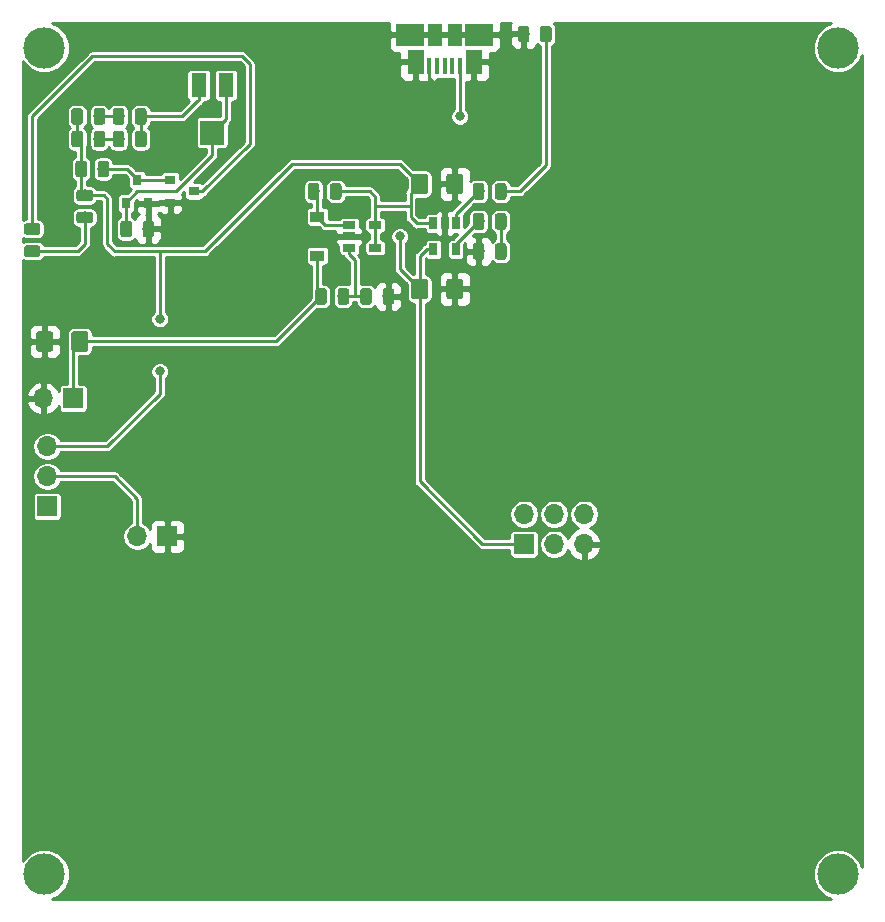
<source format=gtl>
G04 #@! TF.GenerationSoftware,KiCad,Pcbnew,5.0.2-bee76a0~70~ubuntu18.04.1*
G04 #@! TF.CreationDate,2018-12-13T21:58:58+02:00*
G04 #@! TF.ProjectId,component_tester_adapter,636f6d70-6f6e-4656-9e74-5f7465737465,rev?*
G04 #@! TF.SameCoordinates,Original*
G04 #@! TF.FileFunction,Copper,L1,Top*
G04 #@! TF.FilePolarity,Positive*
%FSLAX46Y46*%
G04 Gerber Fmt 4.6, Leading zero omitted, Abs format (unit mm)*
G04 Created by KiCad (PCBNEW 5.0.2-bee76a0~70~ubuntu18.04.1) date Thu 13 Dec 2018 09:58:58 PM EET*
%MOMM*%
%LPD*%
G01*
G04 APERTURE LIST*
G04 #@! TA.AperFunction,Conductor*
%ADD10C,0.100000*%
G04 #@! TD*
G04 #@! TA.AperFunction,SMDPad,CuDef*
%ADD11C,1.425000*%
G04 #@! TD*
G04 #@! TA.AperFunction,ComponentPad*
%ADD12O,1.700000X1.700000*%
G04 #@! TD*
G04 #@! TA.AperFunction,ComponentPad*
%ADD13R,1.700000X1.700000*%
G04 #@! TD*
G04 #@! TA.AperFunction,SMDPad,CuDef*
%ADD14R,0.450000X1.380000*%
G04 #@! TD*
G04 #@! TA.AperFunction,SMDPad,CuDef*
%ADD15R,1.475000X2.100000*%
G04 #@! TD*
G04 #@! TA.AperFunction,SMDPad,CuDef*
%ADD16R,2.375000X1.900000*%
G04 #@! TD*
G04 #@! TA.AperFunction,SMDPad,CuDef*
%ADD17R,1.175000X1.900000*%
G04 #@! TD*
G04 #@! TA.AperFunction,SMDPad,CuDef*
%ADD18R,1.200000X0.900000*%
G04 #@! TD*
G04 #@! TA.AperFunction,SMDPad,CuDef*
%ADD19C,0.975000*%
G04 #@! TD*
G04 #@! TA.AperFunction,SMDPad,CuDef*
%ADD20R,0.800000X0.900000*%
G04 #@! TD*
G04 #@! TA.AperFunction,SMDPad,CuDef*
%ADD21R,0.900000X0.800000*%
G04 #@! TD*
G04 #@! TA.AperFunction,SMDPad,CuDef*
%ADD22R,1.060000X0.650000*%
G04 #@! TD*
G04 #@! TA.AperFunction,SMDPad,CuDef*
%ADD23R,0.650000X1.060000*%
G04 #@! TD*
G04 #@! TA.AperFunction,SMDPad,CuDef*
%ADD24R,1.300000X2.000000*%
G04 #@! TD*
G04 #@! TA.AperFunction,SMDPad,CuDef*
%ADD25R,2.000000X2.000000*%
G04 #@! TD*
G04 #@! TA.AperFunction,ViaPad*
%ADD26C,3.500000*%
G04 #@! TD*
G04 #@! TA.AperFunction,ViaPad*
%ADD27C,0.800000*%
G04 #@! TD*
G04 #@! TA.AperFunction,ViaPad*
%ADD28C,1.200000*%
G04 #@! TD*
G04 #@! TA.AperFunction,Conductor*
%ADD29C,0.250000*%
G04 #@! TD*
G04 #@! TA.AperFunction,Conductor*
%ADD30C,0.254000*%
G04 #@! TD*
G04 APERTURE END LIST*
D10*
G04 #@! TO.N,Net-(C1-Pad1)*
G04 #@! TO.C,C1*
G36*
X167274504Y-63896204D02*
X167298773Y-63899804D01*
X167322571Y-63905765D01*
X167345671Y-63914030D01*
X167367849Y-63924520D01*
X167388893Y-63937133D01*
X167408598Y-63951747D01*
X167426777Y-63968223D01*
X167443253Y-63986402D01*
X167457867Y-64006107D01*
X167470480Y-64027151D01*
X167480970Y-64049329D01*
X167489235Y-64072429D01*
X167495196Y-64096227D01*
X167498796Y-64120496D01*
X167500000Y-64145000D01*
X167500000Y-65395000D01*
X167498796Y-65419504D01*
X167495196Y-65443773D01*
X167489235Y-65467571D01*
X167480970Y-65490671D01*
X167470480Y-65512849D01*
X167457867Y-65533893D01*
X167443253Y-65553598D01*
X167426777Y-65571777D01*
X167408598Y-65588253D01*
X167388893Y-65602867D01*
X167367849Y-65615480D01*
X167345671Y-65625970D01*
X167322571Y-65634235D01*
X167298773Y-65640196D01*
X167274504Y-65643796D01*
X167250000Y-65645000D01*
X166325000Y-65645000D01*
X166300496Y-65643796D01*
X166276227Y-65640196D01*
X166252429Y-65634235D01*
X166229329Y-65625970D01*
X166207151Y-65615480D01*
X166186107Y-65602867D01*
X166166402Y-65588253D01*
X166148223Y-65571777D01*
X166131747Y-65553598D01*
X166117133Y-65533893D01*
X166104520Y-65512849D01*
X166094030Y-65490671D01*
X166085765Y-65467571D01*
X166079804Y-65443773D01*
X166076204Y-65419504D01*
X166075000Y-65395000D01*
X166075000Y-64145000D01*
X166076204Y-64120496D01*
X166079804Y-64096227D01*
X166085765Y-64072429D01*
X166094030Y-64049329D01*
X166104520Y-64027151D01*
X166117133Y-64006107D01*
X166131747Y-63986402D01*
X166148223Y-63968223D01*
X166166402Y-63951747D01*
X166186107Y-63937133D01*
X166207151Y-63924520D01*
X166229329Y-63914030D01*
X166252429Y-63905765D01*
X166276227Y-63899804D01*
X166300496Y-63896204D01*
X166325000Y-63895000D01*
X167250000Y-63895000D01*
X167274504Y-63896204D01*
X167274504Y-63896204D01*
G37*
D11*
G04 #@! TD*
G04 #@! TO.P,C1,1*
G04 #@! TO.N,Net-(C1-Pad1)*
X166787500Y-64770000D03*
D10*
G04 #@! TO.N,GND*
G04 #@! TO.C,C1*
G36*
X170249504Y-63896204D02*
X170273773Y-63899804D01*
X170297571Y-63905765D01*
X170320671Y-63914030D01*
X170342849Y-63924520D01*
X170363893Y-63937133D01*
X170383598Y-63951747D01*
X170401777Y-63968223D01*
X170418253Y-63986402D01*
X170432867Y-64006107D01*
X170445480Y-64027151D01*
X170455970Y-64049329D01*
X170464235Y-64072429D01*
X170470196Y-64096227D01*
X170473796Y-64120496D01*
X170475000Y-64145000D01*
X170475000Y-65395000D01*
X170473796Y-65419504D01*
X170470196Y-65443773D01*
X170464235Y-65467571D01*
X170455970Y-65490671D01*
X170445480Y-65512849D01*
X170432867Y-65533893D01*
X170418253Y-65553598D01*
X170401777Y-65571777D01*
X170383598Y-65588253D01*
X170363893Y-65602867D01*
X170342849Y-65615480D01*
X170320671Y-65625970D01*
X170297571Y-65634235D01*
X170273773Y-65640196D01*
X170249504Y-65643796D01*
X170225000Y-65645000D01*
X169300000Y-65645000D01*
X169275496Y-65643796D01*
X169251227Y-65640196D01*
X169227429Y-65634235D01*
X169204329Y-65625970D01*
X169182151Y-65615480D01*
X169161107Y-65602867D01*
X169141402Y-65588253D01*
X169123223Y-65571777D01*
X169106747Y-65553598D01*
X169092133Y-65533893D01*
X169079520Y-65512849D01*
X169069030Y-65490671D01*
X169060765Y-65467571D01*
X169054804Y-65443773D01*
X169051204Y-65419504D01*
X169050000Y-65395000D01*
X169050000Y-64145000D01*
X169051204Y-64120496D01*
X169054804Y-64096227D01*
X169060765Y-64072429D01*
X169069030Y-64049329D01*
X169079520Y-64027151D01*
X169092133Y-64006107D01*
X169106747Y-63986402D01*
X169123223Y-63968223D01*
X169141402Y-63951747D01*
X169161107Y-63937133D01*
X169182151Y-63924520D01*
X169204329Y-63914030D01*
X169227429Y-63905765D01*
X169251227Y-63899804D01*
X169275496Y-63896204D01*
X169300000Y-63895000D01*
X170225000Y-63895000D01*
X170249504Y-63896204D01*
X170249504Y-63896204D01*
G37*
D11*
G04 #@! TD*
G04 #@! TO.P,C1,2*
G04 #@! TO.N,GND*
X169762500Y-64770000D03*
D10*
G04 #@! TO.N,GND*
G04 #@! TO.C,C2*
G36*
X170249504Y-55006204D02*
X170273773Y-55009804D01*
X170297571Y-55015765D01*
X170320671Y-55024030D01*
X170342849Y-55034520D01*
X170363893Y-55047133D01*
X170383598Y-55061747D01*
X170401777Y-55078223D01*
X170418253Y-55096402D01*
X170432867Y-55116107D01*
X170445480Y-55137151D01*
X170455970Y-55159329D01*
X170464235Y-55182429D01*
X170470196Y-55206227D01*
X170473796Y-55230496D01*
X170475000Y-55255000D01*
X170475000Y-56505000D01*
X170473796Y-56529504D01*
X170470196Y-56553773D01*
X170464235Y-56577571D01*
X170455970Y-56600671D01*
X170445480Y-56622849D01*
X170432867Y-56643893D01*
X170418253Y-56663598D01*
X170401777Y-56681777D01*
X170383598Y-56698253D01*
X170363893Y-56712867D01*
X170342849Y-56725480D01*
X170320671Y-56735970D01*
X170297571Y-56744235D01*
X170273773Y-56750196D01*
X170249504Y-56753796D01*
X170225000Y-56755000D01*
X169300000Y-56755000D01*
X169275496Y-56753796D01*
X169251227Y-56750196D01*
X169227429Y-56744235D01*
X169204329Y-56735970D01*
X169182151Y-56725480D01*
X169161107Y-56712867D01*
X169141402Y-56698253D01*
X169123223Y-56681777D01*
X169106747Y-56663598D01*
X169092133Y-56643893D01*
X169079520Y-56622849D01*
X169069030Y-56600671D01*
X169060765Y-56577571D01*
X169054804Y-56553773D01*
X169051204Y-56529504D01*
X169050000Y-56505000D01*
X169050000Y-55255000D01*
X169051204Y-55230496D01*
X169054804Y-55206227D01*
X169060765Y-55182429D01*
X169069030Y-55159329D01*
X169079520Y-55137151D01*
X169092133Y-55116107D01*
X169106747Y-55096402D01*
X169123223Y-55078223D01*
X169141402Y-55061747D01*
X169161107Y-55047133D01*
X169182151Y-55034520D01*
X169204329Y-55024030D01*
X169227429Y-55015765D01*
X169251227Y-55009804D01*
X169275496Y-55006204D01*
X169300000Y-55005000D01*
X170225000Y-55005000D01*
X170249504Y-55006204D01*
X170249504Y-55006204D01*
G37*
D11*
G04 #@! TD*
G04 #@! TO.P,C2,2*
G04 #@! TO.N,GND*
X169762500Y-55880000D03*
D10*
G04 #@! TO.N,+BATT*
G04 #@! TO.C,C2*
G36*
X167274504Y-55006204D02*
X167298773Y-55009804D01*
X167322571Y-55015765D01*
X167345671Y-55024030D01*
X167367849Y-55034520D01*
X167388893Y-55047133D01*
X167408598Y-55061747D01*
X167426777Y-55078223D01*
X167443253Y-55096402D01*
X167457867Y-55116107D01*
X167470480Y-55137151D01*
X167480970Y-55159329D01*
X167489235Y-55182429D01*
X167495196Y-55206227D01*
X167498796Y-55230496D01*
X167500000Y-55255000D01*
X167500000Y-56505000D01*
X167498796Y-56529504D01*
X167495196Y-56553773D01*
X167489235Y-56577571D01*
X167480970Y-56600671D01*
X167470480Y-56622849D01*
X167457867Y-56643893D01*
X167443253Y-56663598D01*
X167426777Y-56681777D01*
X167408598Y-56698253D01*
X167388893Y-56712867D01*
X167367849Y-56725480D01*
X167345671Y-56735970D01*
X167322571Y-56744235D01*
X167298773Y-56750196D01*
X167274504Y-56753796D01*
X167250000Y-56755000D01*
X166325000Y-56755000D01*
X166300496Y-56753796D01*
X166276227Y-56750196D01*
X166252429Y-56744235D01*
X166229329Y-56735970D01*
X166207151Y-56725480D01*
X166186107Y-56712867D01*
X166166402Y-56698253D01*
X166148223Y-56681777D01*
X166131747Y-56663598D01*
X166117133Y-56643893D01*
X166104520Y-56622849D01*
X166094030Y-56600671D01*
X166085765Y-56577571D01*
X166079804Y-56553773D01*
X166076204Y-56529504D01*
X166075000Y-56505000D01*
X166075000Y-55255000D01*
X166076204Y-55230496D01*
X166079804Y-55206227D01*
X166085765Y-55182429D01*
X166094030Y-55159329D01*
X166104520Y-55137151D01*
X166117133Y-55116107D01*
X166131747Y-55096402D01*
X166148223Y-55078223D01*
X166166402Y-55061747D01*
X166186107Y-55047133D01*
X166207151Y-55034520D01*
X166229329Y-55024030D01*
X166252429Y-55015765D01*
X166276227Y-55009804D01*
X166300496Y-55006204D01*
X166325000Y-55005000D01*
X167250000Y-55005000D01*
X167274504Y-55006204D01*
X167274504Y-55006204D01*
G37*
D11*
G04 #@! TD*
G04 #@! TO.P,C2,1*
G04 #@! TO.N,+BATT*
X166787500Y-55880000D03*
D10*
G04 #@! TO.N,+9V*
G04 #@! TO.C,C3*
G36*
X138499504Y-68341204D02*
X138523773Y-68344804D01*
X138547571Y-68350765D01*
X138570671Y-68359030D01*
X138592849Y-68369520D01*
X138613893Y-68382133D01*
X138633598Y-68396747D01*
X138651777Y-68413223D01*
X138668253Y-68431402D01*
X138682867Y-68451107D01*
X138695480Y-68472151D01*
X138705970Y-68494329D01*
X138714235Y-68517429D01*
X138720196Y-68541227D01*
X138723796Y-68565496D01*
X138725000Y-68590000D01*
X138725000Y-69840000D01*
X138723796Y-69864504D01*
X138720196Y-69888773D01*
X138714235Y-69912571D01*
X138705970Y-69935671D01*
X138695480Y-69957849D01*
X138682867Y-69978893D01*
X138668253Y-69998598D01*
X138651777Y-70016777D01*
X138633598Y-70033253D01*
X138613893Y-70047867D01*
X138592849Y-70060480D01*
X138570671Y-70070970D01*
X138547571Y-70079235D01*
X138523773Y-70085196D01*
X138499504Y-70088796D01*
X138475000Y-70090000D01*
X137550000Y-70090000D01*
X137525496Y-70088796D01*
X137501227Y-70085196D01*
X137477429Y-70079235D01*
X137454329Y-70070970D01*
X137432151Y-70060480D01*
X137411107Y-70047867D01*
X137391402Y-70033253D01*
X137373223Y-70016777D01*
X137356747Y-69998598D01*
X137342133Y-69978893D01*
X137329520Y-69957849D01*
X137319030Y-69935671D01*
X137310765Y-69912571D01*
X137304804Y-69888773D01*
X137301204Y-69864504D01*
X137300000Y-69840000D01*
X137300000Y-68590000D01*
X137301204Y-68565496D01*
X137304804Y-68541227D01*
X137310765Y-68517429D01*
X137319030Y-68494329D01*
X137329520Y-68472151D01*
X137342133Y-68451107D01*
X137356747Y-68431402D01*
X137373223Y-68413223D01*
X137391402Y-68396747D01*
X137411107Y-68382133D01*
X137432151Y-68369520D01*
X137454329Y-68359030D01*
X137477429Y-68350765D01*
X137501227Y-68344804D01*
X137525496Y-68341204D01*
X137550000Y-68340000D01*
X138475000Y-68340000D01*
X138499504Y-68341204D01*
X138499504Y-68341204D01*
G37*
D11*
G04 #@! TD*
G04 #@! TO.P,C3,1*
G04 #@! TO.N,+9V*
X138012500Y-69215000D03*
D10*
G04 #@! TO.N,GND*
G04 #@! TO.C,C3*
G36*
X135524504Y-68341204D02*
X135548773Y-68344804D01*
X135572571Y-68350765D01*
X135595671Y-68359030D01*
X135617849Y-68369520D01*
X135638893Y-68382133D01*
X135658598Y-68396747D01*
X135676777Y-68413223D01*
X135693253Y-68431402D01*
X135707867Y-68451107D01*
X135720480Y-68472151D01*
X135730970Y-68494329D01*
X135739235Y-68517429D01*
X135745196Y-68541227D01*
X135748796Y-68565496D01*
X135750000Y-68590000D01*
X135750000Y-69840000D01*
X135748796Y-69864504D01*
X135745196Y-69888773D01*
X135739235Y-69912571D01*
X135730970Y-69935671D01*
X135720480Y-69957849D01*
X135707867Y-69978893D01*
X135693253Y-69998598D01*
X135676777Y-70016777D01*
X135658598Y-70033253D01*
X135638893Y-70047867D01*
X135617849Y-70060480D01*
X135595671Y-70070970D01*
X135572571Y-70079235D01*
X135548773Y-70085196D01*
X135524504Y-70088796D01*
X135500000Y-70090000D01*
X134575000Y-70090000D01*
X134550496Y-70088796D01*
X134526227Y-70085196D01*
X134502429Y-70079235D01*
X134479329Y-70070970D01*
X134457151Y-70060480D01*
X134436107Y-70047867D01*
X134416402Y-70033253D01*
X134398223Y-70016777D01*
X134381747Y-69998598D01*
X134367133Y-69978893D01*
X134354520Y-69957849D01*
X134344030Y-69935671D01*
X134335765Y-69912571D01*
X134329804Y-69888773D01*
X134326204Y-69864504D01*
X134325000Y-69840000D01*
X134325000Y-68590000D01*
X134326204Y-68565496D01*
X134329804Y-68541227D01*
X134335765Y-68517429D01*
X134344030Y-68494329D01*
X134354520Y-68472151D01*
X134367133Y-68451107D01*
X134381747Y-68431402D01*
X134398223Y-68413223D01*
X134416402Y-68396747D01*
X134436107Y-68382133D01*
X134457151Y-68369520D01*
X134479329Y-68359030D01*
X134502429Y-68350765D01*
X134526227Y-68344804D01*
X134550496Y-68341204D01*
X134575000Y-68340000D01*
X135500000Y-68340000D01*
X135524504Y-68341204D01*
X135524504Y-68341204D01*
G37*
D11*
G04 #@! TD*
G04 #@! TO.P,C3,2*
G04 #@! TO.N,GND*
X135037500Y-69215000D03*
D12*
G04 #@! TO.P,J3,2*
G04 #@! TO.N,Net-(J3-Pad2)*
X142875000Y-85725000D03*
D13*
G04 #@! TO.P,J3,1*
G04 #@! TO.N,GND*
X145415000Y-85725000D03*
G04 #@! TD*
G04 #@! TO.P,J4,1*
G04 #@! TO.N,+9V*
X137455000Y-74040000D03*
D12*
G04 #@! TO.P,J4,2*
G04 #@! TO.N,GND*
X134915000Y-74040000D03*
G04 #@! TD*
D13*
G04 #@! TO.P,SW1,1*
G04 #@! TO.N,Net-(SW1-Pad1)*
X135255000Y-83185000D03*
D12*
G04 #@! TO.P,SW1,2*
G04 #@! TO.N,Net-(J3-Pad2)*
X135255000Y-80645000D03*
G04 #@! TO.P,SW1,3*
G04 #@! TO.N,+BATT*
X135255000Y-78105000D03*
G04 #@! TD*
D13*
G04 #@! TO.P,J2,1*
G04 #@! TO.N,Net-(C1-Pad1)*
X175635000Y-86380000D03*
D12*
G04 #@! TO.P,J2,2*
G04 #@! TO.N,Net-(J2-Pad2)*
X175635000Y-83840000D03*
G04 #@! TO.P,J2,3*
G04 #@! TO.N,Net-(J2-Pad3)*
X178175000Y-86380000D03*
G04 #@! TO.P,J2,4*
G04 #@! TO.N,Net-(J2-Pad4)*
X178175000Y-83840000D03*
G04 #@! TO.P,J2,5*
G04 #@! TO.N,GND*
X180715000Y-86380000D03*
G04 #@! TO.P,J2,6*
G04 #@! TO.N,Net-(J2-Pad6)*
X180715000Y-83840000D03*
G04 #@! TD*
D14*
G04 #@! TO.P,J1,1*
G04 #@! TO.N,Net-(C1-Pad1)*
X170210000Y-45910000D03*
G04 #@! TO.P,J1,2*
G04 #@! TO.N,Net-(J1-Pad2)*
X169560000Y-45910000D03*
G04 #@! TO.P,J1,3*
G04 #@! TO.N,Net-(J1-Pad3)*
X168910000Y-45910000D03*
G04 #@! TO.P,J1,4*
G04 #@! TO.N,Net-(J1-Pad4)*
X168260000Y-45910000D03*
G04 #@! TO.P,J1,5*
G04 #@! TO.N,GND*
X167610000Y-45910000D03*
D15*
G04 #@! TO.P,J1,6*
X171372500Y-45550000D03*
X166447500Y-45550000D03*
D16*
X171820000Y-43250000D03*
X166000000Y-43250000D03*
D17*
X169750000Y-43250000D03*
X168070000Y-43250000D03*
G04 #@! TD*
D18*
G04 #@! TO.P,D3,1*
G04 #@! TO.N,+9V*
X158115000Y-61975000D03*
G04 #@! TO.P,D3,2*
G04 #@! TO.N,Net-(D3-Pad2)*
X158115000Y-58675000D03*
G04 #@! TD*
D10*
G04 #@! TO.N,+BATT*
G04 #@! TO.C,L1*
G36*
X159955142Y-55816174D02*
X159978803Y-55819684D01*
X160002007Y-55825496D01*
X160024529Y-55833554D01*
X160046153Y-55843782D01*
X160066670Y-55856079D01*
X160085883Y-55870329D01*
X160103607Y-55886393D01*
X160119671Y-55904117D01*
X160133921Y-55923330D01*
X160146218Y-55943847D01*
X160156446Y-55965471D01*
X160164504Y-55987993D01*
X160170316Y-56011197D01*
X160173826Y-56034858D01*
X160175000Y-56058750D01*
X160175000Y-56971250D01*
X160173826Y-56995142D01*
X160170316Y-57018803D01*
X160164504Y-57042007D01*
X160156446Y-57064529D01*
X160146218Y-57086153D01*
X160133921Y-57106670D01*
X160119671Y-57125883D01*
X160103607Y-57143607D01*
X160085883Y-57159671D01*
X160066670Y-57173921D01*
X160046153Y-57186218D01*
X160024529Y-57196446D01*
X160002007Y-57204504D01*
X159978803Y-57210316D01*
X159955142Y-57213826D01*
X159931250Y-57215000D01*
X159443750Y-57215000D01*
X159419858Y-57213826D01*
X159396197Y-57210316D01*
X159372993Y-57204504D01*
X159350471Y-57196446D01*
X159328847Y-57186218D01*
X159308330Y-57173921D01*
X159289117Y-57159671D01*
X159271393Y-57143607D01*
X159255329Y-57125883D01*
X159241079Y-57106670D01*
X159228782Y-57086153D01*
X159218554Y-57064529D01*
X159210496Y-57042007D01*
X159204684Y-57018803D01*
X159201174Y-56995142D01*
X159200000Y-56971250D01*
X159200000Y-56058750D01*
X159201174Y-56034858D01*
X159204684Y-56011197D01*
X159210496Y-55987993D01*
X159218554Y-55965471D01*
X159228782Y-55943847D01*
X159241079Y-55923330D01*
X159255329Y-55904117D01*
X159271393Y-55886393D01*
X159289117Y-55870329D01*
X159308330Y-55856079D01*
X159328847Y-55843782D01*
X159350471Y-55833554D01*
X159372993Y-55825496D01*
X159396197Y-55819684D01*
X159419858Y-55816174D01*
X159443750Y-55815000D01*
X159931250Y-55815000D01*
X159955142Y-55816174D01*
X159955142Y-55816174D01*
G37*
D19*
G04 #@! TD*
G04 #@! TO.P,L1,1*
G04 #@! TO.N,+BATT*
X159687500Y-56515000D03*
D10*
G04 #@! TO.N,Net-(D3-Pad2)*
G04 #@! TO.C,L1*
G36*
X158080142Y-55816174D02*
X158103803Y-55819684D01*
X158127007Y-55825496D01*
X158149529Y-55833554D01*
X158171153Y-55843782D01*
X158191670Y-55856079D01*
X158210883Y-55870329D01*
X158228607Y-55886393D01*
X158244671Y-55904117D01*
X158258921Y-55923330D01*
X158271218Y-55943847D01*
X158281446Y-55965471D01*
X158289504Y-55987993D01*
X158295316Y-56011197D01*
X158298826Y-56034858D01*
X158300000Y-56058750D01*
X158300000Y-56971250D01*
X158298826Y-56995142D01*
X158295316Y-57018803D01*
X158289504Y-57042007D01*
X158281446Y-57064529D01*
X158271218Y-57086153D01*
X158258921Y-57106670D01*
X158244671Y-57125883D01*
X158228607Y-57143607D01*
X158210883Y-57159671D01*
X158191670Y-57173921D01*
X158171153Y-57186218D01*
X158149529Y-57196446D01*
X158127007Y-57204504D01*
X158103803Y-57210316D01*
X158080142Y-57213826D01*
X158056250Y-57215000D01*
X157568750Y-57215000D01*
X157544858Y-57213826D01*
X157521197Y-57210316D01*
X157497993Y-57204504D01*
X157475471Y-57196446D01*
X157453847Y-57186218D01*
X157433330Y-57173921D01*
X157414117Y-57159671D01*
X157396393Y-57143607D01*
X157380329Y-57125883D01*
X157366079Y-57106670D01*
X157353782Y-57086153D01*
X157343554Y-57064529D01*
X157335496Y-57042007D01*
X157329684Y-57018803D01*
X157326174Y-56995142D01*
X157325000Y-56971250D01*
X157325000Y-56058750D01*
X157326174Y-56034858D01*
X157329684Y-56011197D01*
X157335496Y-55987993D01*
X157343554Y-55965471D01*
X157353782Y-55943847D01*
X157366079Y-55923330D01*
X157380329Y-55904117D01*
X157396393Y-55886393D01*
X157414117Y-55870329D01*
X157433330Y-55856079D01*
X157453847Y-55843782D01*
X157475471Y-55833554D01*
X157497993Y-55825496D01*
X157521197Y-55819684D01*
X157544858Y-55816174D01*
X157568750Y-55815000D01*
X158056250Y-55815000D01*
X158080142Y-55816174D01*
X158080142Y-55816174D01*
G37*
D19*
G04 #@! TD*
G04 #@! TO.P,L1,2*
G04 #@! TO.N,Net-(D3-Pad2)*
X157812500Y-56515000D03*
D10*
G04 #@! TO.N,Net-(D1-Pad2)*
G04 #@! TO.C,D1*
G36*
X177735142Y-42481174D02*
X177758803Y-42484684D01*
X177782007Y-42490496D01*
X177804529Y-42498554D01*
X177826153Y-42508782D01*
X177846670Y-42521079D01*
X177865883Y-42535329D01*
X177883607Y-42551393D01*
X177899671Y-42569117D01*
X177913921Y-42588330D01*
X177926218Y-42608847D01*
X177936446Y-42630471D01*
X177944504Y-42652993D01*
X177950316Y-42676197D01*
X177953826Y-42699858D01*
X177955000Y-42723750D01*
X177955000Y-43636250D01*
X177953826Y-43660142D01*
X177950316Y-43683803D01*
X177944504Y-43707007D01*
X177936446Y-43729529D01*
X177926218Y-43751153D01*
X177913921Y-43771670D01*
X177899671Y-43790883D01*
X177883607Y-43808607D01*
X177865883Y-43824671D01*
X177846670Y-43838921D01*
X177826153Y-43851218D01*
X177804529Y-43861446D01*
X177782007Y-43869504D01*
X177758803Y-43875316D01*
X177735142Y-43878826D01*
X177711250Y-43880000D01*
X177223750Y-43880000D01*
X177199858Y-43878826D01*
X177176197Y-43875316D01*
X177152993Y-43869504D01*
X177130471Y-43861446D01*
X177108847Y-43851218D01*
X177088330Y-43838921D01*
X177069117Y-43824671D01*
X177051393Y-43808607D01*
X177035329Y-43790883D01*
X177021079Y-43771670D01*
X177008782Y-43751153D01*
X176998554Y-43729529D01*
X176990496Y-43707007D01*
X176984684Y-43683803D01*
X176981174Y-43660142D01*
X176980000Y-43636250D01*
X176980000Y-42723750D01*
X176981174Y-42699858D01*
X176984684Y-42676197D01*
X176990496Y-42652993D01*
X176998554Y-42630471D01*
X177008782Y-42608847D01*
X177021079Y-42588330D01*
X177035329Y-42569117D01*
X177051393Y-42551393D01*
X177069117Y-42535329D01*
X177088330Y-42521079D01*
X177108847Y-42508782D01*
X177130471Y-42498554D01*
X177152993Y-42490496D01*
X177176197Y-42484684D01*
X177199858Y-42481174D01*
X177223750Y-42480000D01*
X177711250Y-42480000D01*
X177735142Y-42481174D01*
X177735142Y-42481174D01*
G37*
D19*
G04 #@! TD*
G04 #@! TO.P,D1,2*
G04 #@! TO.N,Net-(D1-Pad2)*
X177467500Y-43180000D03*
D10*
G04 #@! TO.N,GND*
G04 #@! TO.C,D1*
G36*
X175860142Y-42481174D02*
X175883803Y-42484684D01*
X175907007Y-42490496D01*
X175929529Y-42498554D01*
X175951153Y-42508782D01*
X175971670Y-42521079D01*
X175990883Y-42535329D01*
X176008607Y-42551393D01*
X176024671Y-42569117D01*
X176038921Y-42588330D01*
X176051218Y-42608847D01*
X176061446Y-42630471D01*
X176069504Y-42652993D01*
X176075316Y-42676197D01*
X176078826Y-42699858D01*
X176080000Y-42723750D01*
X176080000Y-43636250D01*
X176078826Y-43660142D01*
X176075316Y-43683803D01*
X176069504Y-43707007D01*
X176061446Y-43729529D01*
X176051218Y-43751153D01*
X176038921Y-43771670D01*
X176024671Y-43790883D01*
X176008607Y-43808607D01*
X175990883Y-43824671D01*
X175971670Y-43838921D01*
X175951153Y-43851218D01*
X175929529Y-43861446D01*
X175907007Y-43869504D01*
X175883803Y-43875316D01*
X175860142Y-43878826D01*
X175836250Y-43880000D01*
X175348750Y-43880000D01*
X175324858Y-43878826D01*
X175301197Y-43875316D01*
X175277993Y-43869504D01*
X175255471Y-43861446D01*
X175233847Y-43851218D01*
X175213330Y-43838921D01*
X175194117Y-43824671D01*
X175176393Y-43808607D01*
X175160329Y-43790883D01*
X175146079Y-43771670D01*
X175133782Y-43751153D01*
X175123554Y-43729529D01*
X175115496Y-43707007D01*
X175109684Y-43683803D01*
X175106174Y-43660142D01*
X175105000Y-43636250D01*
X175105000Y-42723750D01*
X175106174Y-42699858D01*
X175109684Y-42676197D01*
X175115496Y-42652993D01*
X175123554Y-42630471D01*
X175133782Y-42608847D01*
X175146079Y-42588330D01*
X175160329Y-42569117D01*
X175176393Y-42551393D01*
X175194117Y-42535329D01*
X175213330Y-42521079D01*
X175233847Y-42508782D01*
X175255471Y-42498554D01*
X175277993Y-42490496D01*
X175301197Y-42484684D01*
X175324858Y-42481174D01*
X175348750Y-42480000D01*
X175836250Y-42480000D01*
X175860142Y-42481174D01*
X175860142Y-42481174D01*
G37*
D19*
G04 #@! TD*
G04 #@! TO.P,D1,1*
G04 #@! TO.N,GND*
X175592500Y-43180000D03*
D10*
G04 #@! TO.N,Net-(D2-Pad1)*
G04 #@! TO.C,D2*
G36*
X134465142Y-59203674D02*
X134488803Y-59207184D01*
X134512007Y-59212996D01*
X134534529Y-59221054D01*
X134556153Y-59231282D01*
X134576670Y-59243579D01*
X134595883Y-59257829D01*
X134613607Y-59273893D01*
X134629671Y-59291617D01*
X134643921Y-59310830D01*
X134656218Y-59331347D01*
X134666446Y-59352971D01*
X134674504Y-59375493D01*
X134680316Y-59398697D01*
X134683826Y-59422358D01*
X134685000Y-59446250D01*
X134685000Y-59933750D01*
X134683826Y-59957642D01*
X134680316Y-59981303D01*
X134674504Y-60004507D01*
X134666446Y-60027029D01*
X134656218Y-60048653D01*
X134643921Y-60069170D01*
X134629671Y-60088383D01*
X134613607Y-60106107D01*
X134595883Y-60122171D01*
X134576670Y-60136421D01*
X134556153Y-60148718D01*
X134534529Y-60158946D01*
X134512007Y-60167004D01*
X134488803Y-60172816D01*
X134465142Y-60176326D01*
X134441250Y-60177500D01*
X133528750Y-60177500D01*
X133504858Y-60176326D01*
X133481197Y-60172816D01*
X133457993Y-60167004D01*
X133435471Y-60158946D01*
X133413847Y-60148718D01*
X133393330Y-60136421D01*
X133374117Y-60122171D01*
X133356393Y-60106107D01*
X133340329Y-60088383D01*
X133326079Y-60069170D01*
X133313782Y-60048653D01*
X133303554Y-60027029D01*
X133295496Y-60004507D01*
X133289684Y-59981303D01*
X133286174Y-59957642D01*
X133285000Y-59933750D01*
X133285000Y-59446250D01*
X133286174Y-59422358D01*
X133289684Y-59398697D01*
X133295496Y-59375493D01*
X133303554Y-59352971D01*
X133313782Y-59331347D01*
X133326079Y-59310830D01*
X133340329Y-59291617D01*
X133356393Y-59273893D01*
X133374117Y-59257829D01*
X133393330Y-59243579D01*
X133413847Y-59231282D01*
X133435471Y-59221054D01*
X133457993Y-59212996D01*
X133481197Y-59207184D01*
X133504858Y-59203674D01*
X133528750Y-59202500D01*
X134441250Y-59202500D01*
X134465142Y-59203674D01*
X134465142Y-59203674D01*
G37*
D19*
G04 #@! TD*
G04 #@! TO.P,D2,1*
G04 #@! TO.N,Net-(D2-Pad1)*
X133985000Y-59690000D03*
D10*
G04 #@! TO.N,Net-(D2-Pad2)*
G04 #@! TO.C,D2*
G36*
X134465142Y-61078674D02*
X134488803Y-61082184D01*
X134512007Y-61087996D01*
X134534529Y-61096054D01*
X134556153Y-61106282D01*
X134576670Y-61118579D01*
X134595883Y-61132829D01*
X134613607Y-61148893D01*
X134629671Y-61166617D01*
X134643921Y-61185830D01*
X134656218Y-61206347D01*
X134666446Y-61227971D01*
X134674504Y-61250493D01*
X134680316Y-61273697D01*
X134683826Y-61297358D01*
X134685000Y-61321250D01*
X134685000Y-61808750D01*
X134683826Y-61832642D01*
X134680316Y-61856303D01*
X134674504Y-61879507D01*
X134666446Y-61902029D01*
X134656218Y-61923653D01*
X134643921Y-61944170D01*
X134629671Y-61963383D01*
X134613607Y-61981107D01*
X134595883Y-61997171D01*
X134576670Y-62011421D01*
X134556153Y-62023718D01*
X134534529Y-62033946D01*
X134512007Y-62042004D01*
X134488803Y-62047816D01*
X134465142Y-62051326D01*
X134441250Y-62052500D01*
X133528750Y-62052500D01*
X133504858Y-62051326D01*
X133481197Y-62047816D01*
X133457993Y-62042004D01*
X133435471Y-62033946D01*
X133413847Y-62023718D01*
X133393330Y-62011421D01*
X133374117Y-61997171D01*
X133356393Y-61981107D01*
X133340329Y-61963383D01*
X133326079Y-61944170D01*
X133313782Y-61923653D01*
X133303554Y-61902029D01*
X133295496Y-61879507D01*
X133289684Y-61856303D01*
X133286174Y-61832642D01*
X133285000Y-61808750D01*
X133285000Y-61321250D01*
X133286174Y-61297358D01*
X133289684Y-61273697D01*
X133295496Y-61250493D01*
X133303554Y-61227971D01*
X133313782Y-61206347D01*
X133326079Y-61185830D01*
X133340329Y-61166617D01*
X133356393Y-61148893D01*
X133374117Y-61132829D01*
X133393330Y-61118579D01*
X133413847Y-61106282D01*
X133435471Y-61096054D01*
X133457993Y-61087996D01*
X133481197Y-61082184D01*
X133504858Y-61078674D01*
X133528750Y-61077500D01*
X134441250Y-61077500D01*
X134465142Y-61078674D01*
X134465142Y-61078674D01*
G37*
D19*
G04 #@! TD*
G04 #@! TO.P,D2,2*
G04 #@! TO.N,Net-(D2-Pad2)*
X133985000Y-61565000D03*
D20*
G04 #@! TO.P,Q1,3*
G04 #@! TO.N,Net-(Q1-Pad3)*
X142875000Y-55515000D03*
G04 #@! TO.P,Q1,2*
G04 #@! TO.N,GND*
X143825000Y-57515000D03*
G04 #@! TO.P,Q1,1*
G04 #@! TO.N,Net-(Q1-Pad1)*
X141925000Y-57515000D03*
G04 #@! TD*
D21*
G04 #@! TO.P,Q2,1*
G04 #@! TO.N,Net-(Q1-Pad3)*
X145685000Y-55565000D03*
G04 #@! TO.P,Q2,2*
G04 #@! TO.N,GND*
X145685000Y-57465000D03*
G04 #@! TO.P,Q2,3*
G04 #@! TO.N,Net-(D2-Pad1)*
X147685000Y-56515000D03*
G04 #@! TD*
D22*
G04 #@! TO.P,U2,5*
G04 #@! TO.N,+BATT*
X163025000Y-59375000D03*
G04 #@! TO.P,U2,4*
X163025000Y-61275000D03*
G04 #@! TO.P,U2,3*
G04 #@! TO.N,Net-(R11-Pad2)*
X160825000Y-61275000D03*
G04 #@! TO.P,U2,2*
G04 #@! TO.N,GND*
X160825000Y-60325000D03*
G04 #@! TO.P,U2,1*
G04 #@! TO.N,Net-(D3-Pad2)*
X160825000Y-59375000D03*
G04 #@! TD*
D23*
G04 #@! TO.P,U1,1*
G04 #@! TO.N,Net-(R3-Pad1)*
X169860000Y-59225000D03*
G04 #@! TO.P,U1,2*
G04 #@! TO.N,GND*
X168910000Y-59225000D03*
G04 #@! TO.P,U1,3*
G04 #@! TO.N,+BATT*
X167960000Y-59225000D03*
G04 #@! TO.P,U1,4*
G04 #@! TO.N,Net-(C1-Pad1)*
X167960000Y-61425000D03*
G04 #@! TO.P,U1,5*
G04 #@! TO.N,Net-(R1-Pad1)*
X169860000Y-61425000D03*
G04 #@! TD*
D24*
G04 #@! TO.P,RV1,1*
G04 #@! TO.N,Net-(R5-Pad2)*
X148075000Y-47530000D03*
D25*
G04 #@! TO.P,RV1,2*
G04 #@! TO.N,Net-(Q1-Pad1)*
X149225000Y-51530000D03*
D24*
G04 #@! TO.P,RV1,3*
X150375000Y-47530000D03*
G04 #@! TD*
D10*
G04 #@! TO.N,GND*
G04 #@! TO.C,R12*
G36*
X164400142Y-64706174D02*
X164423803Y-64709684D01*
X164447007Y-64715496D01*
X164469529Y-64723554D01*
X164491153Y-64733782D01*
X164511670Y-64746079D01*
X164530883Y-64760329D01*
X164548607Y-64776393D01*
X164564671Y-64794117D01*
X164578921Y-64813330D01*
X164591218Y-64833847D01*
X164601446Y-64855471D01*
X164609504Y-64877993D01*
X164615316Y-64901197D01*
X164618826Y-64924858D01*
X164620000Y-64948750D01*
X164620000Y-65861250D01*
X164618826Y-65885142D01*
X164615316Y-65908803D01*
X164609504Y-65932007D01*
X164601446Y-65954529D01*
X164591218Y-65976153D01*
X164578921Y-65996670D01*
X164564671Y-66015883D01*
X164548607Y-66033607D01*
X164530883Y-66049671D01*
X164511670Y-66063921D01*
X164491153Y-66076218D01*
X164469529Y-66086446D01*
X164447007Y-66094504D01*
X164423803Y-66100316D01*
X164400142Y-66103826D01*
X164376250Y-66105000D01*
X163888750Y-66105000D01*
X163864858Y-66103826D01*
X163841197Y-66100316D01*
X163817993Y-66094504D01*
X163795471Y-66086446D01*
X163773847Y-66076218D01*
X163753330Y-66063921D01*
X163734117Y-66049671D01*
X163716393Y-66033607D01*
X163700329Y-66015883D01*
X163686079Y-65996670D01*
X163673782Y-65976153D01*
X163663554Y-65954529D01*
X163655496Y-65932007D01*
X163649684Y-65908803D01*
X163646174Y-65885142D01*
X163645000Y-65861250D01*
X163645000Y-64948750D01*
X163646174Y-64924858D01*
X163649684Y-64901197D01*
X163655496Y-64877993D01*
X163663554Y-64855471D01*
X163673782Y-64833847D01*
X163686079Y-64813330D01*
X163700329Y-64794117D01*
X163716393Y-64776393D01*
X163734117Y-64760329D01*
X163753330Y-64746079D01*
X163773847Y-64733782D01*
X163795471Y-64723554D01*
X163817993Y-64715496D01*
X163841197Y-64709684D01*
X163864858Y-64706174D01*
X163888750Y-64705000D01*
X164376250Y-64705000D01*
X164400142Y-64706174D01*
X164400142Y-64706174D01*
G37*
D19*
G04 #@! TD*
G04 #@! TO.P,R12,2*
G04 #@! TO.N,GND*
X164132500Y-65405000D03*
D10*
G04 #@! TO.N,Net-(R11-Pad2)*
G04 #@! TO.C,R12*
G36*
X162525142Y-64706174D02*
X162548803Y-64709684D01*
X162572007Y-64715496D01*
X162594529Y-64723554D01*
X162616153Y-64733782D01*
X162636670Y-64746079D01*
X162655883Y-64760329D01*
X162673607Y-64776393D01*
X162689671Y-64794117D01*
X162703921Y-64813330D01*
X162716218Y-64833847D01*
X162726446Y-64855471D01*
X162734504Y-64877993D01*
X162740316Y-64901197D01*
X162743826Y-64924858D01*
X162745000Y-64948750D01*
X162745000Y-65861250D01*
X162743826Y-65885142D01*
X162740316Y-65908803D01*
X162734504Y-65932007D01*
X162726446Y-65954529D01*
X162716218Y-65976153D01*
X162703921Y-65996670D01*
X162689671Y-66015883D01*
X162673607Y-66033607D01*
X162655883Y-66049671D01*
X162636670Y-66063921D01*
X162616153Y-66076218D01*
X162594529Y-66086446D01*
X162572007Y-66094504D01*
X162548803Y-66100316D01*
X162525142Y-66103826D01*
X162501250Y-66105000D01*
X162013750Y-66105000D01*
X161989858Y-66103826D01*
X161966197Y-66100316D01*
X161942993Y-66094504D01*
X161920471Y-66086446D01*
X161898847Y-66076218D01*
X161878330Y-66063921D01*
X161859117Y-66049671D01*
X161841393Y-66033607D01*
X161825329Y-66015883D01*
X161811079Y-65996670D01*
X161798782Y-65976153D01*
X161788554Y-65954529D01*
X161780496Y-65932007D01*
X161774684Y-65908803D01*
X161771174Y-65885142D01*
X161770000Y-65861250D01*
X161770000Y-64948750D01*
X161771174Y-64924858D01*
X161774684Y-64901197D01*
X161780496Y-64877993D01*
X161788554Y-64855471D01*
X161798782Y-64833847D01*
X161811079Y-64813330D01*
X161825329Y-64794117D01*
X161841393Y-64776393D01*
X161859117Y-64760329D01*
X161878330Y-64746079D01*
X161898847Y-64733782D01*
X161920471Y-64723554D01*
X161942993Y-64715496D01*
X161966197Y-64709684D01*
X161989858Y-64706174D01*
X162013750Y-64705000D01*
X162501250Y-64705000D01*
X162525142Y-64706174D01*
X162525142Y-64706174D01*
G37*
D19*
G04 #@! TD*
G04 #@! TO.P,R12,1*
G04 #@! TO.N,Net-(R11-Pad2)*
X162257500Y-65405000D03*
D10*
G04 #@! TO.N,Net-(R1-Pad2)*
G04 #@! TO.C,R2*
G36*
X173925142Y-60896174D02*
X173948803Y-60899684D01*
X173972007Y-60905496D01*
X173994529Y-60913554D01*
X174016153Y-60923782D01*
X174036670Y-60936079D01*
X174055883Y-60950329D01*
X174073607Y-60966393D01*
X174089671Y-60984117D01*
X174103921Y-61003330D01*
X174116218Y-61023847D01*
X174126446Y-61045471D01*
X174134504Y-61067993D01*
X174140316Y-61091197D01*
X174143826Y-61114858D01*
X174145000Y-61138750D01*
X174145000Y-62051250D01*
X174143826Y-62075142D01*
X174140316Y-62098803D01*
X174134504Y-62122007D01*
X174126446Y-62144529D01*
X174116218Y-62166153D01*
X174103921Y-62186670D01*
X174089671Y-62205883D01*
X174073607Y-62223607D01*
X174055883Y-62239671D01*
X174036670Y-62253921D01*
X174016153Y-62266218D01*
X173994529Y-62276446D01*
X173972007Y-62284504D01*
X173948803Y-62290316D01*
X173925142Y-62293826D01*
X173901250Y-62295000D01*
X173413750Y-62295000D01*
X173389858Y-62293826D01*
X173366197Y-62290316D01*
X173342993Y-62284504D01*
X173320471Y-62276446D01*
X173298847Y-62266218D01*
X173278330Y-62253921D01*
X173259117Y-62239671D01*
X173241393Y-62223607D01*
X173225329Y-62205883D01*
X173211079Y-62186670D01*
X173198782Y-62166153D01*
X173188554Y-62144529D01*
X173180496Y-62122007D01*
X173174684Y-62098803D01*
X173171174Y-62075142D01*
X173170000Y-62051250D01*
X173170000Y-61138750D01*
X173171174Y-61114858D01*
X173174684Y-61091197D01*
X173180496Y-61067993D01*
X173188554Y-61045471D01*
X173198782Y-61023847D01*
X173211079Y-61003330D01*
X173225329Y-60984117D01*
X173241393Y-60966393D01*
X173259117Y-60950329D01*
X173278330Y-60936079D01*
X173298847Y-60923782D01*
X173320471Y-60913554D01*
X173342993Y-60905496D01*
X173366197Y-60899684D01*
X173389858Y-60896174D01*
X173413750Y-60895000D01*
X173901250Y-60895000D01*
X173925142Y-60896174D01*
X173925142Y-60896174D01*
G37*
D19*
G04 #@! TD*
G04 #@! TO.P,R2,1*
G04 #@! TO.N,Net-(R1-Pad2)*
X173657500Y-61595000D03*
D10*
G04 #@! TO.N,GND*
G04 #@! TO.C,R2*
G36*
X172050142Y-60896174D02*
X172073803Y-60899684D01*
X172097007Y-60905496D01*
X172119529Y-60913554D01*
X172141153Y-60923782D01*
X172161670Y-60936079D01*
X172180883Y-60950329D01*
X172198607Y-60966393D01*
X172214671Y-60984117D01*
X172228921Y-61003330D01*
X172241218Y-61023847D01*
X172251446Y-61045471D01*
X172259504Y-61067993D01*
X172265316Y-61091197D01*
X172268826Y-61114858D01*
X172270000Y-61138750D01*
X172270000Y-62051250D01*
X172268826Y-62075142D01*
X172265316Y-62098803D01*
X172259504Y-62122007D01*
X172251446Y-62144529D01*
X172241218Y-62166153D01*
X172228921Y-62186670D01*
X172214671Y-62205883D01*
X172198607Y-62223607D01*
X172180883Y-62239671D01*
X172161670Y-62253921D01*
X172141153Y-62266218D01*
X172119529Y-62276446D01*
X172097007Y-62284504D01*
X172073803Y-62290316D01*
X172050142Y-62293826D01*
X172026250Y-62295000D01*
X171538750Y-62295000D01*
X171514858Y-62293826D01*
X171491197Y-62290316D01*
X171467993Y-62284504D01*
X171445471Y-62276446D01*
X171423847Y-62266218D01*
X171403330Y-62253921D01*
X171384117Y-62239671D01*
X171366393Y-62223607D01*
X171350329Y-62205883D01*
X171336079Y-62186670D01*
X171323782Y-62166153D01*
X171313554Y-62144529D01*
X171305496Y-62122007D01*
X171299684Y-62098803D01*
X171296174Y-62075142D01*
X171295000Y-62051250D01*
X171295000Y-61138750D01*
X171296174Y-61114858D01*
X171299684Y-61091197D01*
X171305496Y-61067993D01*
X171313554Y-61045471D01*
X171323782Y-61023847D01*
X171336079Y-61003330D01*
X171350329Y-60984117D01*
X171366393Y-60966393D01*
X171384117Y-60950329D01*
X171403330Y-60936079D01*
X171423847Y-60923782D01*
X171445471Y-60913554D01*
X171467993Y-60905496D01*
X171491197Y-60899684D01*
X171514858Y-60896174D01*
X171538750Y-60895000D01*
X172026250Y-60895000D01*
X172050142Y-60896174D01*
X172050142Y-60896174D01*
G37*
D19*
G04 #@! TD*
G04 #@! TO.P,R2,2*
G04 #@! TO.N,GND*
X171782500Y-61595000D03*
D10*
G04 #@! TO.N,Net-(R1-Pad2)*
G04 #@! TO.C,R1*
G36*
X173925142Y-58356174D02*
X173948803Y-58359684D01*
X173972007Y-58365496D01*
X173994529Y-58373554D01*
X174016153Y-58383782D01*
X174036670Y-58396079D01*
X174055883Y-58410329D01*
X174073607Y-58426393D01*
X174089671Y-58444117D01*
X174103921Y-58463330D01*
X174116218Y-58483847D01*
X174126446Y-58505471D01*
X174134504Y-58527993D01*
X174140316Y-58551197D01*
X174143826Y-58574858D01*
X174145000Y-58598750D01*
X174145000Y-59511250D01*
X174143826Y-59535142D01*
X174140316Y-59558803D01*
X174134504Y-59582007D01*
X174126446Y-59604529D01*
X174116218Y-59626153D01*
X174103921Y-59646670D01*
X174089671Y-59665883D01*
X174073607Y-59683607D01*
X174055883Y-59699671D01*
X174036670Y-59713921D01*
X174016153Y-59726218D01*
X173994529Y-59736446D01*
X173972007Y-59744504D01*
X173948803Y-59750316D01*
X173925142Y-59753826D01*
X173901250Y-59755000D01*
X173413750Y-59755000D01*
X173389858Y-59753826D01*
X173366197Y-59750316D01*
X173342993Y-59744504D01*
X173320471Y-59736446D01*
X173298847Y-59726218D01*
X173278330Y-59713921D01*
X173259117Y-59699671D01*
X173241393Y-59683607D01*
X173225329Y-59665883D01*
X173211079Y-59646670D01*
X173198782Y-59626153D01*
X173188554Y-59604529D01*
X173180496Y-59582007D01*
X173174684Y-59558803D01*
X173171174Y-59535142D01*
X173170000Y-59511250D01*
X173170000Y-58598750D01*
X173171174Y-58574858D01*
X173174684Y-58551197D01*
X173180496Y-58527993D01*
X173188554Y-58505471D01*
X173198782Y-58483847D01*
X173211079Y-58463330D01*
X173225329Y-58444117D01*
X173241393Y-58426393D01*
X173259117Y-58410329D01*
X173278330Y-58396079D01*
X173298847Y-58383782D01*
X173320471Y-58373554D01*
X173342993Y-58365496D01*
X173366197Y-58359684D01*
X173389858Y-58356174D01*
X173413750Y-58355000D01*
X173901250Y-58355000D01*
X173925142Y-58356174D01*
X173925142Y-58356174D01*
G37*
D19*
G04 #@! TD*
G04 #@! TO.P,R1,2*
G04 #@! TO.N,Net-(R1-Pad2)*
X173657500Y-59055000D03*
D10*
G04 #@! TO.N,Net-(R1-Pad1)*
G04 #@! TO.C,R1*
G36*
X172050142Y-58356174D02*
X172073803Y-58359684D01*
X172097007Y-58365496D01*
X172119529Y-58373554D01*
X172141153Y-58383782D01*
X172161670Y-58396079D01*
X172180883Y-58410329D01*
X172198607Y-58426393D01*
X172214671Y-58444117D01*
X172228921Y-58463330D01*
X172241218Y-58483847D01*
X172251446Y-58505471D01*
X172259504Y-58527993D01*
X172265316Y-58551197D01*
X172268826Y-58574858D01*
X172270000Y-58598750D01*
X172270000Y-59511250D01*
X172268826Y-59535142D01*
X172265316Y-59558803D01*
X172259504Y-59582007D01*
X172251446Y-59604529D01*
X172241218Y-59626153D01*
X172228921Y-59646670D01*
X172214671Y-59665883D01*
X172198607Y-59683607D01*
X172180883Y-59699671D01*
X172161670Y-59713921D01*
X172141153Y-59726218D01*
X172119529Y-59736446D01*
X172097007Y-59744504D01*
X172073803Y-59750316D01*
X172050142Y-59753826D01*
X172026250Y-59755000D01*
X171538750Y-59755000D01*
X171514858Y-59753826D01*
X171491197Y-59750316D01*
X171467993Y-59744504D01*
X171445471Y-59736446D01*
X171423847Y-59726218D01*
X171403330Y-59713921D01*
X171384117Y-59699671D01*
X171366393Y-59683607D01*
X171350329Y-59665883D01*
X171336079Y-59646670D01*
X171323782Y-59626153D01*
X171313554Y-59604529D01*
X171305496Y-59582007D01*
X171299684Y-59558803D01*
X171296174Y-59535142D01*
X171295000Y-59511250D01*
X171295000Y-58598750D01*
X171296174Y-58574858D01*
X171299684Y-58551197D01*
X171305496Y-58527993D01*
X171313554Y-58505471D01*
X171323782Y-58483847D01*
X171336079Y-58463330D01*
X171350329Y-58444117D01*
X171366393Y-58426393D01*
X171384117Y-58410329D01*
X171403330Y-58396079D01*
X171423847Y-58383782D01*
X171445471Y-58373554D01*
X171467993Y-58365496D01*
X171491197Y-58359684D01*
X171514858Y-58356174D01*
X171538750Y-58355000D01*
X172026250Y-58355000D01*
X172050142Y-58356174D01*
X172050142Y-58356174D01*
G37*
D19*
G04 #@! TD*
G04 #@! TO.P,R1,1*
G04 #@! TO.N,Net-(R1-Pad1)*
X171782500Y-59055000D03*
D10*
G04 #@! TO.N,Net-(R3-Pad1)*
G04 #@! TO.C,R3*
G36*
X172050142Y-55816174D02*
X172073803Y-55819684D01*
X172097007Y-55825496D01*
X172119529Y-55833554D01*
X172141153Y-55843782D01*
X172161670Y-55856079D01*
X172180883Y-55870329D01*
X172198607Y-55886393D01*
X172214671Y-55904117D01*
X172228921Y-55923330D01*
X172241218Y-55943847D01*
X172251446Y-55965471D01*
X172259504Y-55987993D01*
X172265316Y-56011197D01*
X172268826Y-56034858D01*
X172270000Y-56058750D01*
X172270000Y-56971250D01*
X172268826Y-56995142D01*
X172265316Y-57018803D01*
X172259504Y-57042007D01*
X172251446Y-57064529D01*
X172241218Y-57086153D01*
X172228921Y-57106670D01*
X172214671Y-57125883D01*
X172198607Y-57143607D01*
X172180883Y-57159671D01*
X172161670Y-57173921D01*
X172141153Y-57186218D01*
X172119529Y-57196446D01*
X172097007Y-57204504D01*
X172073803Y-57210316D01*
X172050142Y-57213826D01*
X172026250Y-57215000D01*
X171538750Y-57215000D01*
X171514858Y-57213826D01*
X171491197Y-57210316D01*
X171467993Y-57204504D01*
X171445471Y-57196446D01*
X171423847Y-57186218D01*
X171403330Y-57173921D01*
X171384117Y-57159671D01*
X171366393Y-57143607D01*
X171350329Y-57125883D01*
X171336079Y-57106670D01*
X171323782Y-57086153D01*
X171313554Y-57064529D01*
X171305496Y-57042007D01*
X171299684Y-57018803D01*
X171296174Y-56995142D01*
X171295000Y-56971250D01*
X171295000Y-56058750D01*
X171296174Y-56034858D01*
X171299684Y-56011197D01*
X171305496Y-55987993D01*
X171313554Y-55965471D01*
X171323782Y-55943847D01*
X171336079Y-55923330D01*
X171350329Y-55904117D01*
X171366393Y-55886393D01*
X171384117Y-55870329D01*
X171403330Y-55856079D01*
X171423847Y-55843782D01*
X171445471Y-55833554D01*
X171467993Y-55825496D01*
X171491197Y-55819684D01*
X171514858Y-55816174D01*
X171538750Y-55815000D01*
X172026250Y-55815000D01*
X172050142Y-55816174D01*
X172050142Y-55816174D01*
G37*
D19*
G04 #@! TD*
G04 #@! TO.P,R3,1*
G04 #@! TO.N,Net-(R3-Pad1)*
X171782500Y-56515000D03*
D10*
G04 #@! TO.N,Net-(D1-Pad2)*
G04 #@! TO.C,R3*
G36*
X173925142Y-55816174D02*
X173948803Y-55819684D01*
X173972007Y-55825496D01*
X173994529Y-55833554D01*
X174016153Y-55843782D01*
X174036670Y-55856079D01*
X174055883Y-55870329D01*
X174073607Y-55886393D01*
X174089671Y-55904117D01*
X174103921Y-55923330D01*
X174116218Y-55943847D01*
X174126446Y-55965471D01*
X174134504Y-55987993D01*
X174140316Y-56011197D01*
X174143826Y-56034858D01*
X174145000Y-56058750D01*
X174145000Y-56971250D01*
X174143826Y-56995142D01*
X174140316Y-57018803D01*
X174134504Y-57042007D01*
X174126446Y-57064529D01*
X174116218Y-57086153D01*
X174103921Y-57106670D01*
X174089671Y-57125883D01*
X174073607Y-57143607D01*
X174055883Y-57159671D01*
X174036670Y-57173921D01*
X174016153Y-57186218D01*
X173994529Y-57196446D01*
X173972007Y-57204504D01*
X173948803Y-57210316D01*
X173925142Y-57213826D01*
X173901250Y-57215000D01*
X173413750Y-57215000D01*
X173389858Y-57213826D01*
X173366197Y-57210316D01*
X173342993Y-57204504D01*
X173320471Y-57196446D01*
X173298847Y-57186218D01*
X173278330Y-57173921D01*
X173259117Y-57159671D01*
X173241393Y-57143607D01*
X173225329Y-57125883D01*
X173211079Y-57106670D01*
X173198782Y-57086153D01*
X173188554Y-57064529D01*
X173180496Y-57042007D01*
X173174684Y-57018803D01*
X173171174Y-56995142D01*
X173170000Y-56971250D01*
X173170000Y-56058750D01*
X173171174Y-56034858D01*
X173174684Y-56011197D01*
X173180496Y-55987993D01*
X173188554Y-55965471D01*
X173198782Y-55943847D01*
X173211079Y-55923330D01*
X173225329Y-55904117D01*
X173241393Y-55886393D01*
X173259117Y-55870329D01*
X173278330Y-55856079D01*
X173298847Y-55843782D01*
X173320471Y-55833554D01*
X173342993Y-55825496D01*
X173366197Y-55819684D01*
X173389858Y-55816174D01*
X173413750Y-55815000D01*
X173901250Y-55815000D01*
X173925142Y-55816174D01*
X173925142Y-55816174D01*
G37*
D19*
G04 #@! TD*
G04 #@! TO.P,R3,2*
G04 #@! TO.N,Net-(D1-Pad2)*
X173657500Y-56515000D03*
D10*
G04 #@! TO.N,Net-(R4-Pad2)*
G04 #@! TO.C,R4*
G36*
X139937642Y-49466174D02*
X139961303Y-49469684D01*
X139984507Y-49475496D01*
X140007029Y-49483554D01*
X140028653Y-49493782D01*
X140049170Y-49506079D01*
X140068383Y-49520329D01*
X140086107Y-49536393D01*
X140102171Y-49554117D01*
X140116421Y-49573330D01*
X140128718Y-49593847D01*
X140138946Y-49615471D01*
X140147004Y-49637993D01*
X140152816Y-49661197D01*
X140156326Y-49684858D01*
X140157500Y-49708750D01*
X140157500Y-50621250D01*
X140156326Y-50645142D01*
X140152816Y-50668803D01*
X140147004Y-50692007D01*
X140138946Y-50714529D01*
X140128718Y-50736153D01*
X140116421Y-50756670D01*
X140102171Y-50775883D01*
X140086107Y-50793607D01*
X140068383Y-50809671D01*
X140049170Y-50823921D01*
X140028653Y-50836218D01*
X140007029Y-50846446D01*
X139984507Y-50854504D01*
X139961303Y-50860316D01*
X139937642Y-50863826D01*
X139913750Y-50865000D01*
X139426250Y-50865000D01*
X139402358Y-50863826D01*
X139378697Y-50860316D01*
X139355493Y-50854504D01*
X139332971Y-50846446D01*
X139311347Y-50836218D01*
X139290830Y-50823921D01*
X139271617Y-50809671D01*
X139253893Y-50793607D01*
X139237829Y-50775883D01*
X139223579Y-50756670D01*
X139211282Y-50736153D01*
X139201054Y-50714529D01*
X139192996Y-50692007D01*
X139187184Y-50668803D01*
X139183674Y-50645142D01*
X139182500Y-50621250D01*
X139182500Y-49708750D01*
X139183674Y-49684858D01*
X139187184Y-49661197D01*
X139192996Y-49637993D01*
X139201054Y-49615471D01*
X139211282Y-49593847D01*
X139223579Y-49573330D01*
X139237829Y-49554117D01*
X139253893Y-49536393D01*
X139271617Y-49520329D01*
X139290830Y-49506079D01*
X139311347Y-49493782D01*
X139332971Y-49483554D01*
X139355493Y-49475496D01*
X139378697Y-49469684D01*
X139402358Y-49466174D01*
X139426250Y-49465000D01*
X139913750Y-49465000D01*
X139937642Y-49466174D01*
X139937642Y-49466174D01*
G37*
D19*
G04 #@! TD*
G04 #@! TO.P,R4,2*
G04 #@! TO.N,Net-(R4-Pad2)*
X139670000Y-50165000D03*
D10*
G04 #@! TO.N,+BATT*
G04 #@! TO.C,R4*
G36*
X138062642Y-49466174D02*
X138086303Y-49469684D01*
X138109507Y-49475496D01*
X138132029Y-49483554D01*
X138153653Y-49493782D01*
X138174170Y-49506079D01*
X138193383Y-49520329D01*
X138211107Y-49536393D01*
X138227171Y-49554117D01*
X138241421Y-49573330D01*
X138253718Y-49593847D01*
X138263946Y-49615471D01*
X138272004Y-49637993D01*
X138277816Y-49661197D01*
X138281326Y-49684858D01*
X138282500Y-49708750D01*
X138282500Y-50621250D01*
X138281326Y-50645142D01*
X138277816Y-50668803D01*
X138272004Y-50692007D01*
X138263946Y-50714529D01*
X138253718Y-50736153D01*
X138241421Y-50756670D01*
X138227171Y-50775883D01*
X138211107Y-50793607D01*
X138193383Y-50809671D01*
X138174170Y-50823921D01*
X138153653Y-50836218D01*
X138132029Y-50846446D01*
X138109507Y-50854504D01*
X138086303Y-50860316D01*
X138062642Y-50863826D01*
X138038750Y-50865000D01*
X137551250Y-50865000D01*
X137527358Y-50863826D01*
X137503697Y-50860316D01*
X137480493Y-50854504D01*
X137457971Y-50846446D01*
X137436347Y-50836218D01*
X137415830Y-50823921D01*
X137396617Y-50809671D01*
X137378893Y-50793607D01*
X137362829Y-50775883D01*
X137348579Y-50756670D01*
X137336282Y-50736153D01*
X137326054Y-50714529D01*
X137317996Y-50692007D01*
X137312184Y-50668803D01*
X137308674Y-50645142D01*
X137307500Y-50621250D01*
X137307500Y-49708750D01*
X137308674Y-49684858D01*
X137312184Y-49661197D01*
X137317996Y-49637993D01*
X137326054Y-49615471D01*
X137336282Y-49593847D01*
X137348579Y-49573330D01*
X137362829Y-49554117D01*
X137378893Y-49536393D01*
X137396617Y-49520329D01*
X137415830Y-49506079D01*
X137436347Y-49493782D01*
X137457971Y-49483554D01*
X137480493Y-49475496D01*
X137503697Y-49469684D01*
X137527358Y-49466174D01*
X137551250Y-49465000D01*
X138038750Y-49465000D01*
X138062642Y-49466174D01*
X138062642Y-49466174D01*
G37*
D19*
G04 #@! TD*
G04 #@! TO.P,R4,1*
G04 #@! TO.N,+BATT*
X137795000Y-50165000D03*
D10*
G04 #@! TO.N,Net-(R4-Pad2)*
G04 #@! TO.C,R5*
G36*
X141570142Y-49466174D02*
X141593803Y-49469684D01*
X141617007Y-49475496D01*
X141639529Y-49483554D01*
X141661153Y-49493782D01*
X141681670Y-49506079D01*
X141700883Y-49520329D01*
X141718607Y-49536393D01*
X141734671Y-49554117D01*
X141748921Y-49573330D01*
X141761218Y-49593847D01*
X141771446Y-49615471D01*
X141779504Y-49637993D01*
X141785316Y-49661197D01*
X141788826Y-49684858D01*
X141790000Y-49708750D01*
X141790000Y-50621250D01*
X141788826Y-50645142D01*
X141785316Y-50668803D01*
X141779504Y-50692007D01*
X141771446Y-50714529D01*
X141761218Y-50736153D01*
X141748921Y-50756670D01*
X141734671Y-50775883D01*
X141718607Y-50793607D01*
X141700883Y-50809671D01*
X141681670Y-50823921D01*
X141661153Y-50836218D01*
X141639529Y-50846446D01*
X141617007Y-50854504D01*
X141593803Y-50860316D01*
X141570142Y-50863826D01*
X141546250Y-50865000D01*
X141058750Y-50865000D01*
X141034858Y-50863826D01*
X141011197Y-50860316D01*
X140987993Y-50854504D01*
X140965471Y-50846446D01*
X140943847Y-50836218D01*
X140923330Y-50823921D01*
X140904117Y-50809671D01*
X140886393Y-50793607D01*
X140870329Y-50775883D01*
X140856079Y-50756670D01*
X140843782Y-50736153D01*
X140833554Y-50714529D01*
X140825496Y-50692007D01*
X140819684Y-50668803D01*
X140816174Y-50645142D01*
X140815000Y-50621250D01*
X140815000Y-49708750D01*
X140816174Y-49684858D01*
X140819684Y-49661197D01*
X140825496Y-49637993D01*
X140833554Y-49615471D01*
X140843782Y-49593847D01*
X140856079Y-49573330D01*
X140870329Y-49554117D01*
X140886393Y-49536393D01*
X140904117Y-49520329D01*
X140923330Y-49506079D01*
X140943847Y-49493782D01*
X140965471Y-49483554D01*
X140987993Y-49475496D01*
X141011197Y-49469684D01*
X141034858Y-49466174D01*
X141058750Y-49465000D01*
X141546250Y-49465000D01*
X141570142Y-49466174D01*
X141570142Y-49466174D01*
G37*
D19*
G04 #@! TD*
G04 #@! TO.P,R5,1*
G04 #@! TO.N,Net-(R4-Pad2)*
X141302500Y-50165000D03*
D10*
G04 #@! TO.N,Net-(R5-Pad2)*
G04 #@! TO.C,R5*
G36*
X143445142Y-49466174D02*
X143468803Y-49469684D01*
X143492007Y-49475496D01*
X143514529Y-49483554D01*
X143536153Y-49493782D01*
X143556670Y-49506079D01*
X143575883Y-49520329D01*
X143593607Y-49536393D01*
X143609671Y-49554117D01*
X143623921Y-49573330D01*
X143636218Y-49593847D01*
X143646446Y-49615471D01*
X143654504Y-49637993D01*
X143660316Y-49661197D01*
X143663826Y-49684858D01*
X143665000Y-49708750D01*
X143665000Y-50621250D01*
X143663826Y-50645142D01*
X143660316Y-50668803D01*
X143654504Y-50692007D01*
X143646446Y-50714529D01*
X143636218Y-50736153D01*
X143623921Y-50756670D01*
X143609671Y-50775883D01*
X143593607Y-50793607D01*
X143575883Y-50809671D01*
X143556670Y-50823921D01*
X143536153Y-50836218D01*
X143514529Y-50846446D01*
X143492007Y-50854504D01*
X143468803Y-50860316D01*
X143445142Y-50863826D01*
X143421250Y-50865000D01*
X142933750Y-50865000D01*
X142909858Y-50863826D01*
X142886197Y-50860316D01*
X142862993Y-50854504D01*
X142840471Y-50846446D01*
X142818847Y-50836218D01*
X142798330Y-50823921D01*
X142779117Y-50809671D01*
X142761393Y-50793607D01*
X142745329Y-50775883D01*
X142731079Y-50756670D01*
X142718782Y-50736153D01*
X142708554Y-50714529D01*
X142700496Y-50692007D01*
X142694684Y-50668803D01*
X142691174Y-50645142D01*
X142690000Y-50621250D01*
X142690000Y-49708750D01*
X142691174Y-49684858D01*
X142694684Y-49661197D01*
X142700496Y-49637993D01*
X142708554Y-49615471D01*
X142718782Y-49593847D01*
X142731079Y-49573330D01*
X142745329Y-49554117D01*
X142761393Y-49536393D01*
X142779117Y-49520329D01*
X142798330Y-49506079D01*
X142818847Y-49493782D01*
X142840471Y-49483554D01*
X142862993Y-49475496D01*
X142886197Y-49469684D01*
X142909858Y-49466174D01*
X142933750Y-49465000D01*
X143421250Y-49465000D01*
X143445142Y-49466174D01*
X143445142Y-49466174D01*
G37*
D19*
G04 #@! TD*
G04 #@! TO.P,R5,2*
G04 #@! TO.N,Net-(R5-Pad2)*
X143177500Y-50165000D03*
D10*
G04 #@! TO.N,GND*
G04 #@! TO.C,R6*
G36*
X144080142Y-58991174D02*
X144103803Y-58994684D01*
X144127007Y-59000496D01*
X144149529Y-59008554D01*
X144171153Y-59018782D01*
X144191670Y-59031079D01*
X144210883Y-59045329D01*
X144228607Y-59061393D01*
X144244671Y-59079117D01*
X144258921Y-59098330D01*
X144271218Y-59118847D01*
X144281446Y-59140471D01*
X144289504Y-59162993D01*
X144295316Y-59186197D01*
X144298826Y-59209858D01*
X144300000Y-59233750D01*
X144300000Y-60146250D01*
X144298826Y-60170142D01*
X144295316Y-60193803D01*
X144289504Y-60217007D01*
X144281446Y-60239529D01*
X144271218Y-60261153D01*
X144258921Y-60281670D01*
X144244671Y-60300883D01*
X144228607Y-60318607D01*
X144210883Y-60334671D01*
X144191670Y-60348921D01*
X144171153Y-60361218D01*
X144149529Y-60371446D01*
X144127007Y-60379504D01*
X144103803Y-60385316D01*
X144080142Y-60388826D01*
X144056250Y-60390000D01*
X143568750Y-60390000D01*
X143544858Y-60388826D01*
X143521197Y-60385316D01*
X143497993Y-60379504D01*
X143475471Y-60371446D01*
X143453847Y-60361218D01*
X143433330Y-60348921D01*
X143414117Y-60334671D01*
X143396393Y-60318607D01*
X143380329Y-60300883D01*
X143366079Y-60281670D01*
X143353782Y-60261153D01*
X143343554Y-60239529D01*
X143335496Y-60217007D01*
X143329684Y-60193803D01*
X143326174Y-60170142D01*
X143325000Y-60146250D01*
X143325000Y-59233750D01*
X143326174Y-59209858D01*
X143329684Y-59186197D01*
X143335496Y-59162993D01*
X143343554Y-59140471D01*
X143353782Y-59118847D01*
X143366079Y-59098330D01*
X143380329Y-59079117D01*
X143396393Y-59061393D01*
X143414117Y-59045329D01*
X143433330Y-59031079D01*
X143453847Y-59018782D01*
X143475471Y-59008554D01*
X143497993Y-59000496D01*
X143521197Y-58994684D01*
X143544858Y-58991174D01*
X143568750Y-58990000D01*
X144056250Y-58990000D01*
X144080142Y-58991174D01*
X144080142Y-58991174D01*
G37*
D19*
G04 #@! TD*
G04 #@! TO.P,R6,2*
G04 #@! TO.N,GND*
X143812500Y-59690000D03*
D10*
G04 #@! TO.N,Net-(Q1-Pad1)*
G04 #@! TO.C,R6*
G36*
X142205142Y-58991174D02*
X142228803Y-58994684D01*
X142252007Y-59000496D01*
X142274529Y-59008554D01*
X142296153Y-59018782D01*
X142316670Y-59031079D01*
X142335883Y-59045329D01*
X142353607Y-59061393D01*
X142369671Y-59079117D01*
X142383921Y-59098330D01*
X142396218Y-59118847D01*
X142406446Y-59140471D01*
X142414504Y-59162993D01*
X142420316Y-59186197D01*
X142423826Y-59209858D01*
X142425000Y-59233750D01*
X142425000Y-60146250D01*
X142423826Y-60170142D01*
X142420316Y-60193803D01*
X142414504Y-60217007D01*
X142406446Y-60239529D01*
X142396218Y-60261153D01*
X142383921Y-60281670D01*
X142369671Y-60300883D01*
X142353607Y-60318607D01*
X142335883Y-60334671D01*
X142316670Y-60348921D01*
X142296153Y-60361218D01*
X142274529Y-60371446D01*
X142252007Y-60379504D01*
X142228803Y-60385316D01*
X142205142Y-60388826D01*
X142181250Y-60390000D01*
X141693750Y-60390000D01*
X141669858Y-60388826D01*
X141646197Y-60385316D01*
X141622993Y-60379504D01*
X141600471Y-60371446D01*
X141578847Y-60361218D01*
X141558330Y-60348921D01*
X141539117Y-60334671D01*
X141521393Y-60318607D01*
X141505329Y-60300883D01*
X141491079Y-60281670D01*
X141478782Y-60261153D01*
X141468554Y-60239529D01*
X141460496Y-60217007D01*
X141454684Y-60193803D01*
X141451174Y-60170142D01*
X141450000Y-60146250D01*
X141450000Y-59233750D01*
X141451174Y-59209858D01*
X141454684Y-59186197D01*
X141460496Y-59162993D01*
X141468554Y-59140471D01*
X141478782Y-59118847D01*
X141491079Y-59098330D01*
X141505329Y-59079117D01*
X141521393Y-59061393D01*
X141539117Y-59045329D01*
X141558330Y-59031079D01*
X141578847Y-59018782D01*
X141600471Y-59008554D01*
X141622993Y-59000496D01*
X141646197Y-58994684D01*
X141669858Y-58991174D01*
X141693750Y-58990000D01*
X142181250Y-58990000D01*
X142205142Y-58991174D01*
X142205142Y-58991174D01*
G37*
D19*
G04 #@! TD*
G04 #@! TO.P,R6,1*
G04 #@! TO.N,Net-(Q1-Pad1)*
X141937500Y-59690000D03*
D10*
G04 #@! TO.N,+BATT*
G04 #@! TO.C,R7*
G36*
X138062642Y-51371174D02*
X138086303Y-51374684D01*
X138109507Y-51380496D01*
X138132029Y-51388554D01*
X138153653Y-51398782D01*
X138174170Y-51411079D01*
X138193383Y-51425329D01*
X138211107Y-51441393D01*
X138227171Y-51459117D01*
X138241421Y-51478330D01*
X138253718Y-51498847D01*
X138263946Y-51520471D01*
X138272004Y-51542993D01*
X138277816Y-51566197D01*
X138281326Y-51589858D01*
X138282500Y-51613750D01*
X138282500Y-52526250D01*
X138281326Y-52550142D01*
X138277816Y-52573803D01*
X138272004Y-52597007D01*
X138263946Y-52619529D01*
X138253718Y-52641153D01*
X138241421Y-52661670D01*
X138227171Y-52680883D01*
X138211107Y-52698607D01*
X138193383Y-52714671D01*
X138174170Y-52728921D01*
X138153653Y-52741218D01*
X138132029Y-52751446D01*
X138109507Y-52759504D01*
X138086303Y-52765316D01*
X138062642Y-52768826D01*
X138038750Y-52770000D01*
X137551250Y-52770000D01*
X137527358Y-52768826D01*
X137503697Y-52765316D01*
X137480493Y-52759504D01*
X137457971Y-52751446D01*
X137436347Y-52741218D01*
X137415830Y-52728921D01*
X137396617Y-52714671D01*
X137378893Y-52698607D01*
X137362829Y-52680883D01*
X137348579Y-52661670D01*
X137336282Y-52641153D01*
X137326054Y-52619529D01*
X137317996Y-52597007D01*
X137312184Y-52573803D01*
X137308674Y-52550142D01*
X137307500Y-52526250D01*
X137307500Y-51613750D01*
X137308674Y-51589858D01*
X137312184Y-51566197D01*
X137317996Y-51542993D01*
X137326054Y-51520471D01*
X137336282Y-51498847D01*
X137348579Y-51478330D01*
X137362829Y-51459117D01*
X137378893Y-51441393D01*
X137396617Y-51425329D01*
X137415830Y-51411079D01*
X137436347Y-51398782D01*
X137457971Y-51388554D01*
X137480493Y-51380496D01*
X137503697Y-51374684D01*
X137527358Y-51371174D01*
X137551250Y-51370000D01*
X138038750Y-51370000D01*
X138062642Y-51371174D01*
X138062642Y-51371174D01*
G37*
D19*
G04 #@! TD*
G04 #@! TO.P,R7,1*
G04 #@! TO.N,+BATT*
X137795000Y-52070000D03*
D10*
G04 #@! TO.N,Net-(R7-Pad2)*
G04 #@! TO.C,R7*
G36*
X139937642Y-51371174D02*
X139961303Y-51374684D01*
X139984507Y-51380496D01*
X140007029Y-51388554D01*
X140028653Y-51398782D01*
X140049170Y-51411079D01*
X140068383Y-51425329D01*
X140086107Y-51441393D01*
X140102171Y-51459117D01*
X140116421Y-51478330D01*
X140128718Y-51498847D01*
X140138946Y-51520471D01*
X140147004Y-51542993D01*
X140152816Y-51566197D01*
X140156326Y-51589858D01*
X140157500Y-51613750D01*
X140157500Y-52526250D01*
X140156326Y-52550142D01*
X140152816Y-52573803D01*
X140147004Y-52597007D01*
X140138946Y-52619529D01*
X140128718Y-52641153D01*
X140116421Y-52661670D01*
X140102171Y-52680883D01*
X140086107Y-52698607D01*
X140068383Y-52714671D01*
X140049170Y-52728921D01*
X140028653Y-52741218D01*
X140007029Y-52751446D01*
X139984507Y-52759504D01*
X139961303Y-52765316D01*
X139937642Y-52768826D01*
X139913750Y-52770000D01*
X139426250Y-52770000D01*
X139402358Y-52768826D01*
X139378697Y-52765316D01*
X139355493Y-52759504D01*
X139332971Y-52751446D01*
X139311347Y-52741218D01*
X139290830Y-52728921D01*
X139271617Y-52714671D01*
X139253893Y-52698607D01*
X139237829Y-52680883D01*
X139223579Y-52661670D01*
X139211282Y-52641153D01*
X139201054Y-52619529D01*
X139192996Y-52597007D01*
X139187184Y-52573803D01*
X139183674Y-52550142D01*
X139182500Y-52526250D01*
X139182500Y-51613750D01*
X139183674Y-51589858D01*
X139187184Y-51566197D01*
X139192996Y-51542993D01*
X139201054Y-51520471D01*
X139211282Y-51498847D01*
X139223579Y-51478330D01*
X139237829Y-51459117D01*
X139253893Y-51441393D01*
X139271617Y-51425329D01*
X139290830Y-51411079D01*
X139311347Y-51398782D01*
X139332971Y-51388554D01*
X139355493Y-51380496D01*
X139378697Y-51374684D01*
X139402358Y-51371174D01*
X139426250Y-51370000D01*
X139913750Y-51370000D01*
X139937642Y-51371174D01*
X139937642Y-51371174D01*
G37*
D19*
G04 #@! TD*
G04 #@! TO.P,R7,2*
G04 #@! TO.N,Net-(R7-Pad2)*
X139670000Y-52070000D03*
D10*
G04 #@! TO.N,Net-(R5-Pad2)*
G04 #@! TO.C,R8*
G36*
X143445142Y-51371174D02*
X143468803Y-51374684D01*
X143492007Y-51380496D01*
X143514529Y-51388554D01*
X143536153Y-51398782D01*
X143556670Y-51411079D01*
X143575883Y-51425329D01*
X143593607Y-51441393D01*
X143609671Y-51459117D01*
X143623921Y-51478330D01*
X143636218Y-51498847D01*
X143646446Y-51520471D01*
X143654504Y-51542993D01*
X143660316Y-51566197D01*
X143663826Y-51589858D01*
X143665000Y-51613750D01*
X143665000Y-52526250D01*
X143663826Y-52550142D01*
X143660316Y-52573803D01*
X143654504Y-52597007D01*
X143646446Y-52619529D01*
X143636218Y-52641153D01*
X143623921Y-52661670D01*
X143609671Y-52680883D01*
X143593607Y-52698607D01*
X143575883Y-52714671D01*
X143556670Y-52728921D01*
X143536153Y-52741218D01*
X143514529Y-52751446D01*
X143492007Y-52759504D01*
X143468803Y-52765316D01*
X143445142Y-52768826D01*
X143421250Y-52770000D01*
X142933750Y-52770000D01*
X142909858Y-52768826D01*
X142886197Y-52765316D01*
X142862993Y-52759504D01*
X142840471Y-52751446D01*
X142818847Y-52741218D01*
X142798330Y-52728921D01*
X142779117Y-52714671D01*
X142761393Y-52698607D01*
X142745329Y-52680883D01*
X142731079Y-52661670D01*
X142718782Y-52641153D01*
X142708554Y-52619529D01*
X142700496Y-52597007D01*
X142694684Y-52573803D01*
X142691174Y-52550142D01*
X142690000Y-52526250D01*
X142690000Y-51613750D01*
X142691174Y-51589858D01*
X142694684Y-51566197D01*
X142700496Y-51542993D01*
X142708554Y-51520471D01*
X142718782Y-51498847D01*
X142731079Y-51478330D01*
X142745329Y-51459117D01*
X142761393Y-51441393D01*
X142779117Y-51425329D01*
X142798330Y-51411079D01*
X142818847Y-51398782D01*
X142840471Y-51388554D01*
X142862993Y-51380496D01*
X142886197Y-51374684D01*
X142909858Y-51371174D01*
X142933750Y-51370000D01*
X143421250Y-51370000D01*
X143445142Y-51371174D01*
X143445142Y-51371174D01*
G37*
D19*
G04 #@! TD*
G04 #@! TO.P,R8,2*
G04 #@! TO.N,Net-(R5-Pad2)*
X143177500Y-52070000D03*
D10*
G04 #@! TO.N,Net-(R7-Pad2)*
G04 #@! TO.C,R8*
G36*
X141570142Y-51371174D02*
X141593803Y-51374684D01*
X141617007Y-51380496D01*
X141639529Y-51388554D01*
X141661153Y-51398782D01*
X141681670Y-51411079D01*
X141700883Y-51425329D01*
X141718607Y-51441393D01*
X141734671Y-51459117D01*
X141748921Y-51478330D01*
X141761218Y-51498847D01*
X141771446Y-51520471D01*
X141779504Y-51542993D01*
X141785316Y-51566197D01*
X141788826Y-51589858D01*
X141790000Y-51613750D01*
X141790000Y-52526250D01*
X141788826Y-52550142D01*
X141785316Y-52573803D01*
X141779504Y-52597007D01*
X141771446Y-52619529D01*
X141761218Y-52641153D01*
X141748921Y-52661670D01*
X141734671Y-52680883D01*
X141718607Y-52698607D01*
X141700883Y-52714671D01*
X141681670Y-52728921D01*
X141661153Y-52741218D01*
X141639529Y-52751446D01*
X141617007Y-52759504D01*
X141593803Y-52765316D01*
X141570142Y-52768826D01*
X141546250Y-52770000D01*
X141058750Y-52770000D01*
X141034858Y-52768826D01*
X141011197Y-52765316D01*
X140987993Y-52759504D01*
X140965471Y-52751446D01*
X140943847Y-52741218D01*
X140923330Y-52728921D01*
X140904117Y-52714671D01*
X140886393Y-52698607D01*
X140870329Y-52680883D01*
X140856079Y-52661670D01*
X140843782Y-52641153D01*
X140833554Y-52619529D01*
X140825496Y-52597007D01*
X140819684Y-52573803D01*
X140816174Y-52550142D01*
X140815000Y-52526250D01*
X140815000Y-51613750D01*
X140816174Y-51589858D01*
X140819684Y-51566197D01*
X140825496Y-51542993D01*
X140833554Y-51520471D01*
X140843782Y-51498847D01*
X140856079Y-51478330D01*
X140870329Y-51459117D01*
X140886393Y-51441393D01*
X140904117Y-51425329D01*
X140923330Y-51411079D01*
X140943847Y-51398782D01*
X140965471Y-51388554D01*
X140987993Y-51380496D01*
X141011197Y-51374684D01*
X141034858Y-51371174D01*
X141058750Y-51370000D01*
X141546250Y-51370000D01*
X141570142Y-51371174D01*
X141570142Y-51371174D01*
G37*
D19*
G04 #@! TD*
G04 #@! TO.P,R8,1*
G04 #@! TO.N,Net-(R7-Pad2)*
X141302500Y-52070000D03*
D10*
G04 #@! TO.N,+BATT*
G04 #@! TO.C,R9*
G36*
X138395142Y-53911174D02*
X138418803Y-53914684D01*
X138442007Y-53920496D01*
X138464529Y-53928554D01*
X138486153Y-53938782D01*
X138506670Y-53951079D01*
X138525883Y-53965329D01*
X138543607Y-53981393D01*
X138559671Y-53999117D01*
X138573921Y-54018330D01*
X138586218Y-54038847D01*
X138596446Y-54060471D01*
X138604504Y-54082993D01*
X138610316Y-54106197D01*
X138613826Y-54129858D01*
X138615000Y-54153750D01*
X138615000Y-55066250D01*
X138613826Y-55090142D01*
X138610316Y-55113803D01*
X138604504Y-55137007D01*
X138596446Y-55159529D01*
X138586218Y-55181153D01*
X138573921Y-55201670D01*
X138559671Y-55220883D01*
X138543607Y-55238607D01*
X138525883Y-55254671D01*
X138506670Y-55268921D01*
X138486153Y-55281218D01*
X138464529Y-55291446D01*
X138442007Y-55299504D01*
X138418803Y-55305316D01*
X138395142Y-55308826D01*
X138371250Y-55310000D01*
X137883750Y-55310000D01*
X137859858Y-55308826D01*
X137836197Y-55305316D01*
X137812993Y-55299504D01*
X137790471Y-55291446D01*
X137768847Y-55281218D01*
X137748330Y-55268921D01*
X137729117Y-55254671D01*
X137711393Y-55238607D01*
X137695329Y-55220883D01*
X137681079Y-55201670D01*
X137668782Y-55181153D01*
X137658554Y-55159529D01*
X137650496Y-55137007D01*
X137644684Y-55113803D01*
X137641174Y-55090142D01*
X137640000Y-55066250D01*
X137640000Y-54153750D01*
X137641174Y-54129858D01*
X137644684Y-54106197D01*
X137650496Y-54082993D01*
X137658554Y-54060471D01*
X137668782Y-54038847D01*
X137681079Y-54018330D01*
X137695329Y-53999117D01*
X137711393Y-53981393D01*
X137729117Y-53965329D01*
X137748330Y-53951079D01*
X137768847Y-53938782D01*
X137790471Y-53928554D01*
X137812993Y-53920496D01*
X137836197Y-53914684D01*
X137859858Y-53911174D01*
X137883750Y-53910000D01*
X138371250Y-53910000D01*
X138395142Y-53911174D01*
X138395142Y-53911174D01*
G37*
D19*
G04 #@! TD*
G04 #@! TO.P,R9,1*
G04 #@! TO.N,+BATT*
X138127500Y-54610000D03*
D10*
G04 #@! TO.N,Net-(Q1-Pad3)*
G04 #@! TO.C,R9*
G36*
X140270142Y-53911174D02*
X140293803Y-53914684D01*
X140317007Y-53920496D01*
X140339529Y-53928554D01*
X140361153Y-53938782D01*
X140381670Y-53951079D01*
X140400883Y-53965329D01*
X140418607Y-53981393D01*
X140434671Y-53999117D01*
X140448921Y-54018330D01*
X140461218Y-54038847D01*
X140471446Y-54060471D01*
X140479504Y-54082993D01*
X140485316Y-54106197D01*
X140488826Y-54129858D01*
X140490000Y-54153750D01*
X140490000Y-55066250D01*
X140488826Y-55090142D01*
X140485316Y-55113803D01*
X140479504Y-55137007D01*
X140471446Y-55159529D01*
X140461218Y-55181153D01*
X140448921Y-55201670D01*
X140434671Y-55220883D01*
X140418607Y-55238607D01*
X140400883Y-55254671D01*
X140381670Y-55268921D01*
X140361153Y-55281218D01*
X140339529Y-55291446D01*
X140317007Y-55299504D01*
X140293803Y-55305316D01*
X140270142Y-55308826D01*
X140246250Y-55310000D01*
X139758750Y-55310000D01*
X139734858Y-55308826D01*
X139711197Y-55305316D01*
X139687993Y-55299504D01*
X139665471Y-55291446D01*
X139643847Y-55281218D01*
X139623330Y-55268921D01*
X139604117Y-55254671D01*
X139586393Y-55238607D01*
X139570329Y-55220883D01*
X139556079Y-55201670D01*
X139543782Y-55181153D01*
X139533554Y-55159529D01*
X139525496Y-55137007D01*
X139519684Y-55113803D01*
X139516174Y-55090142D01*
X139515000Y-55066250D01*
X139515000Y-54153750D01*
X139516174Y-54129858D01*
X139519684Y-54106197D01*
X139525496Y-54082993D01*
X139533554Y-54060471D01*
X139543782Y-54038847D01*
X139556079Y-54018330D01*
X139570329Y-53999117D01*
X139586393Y-53981393D01*
X139604117Y-53965329D01*
X139623330Y-53951079D01*
X139643847Y-53938782D01*
X139665471Y-53928554D01*
X139687993Y-53920496D01*
X139711197Y-53914684D01*
X139734858Y-53911174D01*
X139758750Y-53910000D01*
X140246250Y-53910000D01*
X140270142Y-53911174D01*
X140270142Y-53911174D01*
G37*
D19*
G04 #@! TD*
G04 #@! TO.P,R9,2*
G04 #@! TO.N,Net-(Q1-Pad3)*
X140002500Y-54610000D03*
D10*
G04 #@! TO.N,Net-(D2-Pad2)*
G04 #@! TO.C,R10*
G36*
X138910142Y-58236174D02*
X138933803Y-58239684D01*
X138957007Y-58245496D01*
X138979529Y-58253554D01*
X139001153Y-58263782D01*
X139021670Y-58276079D01*
X139040883Y-58290329D01*
X139058607Y-58306393D01*
X139074671Y-58324117D01*
X139088921Y-58343330D01*
X139101218Y-58363847D01*
X139111446Y-58385471D01*
X139119504Y-58407993D01*
X139125316Y-58431197D01*
X139128826Y-58454858D01*
X139130000Y-58478750D01*
X139130000Y-58966250D01*
X139128826Y-58990142D01*
X139125316Y-59013803D01*
X139119504Y-59037007D01*
X139111446Y-59059529D01*
X139101218Y-59081153D01*
X139088921Y-59101670D01*
X139074671Y-59120883D01*
X139058607Y-59138607D01*
X139040883Y-59154671D01*
X139021670Y-59168921D01*
X139001153Y-59181218D01*
X138979529Y-59191446D01*
X138957007Y-59199504D01*
X138933803Y-59205316D01*
X138910142Y-59208826D01*
X138886250Y-59210000D01*
X137973750Y-59210000D01*
X137949858Y-59208826D01*
X137926197Y-59205316D01*
X137902993Y-59199504D01*
X137880471Y-59191446D01*
X137858847Y-59181218D01*
X137838330Y-59168921D01*
X137819117Y-59154671D01*
X137801393Y-59138607D01*
X137785329Y-59120883D01*
X137771079Y-59101670D01*
X137758782Y-59081153D01*
X137748554Y-59059529D01*
X137740496Y-59037007D01*
X137734684Y-59013803D01*
X137731174Y-58990142D01*
X137730000Y-58966250D01*
X137730000Y-58478750D01*
X137731174Y-58454858D01*
X137734684Y-58431197D01*
X137740496Y-58407993D01*
X137748554Y-58385471D01*
X137758782Y-58363847D01*
X137771079Y-58343330D01*
X137785329Y-58324117D01*
X137801393Y-58306393D01*
X137819117Y-58290329D01*
X137838330Y-58276079D01*
X137858847Y-58263782D01*
X137880471Y-58253554D01*
X137902993Y-58245496D01*
X137926197Y-58239684D01*
X137949858Y-58236174D01*
X137973750Y-58235000D01*
X138886250Y-58235000D01*
X138910142Y-58236174D01*
X138910142Y-58236174D01*
G37*
D19*
G04 #@! TD*
G04 #@! TO.P,R10,2*
G04 #@! TO.N,Net-(D2-Pad2)*
X138430000Y-58722500D03*
D10*
G04 #@! TO.N,+BATT*
G04 #@! TO.C,R10*
G36*
X138910142Y-56361174D02*
X138933803Y-56364684D01*
X138957007Y-56370496D01*
X138979529Y-56378554D01*
X139001153Y-56388782D01*
X139021670Y-56401079D01*
X139040883Y-56415329D01*
X139058607Y-56431393D01*
X139074671Y-56449117D01*
X139088921Y-56468330D01*
X139101218Y-56488847D01*
X139111446Y-56510471D01*
X139119504Y-56532993D01*
X139125316Y-56556197D01*
X139128826Y-56579858D01*
X139130000Y-56603750D01*
X139130000Y-57091250D01*
X139128826Y-57115142D01*
X139125316Y-57138803D01*
X139119504Y-57162007D01*
X139111446Y-57184529D01*
X139101218Y-57206153D01*
X139088921Y-57226670D01*
X139074671Y-57245883D01*
X139058607Y-57263607D01*
X139040883Y-57279671D01*
X139021670Y-57293921D01*
X139001153Y-57306218D01*
X138979529Y-57316446D01*
X138957007Y-57324504D01*
X138933803Y-57330316D01*
X138910142Y-57333826D01*
X138886250Y-57335000D01*
X137973750Y-57335000D01*
X137949858Y-57333826D01*
X137926197Y-57330316D01*
X137902993Y-57324504D01*
X137880471Y-57316446D01*
X137858847Y-57306218D01*
X137838330Y-57293921D01*
X137819117Y-57279671D01*
X137801393Y-57263607D01*
X137785329Y-57245883D01*
X137771079Y-57226670D01*
X137758782Y-57206153D01*
X137748554Y-57184529D01*
X137740496Y-57162007D01*
X137734684Y-57138803D01*
X137731174Y-57115142D01*
X137730000Y-57091250D01*
X137730000Y-56603750D01*
X137731174Y-56579858D01*
X137734684Y-56556197D01*
X137740496Y-56532993D01*
X137748554Y-56510471D01*
X137758782Y-56488847D01*
X137771079Y-56468330D01*
X137785329Y-56449117D01*
X137801393Y-56431393D01*
X137819117Y-56415329D01*
X137838330Y-56401079D01*
X137858847Y-56388782D01*
X137880471Y-56378554D01*
X137902993Y-56370496D01*
X137926197Y-56364684D01*
X137949858Y-56361174D01*
X137973750Y-56360000D01*
X138886250Y-56360000D01*
X138910142Y-56361174D01*
X138910142Y-56361174D01*
G37*
D19*
G04 #@! TD*
G04 #@! TO.P,R10,1*
G04 #@! TO.N,+BATT*
X138430000Y-56847500D03*
D10*
G04 #@! TO.N,+9V*
G04 #@! TO.C,R11*
G36*
X158715142Y-64706174D02*
X158738803Y-64709684D01*
X158762007Y-64715496D01*
X158784529Y-64723554D01*
X158806153Y-64733782D01*
X158826670Y-64746079D01*
X158845883Y-64760329D01*
X158863607Y-64776393D01*
X158879671Y-64794117D01*
X158893921Y-64813330D01*
X158906218Y-64833847D01*
X158916446Y-64855471D01*
X158924504Y-64877993D01*
X158930316Y-64901197D01*
X158933826Y-64924858D01*
X158935000Y-64948750D01*
X158935000Y-65861250D01*
X158933826Y-65885142D01*
X158930316Y-65908803D01*
X158924504Y-65932007D01*
X158916446Y-65954529D01*
X158906218Y-65976153D01*
X158893921Y-65996670D01*
X158879671Y-66015883D01*
X158863607Y-66033607D01*
X158845883Y-66049671D01*
X158826670Y-66063921D01*
X158806153Y-66076218D01*
X158784529Y-66086446D01*
X158762007Y-66094504D01*
X158738803Y-66100316D01*
X158715142Y-66103826D01*
X158691250Y-66105000D01*
X158203750Y-66105000D01*
X158179858Y-66103826D01*
X158156197Y-66100316D01*
X158132993Y-66094504D01*
X158110471Y-66086446D01*
X158088847Y-66076218D01*
X158068330Y-66063921D01*
X158049117Y-66049671D01*
X158031393Y-66033607D01*
X158015329Y-66015883D01*
X158001079Y-65996670D01*
X157988782Y-65976153D01*
X157978554Y-65954529D01*
X157970496Y-65932007D01*
X157964684Y-65908803D01*
X157961174Y-65885142D01*
X157960000Y-65861250D01*
X157960000Y-64948750D01*
X157961174Y-64924858D01*
X157964684Y-64901197D01*
X157970496Y-64877993D01*
X157978554Y-64855471D01*
X157988782Y-64833847D01*
X158001079Y-64813330D01*
X158015329Y-64794117D01*
X158031393Y-64776393D01*
X158049117Y-64760329D01*
X158068330Y-64746079D01*
X158088847Y-64733782D01*
X158110471Y-64723554D01*
X158132993Y-64715496D01*
X158156197Y-64709684D01*
X158179858Y-64706174D01*
X158203750Y-64705000D01*
X158691250Y-64705000D01*
X158715142Y-64706174D01*
X158715142Y-64706174D01*
G37*
D19*
G04 #@! TD*
G04 #@! TO.P,R11,1*
G04 #@! TO.N,+9V*
X158447500Y-65405000D03*
D10*
G04 #@! TO.N,Net-(R11-Pad2)*
G04 #@! TO.C,R11*
G36*
X160590142Y-64706174D02*
X160613803Y-64709684D01*
X160637007Y-64715496D01*
X160659529Y-64723554D01*
X160681153Y-64733782D01*
X160701670Y-64746079D01*
X160720883Y-64760329D01*
X160738607Y-64776393D01*
X160754671Y-64794117D01*
X160768921Y-64813330D01*
X160781218Y-64833847D01*
X160791446Y-64855471D01*
X160799504Y-64877993D01*
X160805316Y-64901197D01*
X160808826Y-64924858D01*
X160810000Y-64948750D01*
X160810000Y-65861250D01*
X160808826Y-65885142D01*
X160805316Y-65908803D01*
X160799504Y-65932007D01*
X160791446Y-65954529D01*
X160781218Y-65976153D01*
X160768921Y-65996670D01*
X160754671Y-66015883D01*
X160738607Y-66033607D01*
X160720883Y-66049671D01*
X160701670Y-66063921D01*
X160681153Y-66076218D01*
X160659529Y-66086446D01*
X160637007Y-66094504D01*
X160613803Y-66100316D01*
X160590142Y-66103826D01*
X160566250Y-66105000D01*
X160078750Y-66105000D01*
X160054858Y-66103826D01*
X160031197Y-66100316D01*
X160007993Y-66094504D01*
X159985471Y-66086446D01*
X159963847Y-66076218D01*
X159943330Y-66063921D01*
X159924117Y-66049671D01*
X159906393Y-66033607D01*
X159890329Y-66015883D01*
X159876079Y-65996670D01*
X159863782Y-65976153D01*
X159853554Y-65954529D01*
X159845496Y-65932007D01*
X159839684Y-65908803D01*
X159836174Y-65885142D01*
X159835000Y-65861250D01*
X159835000Y-64948750D01*
X159836174Y-64924858D01*
X159839684Y-64901197D01*
X159845496Y-64877993D01*
X159853554Y-64855471D01*
X159863782Y-64833847D01*
X159876079Y-64813330D01*
X159890329Y-64794117D01*
X159906393Y-64776393D01*
X159924117Y-64760329D01*
X159943330Y-64746079D01*
X159963847Y-64733782D01*
X159985471Y-64723554D01*
X160007993Y-64715496D01*
X160031197Y-64709684D01*
X160054858Y-64706174D01*
X160078750Y-64705000D01*
X160566250Y-64705000D01*
X160590142Y-64706174D01*
X160590142Y-64706174D01*
G37*
D19*
G04 #@! TD*
G04 #@! TO.P,R11,2*
G04 #@! TO.N,Net-(R11-Pad2)*
X160322500Y-65405000D03*
D26*
G04 #@! TO.N,*
X135015000Y-44340000D03*
X202215000Y-44340000D03*
X202215000Y-114340000D03*
X135015000Y-114340000D03*
D27*
G04 #@! TO.N,GND*
X154305000Y-76835000D03*
X151765000Y-64770000D03*
X136525000Y-64770000D03*
X146050000Y-59690000D03*
X158750000Y-48260000D03*
X174625000Y-50165000D03*
X173990000Y-64770000D03*
X155575000Y-58420000D03*
X185420000Y-74930000D03*
X154305000Y-85725000D03*
X141605000Y-71755000D03*
D28*
X158750000Y-114935000D03*
X189865000Y-114935000D03*
X189865000Y-86360000D03*
X158750000Y-86360000D03*
X197485000Y-94615000D03*
X148590000Y-94615000D03*
X148590000Y-107950000D03*
X197485000Y-107950000D03*
D27*
G04 #@! TO.N,+BATT*
X144780000Y-71755000D03*
X144780000Y-67310000D03*
G04 #@! TO.N,Net-(C1-Pad1)*
X170180000Y-50165000D03*
X165100000Y-60325000D03*
G04 #@! TD*
D29*
G04 #@! TO.N,Net-(D2-Pad2)*
X133985000Y-61565000D02*
X137825000Y-61565000D01*
X137825000Y-61565000D02*
X138430000Y-60960000D01*
X138430000Y-60960000D02*
X138430000Y-58722500D01*
G04 #@! TO.N,GND*
X167610000Y-48230000D02*
X167610000Y-45910000D01*
G04 #@! TO.N,+BATT*
X138127500Y-57150000D02*
X138127500Y-54610000D01*
X138127500Y-52402500D02*
X137795000Y-52070000D01*
X138127500Y-54610000D02*
X138127500Y-52402500D01*
X137795000Y-52070000D02*
X137795000Y-50165000D01*
X163025000Y-59375000D02*
X163025000Y-58800000D01*
X163025000Y-61275000D02*
X163025000Y-59375000D01*
X166787500Y-55880000D02*
X166016153Y-56651347D01*
X166540000Y-59225000D02*
X167960000Y-59225000D01*
X166016153Y-58701153D02*
X166540000Y-59225000D01*
X166016153Y-57785000D02*
X166016153Y-58701153D01*
X166016153Y-56651347D02*
X166016153Y-57785000D01*
X163025000Y-58800000D02*
X163025000Y-57870000D01*
X166016153Y-57785000D02*
X163025000Y-57785000D01*
X163025000Y-57785000D02*
X163025000Y-57870000D01*
X162560000Y-56515000D02*
X160275000Y-56515000D01*
X163025000Y-57785000D02*
X163025000Y-56980000D01*
X160275000Y-56515000D02*
X159687500Y-56515000D01*
X163025000Y-56980000D02*
X162560000Y-56515000D01*
X165100000Y-54192500D02*
X166787500Y-55880000D01*
X165088498Y-54180998D02*
X165100000Y-54192500D01*
X156004002Y-54180998D02*
X165088498Y-54180998D01*
X140032500Y-56847500D02*
X140335000Y-57150000D01*
X138430000Y-56847500D02*
X140032500Y-56847500D01*
X140335000Y-57150000D02*
X140335000Y-60960000D01*
X148590000Y-61595000D02*
X156004002Y-54180998D01*
X140335000Y-60960000D02*
X140970000Y-61595000D01*
X140970000Y-61595000D02*
X148590000Y-61595000D01*
X135255000Y-78105000D02*
X140335000Y-78105000D01*
X140335000Y-78105000D02*
X144780000Y-73660000D01*
X144780000Y-73660000D02*
X144780000Y-71755000D01*
X144780000Y-67310000D02*
X144780000Y-61595000D01*
G04 #@! TO.N,Net-(Q1-Pad1)*
X141925000Y-59677500D02*
X141937500Y-59690000D01*
X141925000Y-57515000D02*
X141925000Y-59677500D01*
X146170002Y-56515000D02*
X149225000Y-53460002D01*
X142875000Y-56515000D02*
X146170002Y-56515000D01*
X149225000Y-52780000D02*
X149225000Y-51530000D01*
X149225000Y-53460002D02*
X149225000Y-52780000D01*
X141925000Y-57515000D02*
X141925000Y-57465000D01*
X141925000Y-57465000D02*
X142875000Y-56515000D01*
X150375000Y-50380000D02*
X149225000Y-51530000D01*
X150375000Y-47530000D02*
X150375000Y-50380000D01*
G04 #@! TO.N,Net-(Q1-Pad3)*
X142875000Y-55465000D02*
X142875000Y-55515000D01*
X142020000Y-54610000D02*
X142875000Y-55465000D01*
X140002500Y-54610000D02*
X142020000Y-54610000D01*
X142925000Y-55565000D02*
X142875000Y-55515000D01*
X145685000Y-55565000D02*
X142925000Y-55565000D01*
G04 #@! TO.N,Net-(D1-Pad2)*
X173657500Y-56515000D02*
X175260000Y-56515000D01*
X175260000Y-56515000D02*
X177467500Y-54307500D01*
X177467500Y-54307500D02*
X177467500Y-43180000D01*
G04 #@! TO.N,Net-(R4-Pad2)*
X139670000Y-50165000D02*
X141302500Y-50165000D01*
G04 #@! TO.N,Net-(R1-Pad2)*
X173657500Y-59055000D02*
X173657500Y-61595000D01*
G04 #@! TO.N,Net-(R11-Pad2)*
X161290000Y-62315000D02*
X161290000Y-65405000D01*
X160825000Y-61850000D02*
X161290000Y-62315000D01*
X160825000Y-61275000D02*
X160825000Y-61850000D01*
X160322500Y-65405000D02*
X161290000Y-65405000D01*
X161290000Y-65405000D02*
X162257500Y-65405000D01*
G04 #@! TO.N,+9V*
X158115000Y-65072500D02*
X158447500Y-65405000D01*
X158115000Y-61975000D02*
X158115000Y-65072500D01*
X137455000Y-69772500D02*
X138012500Y-69215000D01*
X137455000Y-74040000D02*
X137455000Y-69772500D01*
X154637500Y-69215000D02*
X158447500Y-65405000D01*
X138012500Y-69215000D02*
X154637500Y-69215000D01*
G04 #@! TO.N,Net-(R7-Pad2)*
X139670000Y-52070000D02*
X141302500Y-52070000D01*
G04 #@! TO.N,Net-(R5-Pad2)*
X143177500Y-50165000D02*
X143177500Y-52070000D01*
X143177500Y-50165000D02*
X146685000Y-50165000D01*
X146685000Y-50165000D02*
X147955000Y-48895000D01*
X148075000Y-48780000D02*
X148075000Y-47530000D01*
X147960000Y-48895000D02*
X148075000Y-48780000D01*
X147955000Y-48895000D02*
X147960000Y-48895000D01*
G04 #@! TO.N,Net-(R3-Pad1)*
X169860000Y-58437500D02*
X171782500Y-56515000D01*
X169860000Y-59225000D02*
X169860000Y-58437500D01*
G04 #@! TO.N,Net-(R1-Pad1)*
X171226263Y-59611237D02*
X171782500Y-59055000D01*
X169860000Y-60977500D02*
X171226263Y-59611237D01*
X169860000Y-61425000D02*
X169860000Y-60977500D01*
G04 #@! TO.N,Net-(C1-Pad1)*
X166787500Y-62022500D02*
X167385000Y-61425000D01*
X167385000Y-61425000D02*
X167960000Y-61425000D01*
X166787500Y-64770000D02*
X166787500Y-62022500D01*
X166787500Y-64770000D02*
X166787500Y-81062500D01*
X172105000Y-86380000D02*
X175635000Y-86380000D01*
X166787500Y-81062500D02*
X172105000Y-86380000D01*
X170210000Y-45910000D02*
X170210000Y-50135000D01*
X170210000Y-50135000D02*
X170180000Y-50165000D01*
X165100000Y-63082500D02*
X166787500Y-64770000D01*
X165100000Y-60325000D02*
X165100000Y-63082500D01*
G04 #@! TO.N,Net-(D3-Pad2)*
X158115000Y-56817500D02*
X157812500Y-56515000D01*
X158115000Y-58675000D02*
X158115000Y-56817500D01*
X158815000Y-59375000D02*
X158115000Y-58675000D01*
X160825000Y-59375000D02*
X158815000Y-59375000D01*
G04 #@! TO.N,Net-(D2-Pad1)*
X148385000Y-56515000D02*
X152400000Y-52500000D01*
X152400000Y-52500000D02*
X152400000Y-45720000D01*
X152400000Y-45720000D02*
X151765000Y-45085000D01*
X147685000Y-56515000D02*
X148385000Y-56515000D01*
X151765000Y-45085000D02*
X139065000Y-45085000D01*
X139065000Y-45085000D02*
X133985000Y-50165000D01*
X133985000Y-50165000D02*
X133985000Y-59690000D01*
G04 #@! TO.N,Net-(J3-Pad2)*
X135255000Y-80645000D02*
X140970000Y-80645000D01*
X142875000Y-82550000D02*
X142875000Y-85725000D01*
X140970000Y-80645000D02*
X142875000Y-82550000D01*
G04 #@! TD*
D30*
G04 #@! TO.N,GND*
G36*
X164177500Y-42964250D02*
X164336250Y-43123000D01*
X165873000Y-43123000D01*
X165873000Y-43103000D01*
X166127000Y-43103000D01*
X166127000Y-43123000D01*
X167943000Y-43123000D01*
X167943000Y-43103000D01*
X168197000Y-43103000D01*
X168197000Y-43123000D01*
X169623000Y-43123000D01*
X169623000Y-43103000D01*
X169877000Y-43103000D01*
X169877000Y-43123000D01*
X171693000Y-43123000D01*
X171693000Y-43103000D01*
X171947000Y-43103000D01*
X171947000Y-43123000D01*
X173483750Y-43123000D01*
X173642500Y-42964250D01*
X173642500Y-42296000D01*
X174493896Y-42296000D01*
X174470000Y-42353690D01*
X174470000Y-42894250D01*
X174628750Y-43053000D01*
X175465500Y-43053000D01*
X175465500Y-43033000D01*
X175719500Y-43033000D01*
X175719500Y-43053000D01*
X175739500Y-43053000D01*
X175739500Y-43307000D01*
X175719500Y-43307000D01*
X175719500Y-44356250D01*
X175878250Y-44515000D01*
X176206309Y-44515000D01*
X176439698Y-44418327D01*
X176618327Y-44239699D01*
X176715000Y-44006310D01*
X176715000Y-43990942D01*
X176776707Y-44083293D01*
X176961501Y-44206769D01*
X176961500Y-54097908D01*
X175050409Y-56009000D01*
X174523568Y-56009000D01*
X174485340Y-55816812D01*
X174348293Y-55611707D01*
X174143188Y-55474660D01*
X173901250Y-55426536D01*
X173413750Y-55426536D01*
X173171812Y-55474660D01*
X172966707Y-55611707D01*
X172829660Y-55816812D01*
X172781536Y-56058750D01*
X172781536Y-56971250D01*
X172829660Y-57213188D01*
X172966707Y-57418293D01*
X173171812Y-57555340D01*
X173413750Y-57603464D01*
X173901250Y-57603464D01*
X174143188Y-57555340D01*
X174348293Y-57418293D01*
X174485340Y-57213188D01*
X174523568Y-57021000D01*
X175210166Y-57021000D01*
X175260000Y-57030913D01*
X175309834Y-57021000D01*
X175309835Y-57021000D01*
X175457431Y-56991641D01*
X175624806Y-56879806D01*
X175653039Y-56837552D01*
X177790056Y-54700536D01*
X177832306Y-54672306D01*
X177944141Y-54504931D01*
X177973500Y-54357335D01*
X177973500Y-54357334D01*
X177983413Y-54307501D01*
X177973500Y-54257667D01*
X177973500Y-44206768D01*
X178158293Y-44083293D01*
X178295340Y-43878188D01*
X178343464Y-43636250D01*
X178343464Y-42723750D01*
X178295340Y-42481812D01*
X178171184Y-42296000D01*
X201581081Y-42296000D01*
X201007885Y-42533425D01*
X200408425Y-43132885D01*
X200084000Y-43916118D01*
X200084000Y-44763882D01*
X200408425Y-45547115D01*
X201007885Y-46146575D01*
X201791118Y-46471000D01*
X202638882Y-46471000D01*
X203422115Y-46146575D01*
X204021575Y-45547115D01*
X204259001Y-44973917D01*
X204259000Y-113706081D01*
X204021575Y-113132885D01*
X203422115Y-112533425D01*
X202638882Y-112209000D01*
X201791118Y-112209000D01*
X201007885Y-112533425D01*
X200408425Y-113132885D01*
X200084000Y-113916118D01*
X200084000Y-114763882D01*
X200408425Y-115547115D01*
X201007885Y-116146575D01*
X201581081Y-116384000D01*
X135648919Y-116384000D01*
X136222115Y-116146575D01*
X136821575Y-115547115D01*
X137146000Y-114763882D01*
X137146000Y-113916118D01*
X136821575Y-113132885D01*
X136222115Y-112533425D01*
X135438882Y-112209000D01*
X134591118Y-112209000D01*
X133807885Y-112533425D01*
X133208425Y-113132885D01*
X133171000Y-113223237D01*
X133171000Y-82335000D01*
X134016536Y-82335000D01*
X134016536Y-84035000D01*
X134046106Y-84183659D01*
X134130314Y-84309686D01*
X134256341Y-84393894D01*
X134405000Y-84423464D01*
X136105000Y-84423464D01*
X136253659Y-84393894D01*
X136379686Y-84309686D01*
X136463894Y-84183659D01*
X136493464Y-84035000D01*
X136493464Y-82335000D01*
X136463894Y-82186341D01*
X136379686Y-82060314D01*
X136253659Y-81976106D01*
X136105000Y-81946536D01*
X134405000Y-81946536D01*
X134256341Y-81976106D01*
X134130314Y-82060314D01*
X134046106Y-82186341D01*
X134016536Y-82335000D01*
X133171000Y-82335000D01*
X133171000Y-80645000D01*
X133999884Y-80645000D01*
X134095424Y-81125312D01*
X134367499Y-81532501D01*
X134774688Y-81804576D01*
X135133761Y-81876000D01*
X135376239Y-81876000D01*
X135735312Y-81804576D01*
X136142501Y-81532501D01*
X136397412Y-81151000D01*
X140760409Y-81151000D01*
X142369000Y-82759592D01*
X142369001Y-84582588D01*
X141987499Y-84837499D01*
X141715424Y-85244688D01*
X141619884Y-85725000D01*
X141715424Y-86205312D01*
X141987499Y-86612501D01*
X142394688Y-86884576D01*
X142753761Y-86956000D01*
X142996239Y-86956000D01*
X143355312Y-86884576D01*
X143762501Y-86612501D01*
X143930000Y-86361821D01*
X143930000Y-86701309D01*
X144026673Y-86934698D01*
X144205301Y-87113327D01*
X144438690Y-87210000D01*
X145129250Y-87210000D01*
X145288000Y-87051250D01*
X145288000Y-85852000D01*
X145542000Y-85852000D01*
X145542000Y-87051250D01*
X145700750Y-87210000D01*
X146391310Y-87210000D01*
X146624699Y-87113327D01*
X146803327Y-86934698D01*
X146900000Y-86701309D01*
X146900000Y-86010750D01*
X146741250Y-85852000D01*
X145542000Y-85852000D01*
X145288000Y-85852000D01*
X145268000Y-85852000D01*
X145268000Y-85598000D01*
X145288000Y-85598000D01*
X145288000Y-84398750D01*
X145542000Y-84398750D01*
X145542000Y-85598000D01*
X146741250Y-85598000D01*
X146900000Y-85439250D01*
X146900000Y-84748691D01*
X146803327Y-84515302D01*
X146624699Y-84336673D01*
X146391310Y-84240000D01*
X145700750Y-84240000D01*
X145542000Y-84398750D01*
X145288000Y-84398750D01*
X145129250Y-84240000D01*
X144438690Y-84240000D01*
X144205301Y-84336673D01*
X144026673Y-84515302D01*
X143930000Y-84748691D01*
X143930000Y-85088179D01*
X143762501Y-84837499D01*
X143381000Y-84582588D01*
X143381000Y-82599834D01*
X143390913Y-82550000D01*
X143381000Y-82500165D01*
X143351641Y-82352569D01*
X143239806Y-82185194D01*
X143197556Y-82156964D01*
X141363039Y-80322447D01*
X141334806Y-80280194D01*
X141167431Y-80168359D01*
X141019835Y-80139000D01*
X141019834Y-80139000D01*
X140970000Y-80129087D01*
X140920166Y-80139000D01*
X136397412Y-80139000D01*
X136142501Y-79757499D01*
X135735312Y-79485424D01*
X135376239Y-79414000D01*
X135133761Y-79414000D01*
X134774688Y-79485424D01*
X134367499Y-79757499D01*
X134095424Y-80164688D01*
X133999884Y-80645000D01*
X133171000Y-80645000D01*
X133171000Y-78105000D01*
X133999884Y-78105000D01*
X134095424Y-78585312D01*
X134367499Y-78992501D01*
X134774688Y-79264576D01*
X135133761Y-79336000D01*
X135376239Y-79336000D01*
X135735312Y-79264576D01*
X136142501Y-78992501D01*
X136397412Y-78611000D01*
X140285166Y-78611000D01*
X140335000Y-78620913D01*
X140384834Y-78611000D01*
X140384835Y-78611000D01*
X140532431Y-78581641D01*
X140699806Y-78469806D01*
X140728039Y-78427552D01*
X145102556Y-74053036D01*
X145144806Y-74024806D01*
X145256641Y-73857431D01*
X145286000Y-73709835D01*
X145286000Y-73709834D01*
X145295913Y-73660001D01*
X145286000Y-73610167D01*
X145286000Y-72353501D01*
X145442100Y-72197401D01*
X145561000Y-71910351D01*
X145561000Y-71599649D01*
X145442100Y-71312599D01*
X145222401Y-71092900D01*
X144935351Y-70974000D01*
X144624649Y-70974000D01*
X144337599Y-71092900D01*
X144117900Y-71312599D01*
X143999000Y-71599649D01*
X143999000Y-71910351D01*
X144117900Y-72197401D01*
X144274001Y-72353502D01*
X144274000Y-73450408D01*
X140125409Y-77599000D01*
X136397412Y-77599000D01*
X136142501Y-77217499D01*
X135735312Y-76945424D01*
X135376239Y-76874000D01*
X135133761Y-76874000D01*
X134774688Y-76945424D01*
X134367499Y-77217499D01*
X134095424Y-77624688D01*
X133999884Y-78105000D01*
X133171000Y-78105000D01*
X133171000Y-74396892D01*
X133473514Y-74396892D01*
X133719817Y-74921358D01*
X134148076Y-75311645D01*
X134558110Y-75481476D01*
X134788000Y-75360155D01*
X134788000Y-74167000D01*
X133594181Y-74167000D01*
X133473514Y-74396892D01*
X133171000Y-74396892D01*
X133171000Y-73683108D01*
X133473514Y-73683108D01*
X133594181Y-73913000D01*
X134788000Y-73913000D01*
X134788000Y-72719845D01*
X135042000Y-72719845D01*
X135042000Y-73913000D01*
X135062000Y-73913000D01*
X135062000Y-74167000D01*
X135042000Y-74167000D01*
X135042000Y-75360155D01*
X135271890Y-75481476D01*
X135681924Y-75311645D01*
X136110183Y-74921358D01*
X136216536Y-74694895D01*
X136216536Y-74890000D01*
X136246106Y-75038659D01*
X136330314Y-75164686D01*
X136456341Y-75248894D01*
X136605000Y-75278464D01*
X138305000Y-75278464D01*
X138453659Y-75248894D01*
X138579686Y-75164686D01*
X138663894Y-75038659D01*
X138693464Y-74890000D01*
X138693464Y-73190000D01*
X138663894Y-73041341D01*
X138579686Y-72915314D01*
X138453659Y-72831106D01*
X138305000Y-72801536D01*
X137961000Y-72801536D01*
X137961000Y-70478464D01*
X138475000Y-70478464D01*
X138719330Y-70429864D01*
X138926462Y-70291462D01*
X139064864Y-70084330D01*
X139113464Y-69840000D01*
X139113464Y-69721000D01*
X154587666Y-69721000D01*
X154637500Y-69730913D01*
X154687334Y-69721000D01*
X154687335Y-69721000D01*
X154834931Y-69691641D01*
X155002306Y-69579806D01*
X155030539Y-69537552D01*
X158096050Y-66472041D01*
X158203750Y-66493464D01*
X158691250Y-66493464D01*
X158933188Y-66445340D01*
X159138293Y-66308293D01*
X159275340Y-66103188D01*
X159323464Y-65861250D01*
X159323464Y-64948750D01*
X159446536Y-64948750D01*
X159446536Y-65861250D01*
X159494660Y-66103188D01*
X159631707Y-66308293D01*
X159836812Y-66445340D01*
X160078750Y-66493464D01*
X160566250Y-66493464D01*
X160808188Y-66445340D01*
X161013293Y-66308293D01*
X161150340Y-66103188D01*
X161188568Y-65911000D01*
X161240165Y-65911000D01*
X161290000Y-65920913D01*
X161339835Y-65911000D01*
X161391432Y-65911000D01*
X161429660Y-66103188D01*
X161566707Y-66308293D01*
X161771812Y-66445340D01*
X162013750Y-66493464D01*
X162501250Y-66493464D01*
X162743188Y-66445340D01*
X162948293Y-66308293D01*
X163010000Y-66215942D01*
X163010000Y-66231310D01*
X163106673Y-66464699D01*
X163285302Y-66643327D01*
X163518691Y-66740000D01*
X163846750Y-66740000D01*
X164005500Y-66581250D01*
X164005500Y-65532000D01*
X164259500Y-65532000D01*
X164259500Y-66581250D01*
X164418250Y-66740000D01*
X164746309Y-66740000D01*
X164979698Y-66643327D01*
X165158327Y-66464699D01*
X165255000Y-66231310D01*
X165255000Y-65690750D01*
X165096250Y-65532000D01*
X164259500Y-65532000D01*
X164005500Y-65532000D01*
X163985500Y-65532000D01*
X163985500Y-65278000D01*
X164005500Y-65278000D01*
X164005500Y-64228750D01*
X164259500Y-64228750D01*
X164259500Y-65278000D01*
X165096250Y-65278000D01*
X165255000Y-65119250D01*
X165255000Y-64578690D01*
X165158327Y-64345301D01*
X164979698Y-64166673D01*
X164746309Y-64070000D01*
X164418250Y-64070000D01*
X164259500Y-64228750D01*
X164005500Y-64228750D01*
X163846750Y-64070000D01*
X163518691Y-64070000D01*
X163285302Y-64166673D01*
X163106673Y-64345301D01*
X163010000Y-64578690D01*
X163010000Y-64594058D01*
X162948293Y-64501707D01*
X162743188Y-64364660D01*
X162501250Y-64316536D01*
X162013750Y-64316536D01*
X161796000Y-64359849D01*
X161796000Y-62364833D01*
X161805913Y-62314999D01*
X161785983Y-62214806D01*
X161766641Y-62117569D01*
X161654806Y-61950194D01*
X161612556Y-61921964D01*
X161591076Y-61900484D01*
X161629686Y-61874686D01*
X161713894Y-61748659D01*
X161743464Y-61600000D01*
X161743464Y-61159561D01*
X161893327Y-61009699D01*
X161990000Y-60776310D01*
X161990000Y-60610750D01*
X161831250Y-60452000D01*
X160952000Y-60452000D01*
X160952000Y-60472000D01*
X160698000Y-60472000D01*
X160698000Y-60452000D01*
X159818750Y-60452000D01*
X159660000Y-60610750D01*
X159660000Y-60776310D01*
X159756673Y-61009699D01*
X159906536Y-61159561D01*
X159906536Y-61600000D01*
X159936106Y-61748659D01*
X160020314Y-61874686D01*
X160146341Y-61958894D01*
X160295000Y-61988464D01*
X160336630Y-61988464D01*
X160337422Y-61992442D01*
X160348360Y-62047431D01*
X160460195Y-62214806D01*
X160502445Y-62243036D01*
X160784000Y-62524592D01*
X160784001Y-64359849D01*
X160566250Y-64316536D01*
X160078750Y-64316536D01*
X159836812Y-64364660D01*
X159631707Y-64501707D01*
X159494660Y-64706812D01*
X159446536Y-64948750D01*
X159323464Y-64948750D01*
X159275340Y-64706812D01*
X159138293Y-64501707D01*
X158933188Y-64364660D01*
X158691250Y-64316536D01*
X158621000Y-64316536D01*
X158621000Y-62813464D01*
X158715000Y-62813464D01*
X158863659Y-62783894D01*
X158989686Y-62699686D01*
X159073894Y-62573659D01*
X159103464Y-62425000D01*
X159103464Y-61525000D01*
X159073894Y-61376341D01*
X158989686Y-61250314D01*
X158863659Y-61166106D01*
X158715000Y-61136536D01*
X157515000Y-61136536D01*
X157366341Y-61166106D01*
X157240314Y-61250314D01*
X157156106Y-61376341D01*
X157126536Y-61525000D01*
X157126536Y-62425000D01*
X157156106Y-62573659D01*
X157240314Y-62699686D01*
X157366341Y-62783894D01*
X157515000Y-62813464D01*
X157609000Y-62813464D01*
X157609001Y-64760399D01*
X157571536Y-64948750D01*
X157571536Y-65565372D01*
X154427909Y-68709000D01*
X139113464Y-68709000D01*
X139113464Y-68590000D01*
X139064864Y-68345670D01*
X138926462Y-68138538D01*
X138719330Y-68000136D01*
X138475000Y-67951536D01*
X137550000Y-67951536D01*
X137305670Y-68000136D01*
X137098538Y-68138538D01*
X136960136Y-68345670D01*
X136911536Y-68590000D01*
X136911536Y-69840000D01*
X136949001Y-70028350D01*
X136949000Y-72801536D01*
X136605000Y-72801536D01*
X136456341Y-72831106D01*
X136330314Y-72915314D01*
X136246106Y-73041341D01*
X136216536Y-73190000D01*
X136216536Y-73385105D01*
X136110183Y-73158642D01*
X135681924Y-72768355D01*
X135271890Y-72598524D01*
X135042000Y-72719845D01*
X134788000Y-72719845D01*
X134558110Y-72598524D01*
X134148076Y-72768355D01*
X133719817Y-73158642D01*
X133473514Y-73683108D01*
X133171000Y-73683108D01*
X133171000Y-69500750D01*
X133690000Y-69500750D01*
X133690000Y-70216310D01*
X133786673Y-70449699D01*
X133965302Y-70628327D01*
X134198691Y-70725000D01*
X134751750Y-70725000D01*
X134910500Y-70566250D01*
X134910500Y-69342000D01*
X135164500Y-69342000D01*
X135164500Y-70566250D01*
X135323250Y-70725000D01*
X135876309Y-70725000D01*
X136109698Y-70628327D01*
X136288327Y-70449699D01*
X136385000Y-70216310D01*
X136385000Y-69500750D01*
X136226250Y-69342000D01*
X135164500Y-69342000D01*
X134910500Y-69342000D01*
X133848750Y-69342000D01*
X133690000Y-69500750D01*
X133171000Y-69500750D01*
X133171000Y-68213690D01*
X133690000Y-68213690D01*
X133690000Y-68929250D01*
X133848750Y-69088000D01*
X134910500Y-69088000D01*
X134910500Y-67863750D01*
X135164500Y-67863750D01*
X135164500Y-69088000D01*
X136226250Y-69088000D01*
X136385000Y-68929250D01*
X136385000Y-68213690D01*
X136288327Y-67980301D01*
X136109698Y-67801673D01*
X135876309Y-67705000D01*
X135323250Y-67705000D01*
X135164500Y-67863750D01*
X134910500Y-67863750D01*
X134751750Y-67705000D01*
X134198691Y-67705000D01*
X133965302Y-67801673D01*
X133786673Y-67980301D01*
X133690000Y-68213690D01*
X133171000Y-68213690D01*
X133171000Y-62315457D01*
X133286812Y-62392840D01*
X133528750Y-62440964D01*
X134441250Y-62440964D01*
X134683188Y-62392840D01*
X134888293Y-62255793D01*
X135011768Y-62071000D01*
X137775166Y-62071000D01*
X137825000Y-62080913D01*
X137874834Y-62071000D01*
X137874835Y-62071000D01*
X138022431Y-62041641D01*
X138189806Y-61929806D01*
X138218038Y-61887553D01*
X138752556Y-61353036D01*
X138794806Y-61324806D01*
X138906641Y-61157431D01*
X138936000Y-61009835D01*
X138936000Y-61009834D01*
X138945913Y-60960001D01*
X138936000Y-60910167D01*
X138936000Y-59588568D01*
X139128188Y-59550340D01*
X139333293Y-59413293D01*
X139470340Y-59208188D01*
X139518464Y-58966250D01*
X139518464Y-58478750D01*
X139470340Y-58236812D01*
X139333293Y-58031707D01*
X139128188Y-57894660D01*
X138886250Y-57846536D01*
X137973750Y-57846536D01*
X137731812Y-57894660D01*
X137526707Y-58031707D01*
X137389660Y-58236812D01*
X137341536Y-58478750D01*
X137341536Y-58966250D01*
X137389660Y-59208188D01*
X137526707Y-59413293D01*
X137731812Y-59550340D01*
X137924001Y-59588568D01*
X137924000Y-60750408D01*
X137615409Y-61059000D01*
X135011768Y-61059000D01*
X134888293Y-60874207D01*
X134683188Y-60737160D01*
X134441250Y-60689036D01*
X133528750Y-60689036D01*
X133286812Y-60737160D01*
X133171000Y-60814543D01*
X133171000Y-60440457D01*
X133286812Y-60517840D01*
X133528750Y-60565964D01*
X134441250Y-60565964D01*
X134683188Y-60517840D01*
X134888293Y-60380793D01*
X135025340Y-60175688D01*
X135073464Y-59933750D01*
X135073464Y-59446250D01*
X135025340Y-59204312D01*
X134888293Y-58999207D01*
X134683188Y-58862160D01*
X134491000Y-58823932D01*
X134491000Y-50374591D01*
X135156841Y-49708750D01*
X136919036Y-49708750D01*
X136919036Y-50621250D01*
X136967160Y-50863188D01*
X137104207Y-51068293D01*
X137177850Y-51117500D01*
X137104207Y-51166707D01*
X136967160Y-51371812D01*
X136919036Y-51613750D01*
X136919036Y-52526250D01*
X136967160Y-52768188D01*
X137104207Y-52973293D01*
X137309312Y-53110340D01*
X137551250Y-53158464D01*
X137621501Y-53158464D01*
X137621500Y-53583232D01*
X137436707Y-53706707D01*
X137299660Y-53911812D01*
X137251536Y-54153750D01*
X137251536Y-55066250D01*
X137299660Y-55308188D01*
X137436707Y-55513293D01*
X137621501Y-55636768D01*
X137621500Y-56093368D01*
X137526707Y-56156707D01*
X137389660Y-56361812D01*
X137341536Y-56603750D01*
X137341536Y-57091250D01*
X137389660Y-57333188D01*
X137526707Y-57538293D01*
X137731812Y-57675340D01*
X137973750Y-57723464D01*
X138886250Y-57723464D01*
X139128188Y-57675340D01*
X139333293Y-57538293D01*
X139456768Y-57353500D01*
X139822909Y-57353500D01*
X139829000Y-57359591D01*
X139829001Y-60910161D01*
X139819087Y-60960000D01*
X139854204Y-61136536D01*
X139858360Y-61157431D01*
X139970195Y-61324806D01*
X140012445Y-61353036D01*
X140576963Y-61917555D01*
X140605194Y-61959806D01*
X140717781Y-62035033D01*
X140772568Y-62071641D01*
X140970000Y-62110913D01*
X141019835Y-62101000D01*
X144274001Y-62101000D01*
X144274000Y-66711499D01*
X144117900Y-66867599D01*
X143999000Y-67154649D01*
X143999000Y-67465351D01*
X144117900Y-67752401D01*
X144337599Y-67972100D01*
X144624649Y-68091000D01*
X144935351Y-68091000D01*
X145222401Y-67972100D01*
X145442100Y-67752401D01*
X145561000Y-67465351D01*
X145561000Y-67154649D01*
X145442100Y-66867599D01*
X145286000Y-66711499D01*
X145286000Y-62101000D01*
X148540166Y-62101000D01*
X148590000Y-62110913D01*
X148639834Y-62101000D01*
X148639835Y-62101000D01*
X148787431Y-62071641D01*
X148954806Y-61959806D01*
X148983039Y-61917552D01*
X154841841Y-56058750D01*
X156936536Y-56058750D01*
X156936536Y-56971250D01*
X156984660Y-57213188D01*
X157121707Y-57418293D01*
X157326812Y-57555340D01*
X157568750Y-57603464D01*
X157609001Y-57603464D01*
X157609000Y-57836536D01*
X157515000Y-57836536D01*
X157366341Y-57866106D01*
X157240314Y-57950314D01*
X157156106Y-58076341D01*
X157126536Y-58225000D01*
X157126536Y-59125000D01*
X157156106Y-59273659D01*
X157240314Y-59399686D01*
X157366341Y-59483894D01*
X157515000Y-59513464D01*
X158237872Y-59513464D01*
X158421963Y-59697555D01*
X158450194Y-59739806D01*
X158617569Y-59851641D01*
X158765165Y-59881000D01*
X158814999Y-59890913D01*
X158864833Y-59881000D01*
X159660000Y-59881000D01*
X159660000Y-60039250D01*
X159818750Y-60198000D01*
X160698000Y-60198000D01*
X160698000Y-60178000D01*
X160952000Y-60178000D01*
X160952000Y-60198000D01*
X161831250Y-60198000D01*
X161990000Y-60039250D01*
X161990000Y-59873690D01*
X161893327Y-59640301D01*
X161743464Y-59490439D01*
X161743464Y-59050000D01*
X161713894Y-58901341D01*
X161629686Y-58775314D01*
X161503659Y-58691106D01*
X161355000Y-58661536D01*
X160295000Y-58661536D01*
X160146341Y-58691106D01*
X160020314Y-58775314D01*
X159957715Y-58869000D01*
X159103464Y-58869000D01*
X159103464Y-58225000D01*
X159073894Y-58076341D01*
X158989686Y-57950314D01*
X158863659Y-57866106D01*
X158715000Y-57836536D01*
X158621000Y-57836536D01*
X158621000Y-57242132D01*
X158640340Y-57213188D01*
X158688464Y-56971250D01*
X158688464Y-56058750D01*
X158640340Y-55816812D01*
X158503293Y-55611707D01*
X158298188Y-55474660D01*
X158056250Y-55426536D01*
X157568750Y-55426536D01*
X157326812Y-55474660D01*
X157121707Y-55611707D01*
X156984660Y-55816812D01*
X156936536Y-56058750D01*
X154841841Y-56058750D01*
X156213594Y-54686998D01*
X164878907Y-54686998D01*
X165686536Y-55494628D01*
X165686536Y-56263029D01*
X165651347Y-56286541D01*
X165539512Y-56453917D01*
X165529351Y-56505000D01*
X165500240Y-56651347D01*
X165510153Y-56701181D01*
X165510154Y-57279000D01*
X163531000Y-57279000D01*
X163531000Y-57029833D01*
X163540913Y-56979999D01*
X163520983Y-56879806D01*
X163501641Y-56782569D01*
X163389806Y-56615194D01*
X163347555Y-56586963D01*
X162953038Y-56192447D01*
X162924806Y-56150194D01*
X162757431Y-56038359D01*
X162609835Y-56009000D01*
X162609834Y-56009000D01*
X162560000Y-55999087D01*
X162510166Y-56009000D01*
X160553568Y-56009000D01*
X160515340Y-55816812D01*
X160378293Y-55611707D01*
X160173188Y-55474660D01*
X159931250Y-55426536D01*
X159443750Y-55426536D01*
X159201812Y-55474660D01*
X158996707Y-55611707D01*
X158859660Y-55816812D01*
X158811536Y-56058750D01*
X158811536Y-56971250D01*
X158859660Y-57213188D01*
X158996707Y-57418293D01*
X159201812Y-57555340D01*
X159443750Y-57603464D01*
X159931250Y-57603464D01*
X160173188Y-57555340D01*
X160378293Y-57418293D01*
X160515340Y-57213188D01*
X160553568Y-57021000D01*
X162350409Y-57021000D01*
X162519001Y-57189592D01*
X162519000Y-57735164D01*
X162509087Y-57785000D01*
X162519000Y-57834834D01*
X162519000Y-57919835D01*
X162519001Y-57919840D01*
X162519000Y-58661536D01*
X162495000Y-58661536D01*
X162346341Y-58691106D01*
X162220314Y-58775314D01*
X162136106Y-58901341D01*
X162106536Y-59050000D01*
X162106536Y-59700000D01*
X162136106Y-59848659D01*
X162220314Y-59974686D01*
X162346341Y-60058894D01*
X162495000Y-60088464D01*
X162519001Y-60088464D01*
X162519000Y-60561536D01*
X162495000Y-60561536D01*
X162346341Y-60591106D01*
X162220314Y-60675314D01*
X162136106Y-60801341D01*
X162106536Y-60950000D01*
X162106536Y-61600000D01*
X162136106Y-61748659D01*
X162220314Y-61874686D01*
X162346341Y-61958894D01*
X162495000Y-61988464D01*
X163555000Y-61988464D01*
X163703659Y-61958894D01*
X163829686Y-61874686D01*
X163913894Y-61748659D01*
X163943464Y-61600000D01*
X163943464Y-60950000D01*
X163913894Y-60801341D01*
X163829686Y-60675314D01*
X163703659Y-60591106D01*
X163555000Y-60561536D01*
X163531000Y-60561536D01*
X163531000Y-60169649D01*
X164319000Y-60169649D01*
X164319000Y-60480351D01*
X164437900Y-60767401D01*
X164594000Y-60923501D01*
X164594001Y-63032661D01*
X164584087Y-63082500D01*
X164619395Y-63260000D01*
X164623360Y-63279931D01*
X164735195Y-63447306D01*
X164777445Y-63475537D01*
X165686536Y-64384628D01*
X165686536Y-65395000D01*
X165735136Y-65639330D01*
X165873538Y-65846462D01*
X166080670Y-65984864D01*
X166281500Y-66024811D01*
X166281501Y-81012661D01*
X166271587Y-81062500D01*
X166310860Y-81259931D01*
X166422695Y-81427306D01*
X166464946Y-81455537D01*
X171711963Y-86702555D01*
X171740194Y-86744806D01*
X171852781Y-86820033D01*
X171907568Y-86856641D01*
X172105000Y-86895913D01*
X172154835Y-86886000D01*
X174396536Y-86886000D01*
X174396536Y-87230000D01*
X174426106Y-87378659D01*
X174510314Y-87504686D01*
X174636341Y-87588894D01*
X174785000Y-87618464D01*
X176485000Y-87618464D01*
X176633659Y-87588894D01*
X176759686Y-87504686D01*
X176843894Y-87378659D01*
X176873464Y-87230000D01*
X176873464Y-86380000D01*
X176919884Y-86380000D01*
X177015424Y-86860312D01*
X177287499Y-87267501D01*
X177694688Y-87539576D01*
X178053761Y-87611000D01*
X178296239Y-87611000D01*
X178655312Y-87539576D01*
X179062501Y-87267501D01*
X179332755Y-86863037D01*
X179519817Y-87261358D01*
X179948076Y-87651645D01*
X180358110Y-87821476D01*
X180588000Y-87700155D01*
X180588000Y-86507000D01*
X180842000Y-86507000D01*
X180842000Y-87700155D01*
X181071890Y-87821476D01*
X181481924Y-87651645D01*
X181910183Y-87261358D01*
X182156486Y-86736892D01*
X182035819Y-86507000D01*
X180842000Y-86507000D01*
X180588000Y-86507000D01*
X180568000Y-86507000D01*
X180568000Y-86253000D01*
X180588000Y-86253000D01*
X180588000Y-86233000D01*
X180842000Y-86233000D01*
X180842000Y-86253000D01*
X182035819Y-86253000D01*
X182156486Y-86023108D01*
X181910183Y-85498642D01*
X181481924Y-85108355D01*
X181204488Y-84993445D01*
X181602501Y-84727501D01*
X181874576Y-84320312D01*
X181970116Y-83840000D01*
X181874576Y-83359688D01*
X181602501Y-82952499D01*
X181195312Y-82680424D01*
X180836239Y-82609000D01*
X180593761Y-82609000D01*
X180234688Y-82680424D01*
X179827499Y-82952499D01*
X179555424Y-83359688D01*
X179459884Y-83840000D01*
X179555424Y-84320312D01*
X179827499Y-84727501D01*
X180225512Y-84993445D01*
X179948076Y-85108355D01*
X179519817Y-85498642D01*
X179332755Y-85896963D01*
X179062501Y-85492499D01*
X178655312Y-85220424D01*
X178296239Y-85149000D01*
X178053761Y-85149000D01*
X177694688Y-85220424D01*
X177287499Y-85492499D01*
X177015424Y-85899688D01*
X176919884Y-86380000D01*
X176873464Y-86380000D01*
X176873464Y-85530000D01*
X176843894Y-85381341D01*
X176759686Y-85255314D01*
X176633659Y-85171106D01*
X176485000Y-85141536D01*
X174785000Y-85141536D01*
X174636341Y-85171106D01*
X174510314Y-85255314D01*
X174426106Y-85381341D01*
X174396536Y-85530000D01*
X174396536Y-85874000D01*
X172314592Y-85874000D01*
X170280592Y-83840000D01*
X174379884Y-83840000D01*
X174475424Y-84320312D01*
X174747499Y-84727501D01*
X175154688Y-84999576D01*
X175513761Y-85071000D01*
X175756239Y-85071000D01*
X176115312Y-84999576D01*
X176522501Y-84727501D01*
X176794576Y-84320312D01*
X176890116Y-83840000D01*
X176919884Y-83840000D01*
X177015424Y-84320312D01*
X177287499Y-84727501D01*
X177694688Y-84999576D01*
X178053761Y-85071000D01*
X178296239Y-85071000D01*
X178655312Y-84999576D01*
X179062501Y-84727501D01*
X179334576Y-84320312D01*
X179430116Y-83840000D01*
X179334576Y-83359688D01*
X179062501Y-82952499D01*
X178655312Y-82680424D01*
X178296239Y-82609000D01*
X178053761Y-82609000D01*
X177694688Y-82680424D01*
X177287499Y-82952499D01*
X177015424Y-83359688D01*
X176919884Y-83840000D01*
X176890116Y-83840000D01*
X176794576Y-83359688D01*
X176522501Y-82952499D01*
X176115312Y-82680424D01*
X175756239Y-82609000D01*
X175513761Y-82609000D01*
X175154688Y-82680424D01*
X174747499Y-82952499D01*
X174475424Y-83359688D01*
X174379884Y-83840000D01*
X170280592Y-83840000D01*
X167293500Y-80852909D01*
X167293500Y-66024811D01*
X167494330Y-65984864D01*
X167701462Y-65846462D01*
X167839864Y-65639330D01*
X167888464Y-65395000D01*
X167888464Y-65055750D01*
X168415000Y-65055750D01*
X168415000Y-65771310D01*
X168511673Y-66004699D01*
X168690302Y-66183327D01*
X168923691Y-66280000D01*
X169476750Y-66280000D01*
X169635500Y-66121250D01*
X169635500Y-64897000D01*
X169889500Y-64897000D01*
X169889500Y-66121250D01*
X170048250Y-66280000D01*
X170601309Y-66280000D01*
X170834698Y-66183327D01*
X171013327Y-66004699D01*
X171110000Y-65771310D01*
X171110000Y-65055750D01*
X170951250Y-64897000D01*
X169889500Y-64897000D01*
X169635500Y-64897000D01*
X168573750Y-64897000D01*
X168415000Y-65055750D01*
X167888464Y-65055750D01*
X167888464Y-64145000D01*
X167839864Y-63900670D01*
X167751678Y-63768690D01*
X168415000Y-63768690D01*
X168415000Y-64484250D01*
X168573750Y-64643000D01*
X169635500Y-64643000D01*
X169635500Y-63418750D01*
X169889500Y-63418750D01*
X169889500Y-64643000D01*
X170951250Y-64643000D01*
X171110000Y-64484250D01*
X171110000Y-63768690D01*
X171013327Y-63535301D01*
X170834698Y-63356673D01*
X170601309Y-63260000D01*
X170048250Y-63260000D01*
X169889500Y-63418750D01*
X169635500Y-63418750D01*
X169476750Y-63260000D01*
X168923691Y-63260000D01*
X168690302Y-63356673D01*
X168511673Y-63535301D01*
X168415000Y-63768690D01*
X167751678Y-63768690D01*
X167701462Y-63693538D01*
X167494330Y-63555136D01*
X167293500Y-63515189D01*
X167293500Y-62232091D01*
X167334516Y-62191076D01*
X167360314Y-62229686D01*
X167486341Y-62313894D01*
X167635000Y-62343464D01*
X168285000Y-62343464D01*
X168433659Y-62313894D01*
X168559686Y-62229686D01*
X168643894Y-62103659D01*
X168673464Y-61955000D01*
X168673464Y-60895000D01*
X168643894Y-60746341D01*
X168559686Y-60620314D01*
X168433659Y-60536106D01*
X168285000Y-60506536D01*
X167635000Y-60506536D01*
X167486341Y-60536106D01*
X167360314Y-60620314D01*
X167276106Y-60746341D01*
X167246536Y-60895000D01*
X167246536Y-60936629D01*
X167187568Y-60948359D01*
X167170145Y-60960001D01*
X167020194Y-61060194D01*
X166991963Y-61102445D01*
X166464945Y-61629464D01*
X166422695Y-61657694D01*
X166321764Y-61808750D01*
X166310860Y-61825069D01*
X166271587Y-62022500D01*
X166281501Y-62072339D01*
X166281500Y-63515189D01*
X166253792Y-63520700D01*
X165606000Y-62872909D01*
X165606000Y-60923501D01*
X165762100Y-60767401D01*
X165881000Y-60480351D01*
X165881000Y-60169649D01*
X165762100Y-59882599D01*
X165542401Y-59662900D01*
X165255351Y-59544000D01*
X164944649Y-59544000D01*
X164657599Y-59662900D01*
X164437900Y-59882599D01*
X164319000Y-60169649D01*
X163531000Y-60169649D01*
X163531000Y-60088464D01*
X163555000Y-60088464D01*
X163703659Y-60058894D01*
X163829686Y-59974686D01*
X163913894Y-59848659D01*
X163943464Y-59700000D01*
X163943464Y-59050000D01*
X163913894Y-58901341D01*
X163829686Y-58775314D01*
X163703659Y-58691106D01*
X163555000Y-58661536D01*
X163531000Y-58661536D01*
X163531000Y-58291000D01*
X165510154Y-58291000D01*
X165510154Y-58651314D01*
X165500240Y-58701153D01*
X165534311Y-58872431D01*
X165539513Y-58898584D01*
X165651348Y-59065959D01*
X165693598Y-59094189D01*
X166146965Y-59547558D01*
X166175194Y-59589806D01*
X166217442Y-59618035D01*
X166342569Y-59701641D01*
X166540000Y-59740913D01*
X166589835Y-59731000D01*
X167246536Y-59731000D01*
X167246536Y-59755000D01*
X167276106Y-59903659D01*
X167360314Y-60029686D01*
X167486341Y-60113894D01*
X167635000Y-60143464D01*
X168075439Y-60143464D01*
X168225301Y-60293327D01*
X168458690Y-60390000D01*
X168624250Y-60390000D01*
X168783000Y-60231250D01*
X168783000Y-59352000D01*
X168763000Y-59352000D01*
X168763000Y-59098000D01*
X168783000Y-59098000D01*
X168783000Y-58218750D01*
X169037000Y-58218750D01*
X169037000Y-59098000D01*
X169057000Y-59098000D01*
X169057000Y-59352000D01*
X169037000Y-59352000D01*
X169037000Y-60231250D01*
X169195750Y-60390000D01*
X169361310Y-60390000D01*
X169594699Y-60293327D01*
X169744561Y-60143464D01*
X169978445Y-60143464D01*
X169615373Y-60506536D01*
X169535000Y-60506536D01*
X169386341Y-60536106D01*
X169260314Y-60620314D01*
X169176106Y-60746341D01*
X169146536Y-60895000D01*
X169146536Y-61955000D01*
X169176106Y-62103659D01*
X169260314Y-62229686D01*
X169386341Y-62313894D01*
X169535000Y-62343464D01*
X170185000Y-62343464D01*
X170333659Y-62313894D01*
X170459686Y-62229686D01*
X170543894Y-62103659D01*
X170573464Y-61955000D01*
X170573464Y-61880750D01*
X170660000Y-61880750D01*
X170660000Y-62421310D01*
X170756673Y-62654699D01*
X170935302Y-62833327D01*
X171168691Y-62930000D01*
X171496750Y-62930000D01*
X171655500Y-62771250D01*
X171655500Y-61722000D01*
X170818750Y-61722000D01*
X170660000Y-61880750D01*
X170573464Y-61880750D01*
X170573464Y-60979627D01*
X170660000Y-60893091D01*
X170660000Y-61309250D01*
X170818750Y-61468000D01*
X171655500Y-61468000D01*
X171655500Y-60418750D01*
X171909500Y-60418750D01*
X171909500Y-61468000D01*
X171929500Y-61468000D01*
X171929500Y-61722000D01*
X171909500Y-61722000D01*
X171909500Y-62771250D01*
X172068250Y-62930000D01*
X172396309Y-62930000D01*
X172629698Y-62833327D01*
X172808327Y-62654699D01*
X172905000Y-62421310D01*
X172905000Y-62405942D01*
X172966707Y-62498293D01*
X173171812Y-62635340D01*
X173413750Y-62683464D01*
X173901250Y-62683464D01*
X174143188Y-62635340D01*
X174348293Y-62498293D01*
X174485340Y-62293188D01*
X174533464Y-62051250D01*
X174533464Y-61138750D01*
X174485340Y-60896812D01*
X174348293Y-60691707D01*
X174163500Y-60568232D01*
X174163500Y-60081768D01*
X174348293Y-59958293D01*
X174485340Y-59753188D01*
X174533464Y-59511250D01*
X174533464Y-58598750D01*
X174485340Y-58356812D01*
X174348293Y-58151707D01*
X174143188Y-58014660D01*
X173901250Y-57966536D01*
X173413750Y-57966536D01*
X173171812Y-58014660D01*
X172966707Y-58151707D01*
X172829660Y-58356812D01*
X172781536Y-58598750D01*
X172781536Y-59511250D01*
X172829660Y-59753188D01*
X172966707Y-59958293D01*
X173151500Y-60081768D01*
X173151501Y-60568232D01*
X172966707Y-60691707D01*
X172905000Y-60784058D01*
X172905000Y-60768690D01*
X172808327Y-60535301D01*
X172629698Y-60356673D01*
X172396309Y-60260000D01*
X172068250Y-60260000D01*
X171909500Y-60418750D01*
X171655500Y-60418750D01*
X171496750Y-60260000D01*
X171293092Y-60260000D01*
X171431050Y-60122041D01*
X171538750Y-60143464D01*
X172026250Y-60143464D01*
X172268188Y-60095340D01*
X172473293Y-59958293D01*
X172610340Y-59753188D01*
X172658464Y-59511250D01*
X172658464Y-58598750D01*
X172610340Y-58356812D01*
X172473293Y-58151707D01*
X172268188Y-58014660D01*
X172026250Y-57966536D01*
X171538750Y-57966536D01*
X171296812Y-58014660D01*
X171091707Y-58151707D01*
X170954660Y-58356812D01*
X170906536Y-58598750D01*
X170906536Y-59215373D01*
X170903708Y-59218201D01*
X170903705Y-59218203D01*
X170573464Y-59548444D01*
X170573464Y-58695000D01*
X170543894Y-58546341D01*
X170512995Y-58500097D01*
X171431050Y-57582041D01*
X171538750Y-57603464D01*
X172026250Y-57603464D01*
X172268188Y-57555340D01*
X172473293Y-57418293D01*
X172610340Y-57213188D01*
X172658464Y-56971250D01*
X172658464Y-56058750D01*
X172610340Y-55816812D01*
X172473293Y-55611707D01*
X172268188Y-55474660D01*
X172026250Y-55426536D01*
X171538750Y-55426536D01*
X171296812Y-55474660D01*
X171094226Y-55610024D01*
X171110000Y-55594250D01*
X171110000Y-54878690D01*
X171013327Y-54645301D01*
X170834698Y-54466673D01*
X170601309Y-54370000D01*
X170048250Y-54370000D01*
X169889500Y-54528750D01*
X169889500Y-55753000D01*
X169909500Y-55753000D01*
X169909500Y-56007000D01*
X169889500Y-56007000D01*
X169889500Y-57231250D01*
X170048250Y-57390000D01*
X170191909Y-57390000D01*
X169537445Y-58044463D01*
X169495195Y-58072694D01*
X169472816Y-58106187D01*
X169361310Y-58060000D01*
X169195750Y-58060000D01*
X169037000Y-58218750D01*
X168783000Y-58218750D01*
X168624250Y-58060000D01*
X168458690Y-58060000D01*
X168225301Y-58156673D01*
X168075439Y-58306536D01*
X167635000Y-58306536D01*
X167486341Y-58336106D01*
X167360314Y-58420314D01*
X167276106Y-58546341D01*
X167246536Y-58695000D01*
X167246536Y-58719000D01*
X166749592Y-58719000D01*
X166522153Y-58491561D01*
X166522153Y-57834834D01*
X166532066Y-57785000D01*
X166522153Y-57735165D01*
X166522153Y-57143464D01*
X167250000Y-57143464D01*
X167494330Y-57094864D01*
X167701462Y-56956462D01*
X167839864Y-56749330D01*
X167888464Y-56505000D01*
X167888464Y-56165750D01*
X168415000Y-56165750D01*
X168415000Y-56881310D01*
X168511673Y-57114699D01*
X168690302Y-57293327D01*
X168923691Y-57390000D01*
X169476750Y-57390000D01*
X169635500Y-57231250D01*
X169635500Y-56007000D01*
X168573750Y-56007000D01*
X168415000Y-56165750D01*
X167888464Y-56165750D01*
X167888464Y-55255000D01*
X167839864Y-55010670D01*
X167751678Y-54878690D01*
X168415000Y-54878690D01*
X168415000Y-55594250D01*
X168573750Y-55753000D01*
X169635500Y-55753000D01*
X169635500Y-54528750D01*
X169476750Y-54370000D01*
X168923691Y-54370000D01*
X168690302Y-54466673D01*
X168511673Y-54645301D01*
X168415000Y-54878690D01*
X167751678Y-54878690D01*
X167701462Y-54803538D01*
X167494330Y-54665136D01*
X167250000Y-54616536D01*
X166325000Y-54616536D01*
X166253792Y-54630700D01*
X165481537Y-53858445D01*
X165453304Y-53816192D01*
X165285929Y-53704357D01*
X165138333Y-53674998D01*
X165138332Y-53674998D01*
X165088498Y-53665085D01*
X165038664Y-53674998D01*
X156053835Y-53674998D01*
X156004001Y-53665085D01*
X155954167Y-53674998D01*
X155806571Y-53704357D01*
X155639196Y-53816192D01*
X155610965Y-53858443D01*
X148380409Y-61089000D01*
X144829835Y-61089000D01*
X144780000Y-61079087D01*
X144730165Y-61089000D01*
X141179592Y-61089000D01*
X140841000Y-60750409D01*
X140841000Y-57199834D01*
X140850913Y-57150000D01*
X140811641Y-56952568D01*
X140781884Y-56908034D01*
X140699806Y-56785194D01*
X140657553Y-56756962D01*
X140425539Y-56524948D01*
X140397306Y-56482694D01*
X140229931Y-56370859D01*
X140082335Y-56341500D01*
X140082334Y-56341500D01*
X140032500Y-56331587D01*
X139982666Y-56341500D01*
X139456768Y-56341500D01*
X139333293Y-56156707D01*
X139128188Y-56019660D01*
X138886250Y-55971536D01*
X138633500Y-55971536D01*
X138633500Y-55636768D01*
X138818293Y-55513293D01*
X138955340Y-55308188D01*
X139003464Y-55066250D01*
X139003464Y-54153750D01*
X138955340Y-53911812D01*
X138818293Y-53706707D01*
X138633500Y-53583232D01*
X138633500Y-52714596D01*
X138670964Y-52526250D01*
X138670964Y-51613750D01*
X138622840Y-51371812D01*
X138485793Y-51166707D01*
X138412150Y-51117500D01*
X138485793Y-51068293D01*
X138622840Y-50863188D01*
X138670964Y-50621250D01*
X138670964Y-49708750D01*
X138794036Y-49708750D01*
X138794036Y-50621250D01*
X138842160Y-50863188D01*
X138979207Y-51068293D01*
X139052850Y-51117500D01*
X138979207Y-51166707D01*
X138842160Y-51371812D01*
X138794036Y-51613750D01*
X138794036Y-52526250D01*
X138842160Y-52768188D01*
X138979207Y-52973293D01*
X139184312Y-53110340D01*
X139426250Y-53158464D01*
X139913750Y-53158464D01*
X140155688Y-53110340D01*
X140360793Y-52973293D01*
X140486250Y-52785534D01*
X140611707Y-52973293D01*
X140816812Y-53110340D01*
X141058750Y-53158464D01*
X141546250Y-53158464D01*
X141788188Y-53110340D01*
X141993293Y-52973293D01*
X142130340Y-52768188D01*
X142178464Y-52526250D01*
X142178464Y-51613750D01*
X142130340Y-51371812D01*
X141993293Y-51166707D01*
X141919650Y-51117500D01*
X141993293Y-51068293D01*
X142130340Y-50863188D01*
X142178464Y-50621250D01*
X142178464Y-49708750D01*
X142301536Y-49708750D01*
X142301536Y-50621250D01*
X142349660Y-50863188D01*
X142486707Y-51068293D01*
X142560350Y-51117500D01*
X142486707Y-51166707D01*
X142349660Y-51371812D01*
X142301536Y-51613750D01*
X142301536Y-52526250D01*
X142349660Y-52768188D01*
X142486707Y-52973293D01*
X142691812Y-53110340D01*
X142933750Y-53158464D01*
X143421250Y-53158464D01*
X143663188Y-53110340D01*
X143868293Y-52973293D01*
X144005340Y-52768188D01*
X144053464Y-52526250D01*
X144053464Y-51613750D01*
X144005340Y-51371812D01*
X143868293Y-51166707D01*
X143794650Y-51117500D01*
X143868293Y-51068293D01*
X144005340Y-50863188D01*
X144043568Y-50671000D01*
X146635166Y-50671000D01*
X146685000Y-50680913D01*
X146734834Y-50671000D01*
X146734835Y-50671000D01*
X146882431Y-50641641D01*
X147049806Y-50529806D01*
X147078038Y-50487553D01*
X148267487Y-49298105D01*
X148324806Y-49259806D01*
X148353038Y-49217554D01*
X148397555Y-49173037D01*
X148439806Y-49144806D01*
X148551641Y-48977431D01*
X148563370Y-48918464D01*
X148725000Y-48918464D01*
X148873659Y-48888894D01*
X148999686Y-48804686D01*
X149083894Y-48678659D01*
X149113464Y-48530000D01*
X149113464Y-46530000D01*
X149083894Y-46381341D01*
X148999686Y-46255314D01*
X148873659Y-46171106D01*
X148725000Y-46141536D01*
X147425000Y-46141536D01*
X147276341Y-46171106D01*
X147150314Y-46255314D01*
X147066106Y-46381341D01*
X147036536Y-46530000D01*
X147036536Y-48530000D01*
X147066106Y-48678659D01*
X147150314Y-48804686D01*
X147257862Y-48876547D01*
X146475409Y-49659000D01*
X144043568Y-49659000D01*
X144005340Y-49466812D01*
X143868293Y-49261707D01*
X143663188Y-49124660D01*
X143421250Y-49076536D01*
X142933750Y-49076536D01*
X142691812Y-49124660D01*
X142486707Y-49261707D01*
X142349660Y-49466812D01*
X142301536Y-49708750D01*
X142178464Y-49708750D01*
X142130340Y-49466812D01*
X141993293Y-49261707D01*
X141788188Y-49124660D01*
X141546250Y-49076536D01*
X141058750Y-49076536D01*
X140816812Y-49124660D01*
X140611707Y-49261707D01*
X140486250Y-49449466D01*
X140360793Y-49261707D01*
X140155688Y-49124660D01*
X139913750Y-49076536D01*
X139426250Y-49076536D01*
X139184312Y-49124660D01*
X138979207Y-49261707D01*
X138842160Y-49466812D01*
X138794036Y-49708750D01*
X138670964Y-49708750D01*
X138622840Y-49466812D01*
X138485793Y-49261707D01*
X138280688Y-49124660D01*
X138038750Y-49076536D01*
X137551250Y-49076536D01*
X137309312Y-49124660D01*
X137104207Y-49261707D01*
X136967160Y-49466812D01*
X136919036Y-49708750D01*
X135156841Y-49708750D01*
X139274592Y-45591000D01*
X151555409Y-45591000D01*
X151894001Y-45929593D01*
X151894000Y-52290408D01*
X148370367Y-55814042D01*
X148283659Y-55756106D01*
X148135000Y-55726536D01*
X147674057Y-55726536D01*
X149547556Y-53853038D01*
X149589806Y-53824808D01*
X149689905Y-53674998D01*
X149701641Y-53657434D01*
X149740913Y-53460002D01*
X149731000Y-53410167D01*
X149731000Y-52918464D01*
X150225000Y-52918464D01*
X150373659Y-52888894D01*
X150499686Y-52804686D01*
X150583894Y-52678659D01*
X150613464Y-52530000D01*
X150613464Y-50857128D01*
X150697555Y-50773037D01*
X150739806Y-50744806D01*
X150851641Y-50577431D01*
X150881000Y-50429835D01*
X150890913Y-50380000D01*
X150881000Y-50330165D01*
X150881000Y-48918464D01*
X151025000Y-48918464D01*
X151173659Y-48888894D01*
X151299686Y-48804686D01*
X151383894Y-48678659D01*
X151413464Y-48530000D01*
X151413464Y-46530000D01*
X151383894Y-46381341D01*
X151299686Y-46255314D01*
X151173659Y-46171106D01*
X151025000Y-46141536D01*
X149725000Y-46141536D01*
X149576341Y-46171106D01*
X149450314Y-46255314D01*
X149366106Y-46381341D01*
X149336536Y-46530000D01*
X149336536Y-48530000D01*
X149366106Y-48678659D01*
X149450314Y-48804686D01*
X149576341Y-48888894D01*
X149725000Y-48918464D01*
X149869000Y-48918464D01*
X149869001Y-50141536D01*
X148225000Y-50141536D01*
X148076341Y-50171106D01*
X147950314Y-50255314D01*
X147866106Y-50381341D01*
X147836536Y-50530000D01*
X147836536Y-52530000D01*
X147866106Y-52678659D01*
X147950314Y-52804686D01*
X148076341Y-52888894D01*
X148225000Y-52918464D01*
X148719001Y-52918464D01*
X148719000Y-53250410D01*
X146523464Y-55445947D01*
X146523464Y-55165000D01*
X146493894Y-55016341D01*
X146409686Y-54890314D01*
X146283659Y-54806106D01*
X146135000Y-54776536D01*
X145235000Y-54776536D01*
X145086341Y-54806106D01*
X144960314Y-54890314D01*
X144876106Y-55016341D01*
X144867621Y-55059000D01*
X143662271Y-55059000D01*
X143633894Y-54916341D01*
X143549686Y-54790314D01*
X143423659Y-54706106D01*
X143275000Y-54676536D01*
X142802127Y-54676536D01*
X142413038Y-54287447D01*
X142384806Y-54245194D01*
X142217431Y-54133359D01*
X142069835Y-54104000D01*
X142069834Y-54104000D01*
X142020000Y-54094087D01*
X141970166Y-54104000D01*
X140868568Y-54104000D01*
X140830340Y-53911812D01*
X140693293Y-53706707D01*
X140488188Y-53569660D01*
X140246250Y-53521536D01*
X139758750Y-53521536D01*
X139516812Y-53569660D01*
X139311707Y-53706707D01*
X139174660Y-53911812D01*
X139126536Y-54153750D01*
X139126536Y-55066250D01*
X139174660Y-55308188D01*
X139311707Y-55513293D01*
X139516812Y-55650340D01*
X139758750Y-55698464D01*
X140246250Y-55698464D01*
X140488188Y-55650340D01*
X140693293Y-55513293D01*
X140830340Y-55308188D01*
X140868568Y-55116000D01*
X141810409Y-55116000D01*
X142086536Y-55392127D01*
X142086536Y-55965000D01*
X142116106Y-56113659D01*
X142200314Y-56239686D01*
X142326341Y-56323894D01*
X142346504Y-56327905D01*
X141997873Y-56676536D01*
X141525000Y-56676536D01*
X141376341Y-56706106D01*
X141250314Y-56790314D01*
X141166106Y-56916341D01*
X141136536Y-57065000D01*
X141136536Y-57965000D01*
X141166106Y-58113659D01*
X141250314Y-58239686D01*
X141376341Y-58323894D01*
X141419000Y-58332379D01*
X141419001Y-58671584D01*
X141246707Y-58786707D01*
X141109660Y-58991812D01*
X141061536Y-59233750D01*
X141061536Y-60146250D01*
X141109660Y-60388188D01*
X141246707Y-60593293D01*
X141451812Y-60730340D01*
X141693750Y-60778464D01*
X142181250Y-60778464D01*
X142423188Y-60730340D01*
X142628293Y-60593293D01*
X142690000Y-60500942D01*
X142690000Y-60516310D01*
X142786673Y-60749699D01*
X142965302Y-60928327D01*
X143198691Y-61025000D01*
X143526750Y-61025000D01*
X143685500Y-60866250D01*
X143685500Y-59817000D01*
X143939500Y-59817000D01*
X143939500Y-60866250D01*
X144098250Y-61025000D01*
X144426309Y-61025000D01*
X144659698Y-60928327D01*
X144838327Y-60749699D01*
X144935000Y-60516310D01*
X144935000Y-59975750D01*
X144776250Y-59817000D01*
X143939500Y-59817000D01*
X143685500Y-59817000D01*
X143665500Y-59817000D01*
X143665500Y-59563000D01*
X143685500Y-59563000D01*
X143685500Y-58513750D01*
X143939500Y-58513750D01*
X143939500Y-59563000D01*
X144776250Y-59563000D01*
X144935000Y-59404250D01*
X144935000Y-58863690D01*
X144838327Y-58630301D01*
X144659698Y-58451673D01*
X144643190Y-58444835D01*
X144763327Y-58324698D01*
X144773094Y-58301119D01*
X144875302Y-58403327D01*
X145108691Y-58500000D01*
X145399250Y-58500000D01*
X145558000Y-58341250D01*
X145558000Y-57592000D01*
X145812000Y-57592000D01*
X145812000Y-58341250D01*
X145970750Y-58500000D01*
X146261309Y-58500000D01*
X146494698Y-58403327D01*
X146673327Y-58224699D01*
X146770000Y-57991310D01*
X146770000Y-57750750D01*
X146611250Y-57592000D01*
X145812000Y-57592000D01*
X145558000Y-57592000D01*
X144758750Y-57592000D01*
X144705000Y-57645750D01*
X144701250Y-57642000D01*
X143952000Y-57642000D01*
X143952000Y-58441250D01*
X143982000Y-58471250D01*
X143939500Y-58513750D01*
X143685500Y-58513750D01*
X143655500Y-58483750D01*
X143698000Y-58441250D01*
X143698000Y-57642000D01*
X142948750Y-57642000D01*
X142790000Y-57800750D01*
X142790000Y-58091309D01*
X142886673Y-58324698D01*
X142999487Y-58437513D01*
X142965302Y-58451673D01*
X142786673Y-58630301D01*
X142690000Y-58863690D01*
X142690000Y-58879058D01*
X142628293Y-58786707D01*
X142431000Y-58654880D01*
X142431000Y-58332379D01*
X142473659Y-58323894D01*
X142599686Y-58239686D01*
X142683894Y-58113659D01*
X142713464Y-57965000D01*
X142713464Y-57392127D01*
X142833171Y-57272421D01*
X142948750Y-57388000D01*
X143698000Y-57388000D01*
X143698000Y-57368000D01*
X143952000Y-57368000D01*
X143952000Y-57388000D01*
X144701250Y-57388000D01*
X144755000Y-57334250D01*
X144758750Y-57338000D01*
X145558000Y-57338000D01*
X145558000Y-57318000D01*
X145812000Y-57318000D01*
X145812000Y-57338000D01*
X146611250Y-57338000D01*
X146770000Y-57179250D01*
X146770000Y-56938690D01*
X146679760Y-56720833D01*
X146846536Y-56554057D01*
X146846536Y-56915000D01*
X146876106Y-57063659D01*
X146960314Y-57189686D01*
X147086341Y-57273894D01*
X147235000Y-57303464D01*
X148135000Y-57303464D01*
X148283659Y-57273894D01*
X148409686Y-57189686D01*
X148493894Y-57063659D01*
X148505162Y-57007011D01*
X148582431Y-56991641D01*
X148749806Y-56879806D01*
X148778039Y-56837552D01*
X152722556Y-52893036D01*
X152764806Y-52864806D01*
X152876641Y-52697431D01*
X152906000Y-52549835D01*
X152906000Y-52549834D01*
X152915913Y-52500001D01*
X152906000Y-52450167D01*
X152906000Y-45835750D01*
X165075000Y-45835750D01*
X165075000Y-46726310D01*
X165171673Y-46959699D01*
X165350302Y-47138327D01*
X165583691Y-47235000D01*
X166161750Y-47235000D01*
X166320500Y-47076250D01*
X166320500Y-45677000D01*
X165233750Y-45677000D01*
X165075000Y-45835750D01*
X152906000Y-45835750D01*
X152906000Y-45769835D01*
X152915913Y-45720000D01*
X152876641Y-45522568D01*
X152828023Y-45449806D01*
X152764806Y-45355194D01*
X152722555Y-45326963D01*
X152158038Y-44762447D01*
X152129806Y-44720194D01*
X151962431Y-44608359D01*
X151814835Y-44579000D01*
X151814834Y-44579000D01*
X151765000Y-44569087D01*
X151715166Y-44579000D01*
X139114834Y-44579000D01*
X139065000Y-44569087D01*
X139015166Y-44579000D01*
X139015165Y-44579000D01*
X138867569Y-44608359D01*
X138700194Y-44720194D01*
X138671963Y-44762445D01*
X133662448Y-49771961D01*
X133620194Y-49800194D01*
X133508359Y-49967570D01*
X133499989Y-50009649D01*
X133469087Y-50165000D01*
X133479000Y-50214834D01*
X133479001Y-58823932D01*
X133286812Y-58862160D01*
X133171000Y-58939543D01*
X133171000Y-45456763D01*
X133208425Y-45547115D01*
X133807885Y-46146575D01*
X134591118Y-46471000D01*
X135438882Y-46471000D01*
X136222115Y-46146575D01*
X136821575Y-45547115D01*
X137146000Y-44763882D01*
X137146000Y-43916118D01*
X136988447Y-43535750D01*
X164177500Y-43535750D01*
X164177500Y-44326310D01*
X164274173Y-44559699D01*
X164452802Y-44738327D01*
X164686191Y-44835000D01*
X165075000Y-44835000D01*
X165075000Y-45264250D01*
X165233750Y-45423000D01*
X166320500Y-45423000D01*
X166320500Y-45403000D01*
X166574500Y-45403000D01*
X166574500Y-45423000D01*
X166594500Y-45423000D01*
X166594500Y-45677000D01*
X166574500Y-45677000D01*
X166574500Y-47076250D01*
X166733250Y-47235000D01*
X167338750Y-47235000D01*
X167358154Y-47215596D01*
X167544698Y-47138327D01*
X167722500Y-46960526D01*
X167722500Y-47076250D01*
X167881250Y-47235000D01*
X167961309Y-47235000D01*
X168194698Y-47138327D01*
X168344562Y-46988464D01*
X168485000Y-46988464D01*
X168585000Y-46968573D01*
X168685000Y-46988464D01*
X169135000Y-46988464D01*
X169235000Y-46968573D01*
X169335000Y-46988464D01*
X169704000Y-46988464D01*
X169704001Y-49536498D01*
X169517900Y-49722599D01*
X169399000Y-50009649D01*
X169399000Y-50320351D01*
X169517900Y-50607401D01*
X169737599Y-50827100D01*
X170024649Y-50946000D01*
X170335351Y-50946000D01*
X170622401Y-50827100D01*
X170842100Y-50607401D01*
X170961000Y-50320351D01*
X170961000Y-50009649D01*
X170842100Y-49722599D01*
X170716000Y-49596499D01*
X170716000Y-47235000D01*
X171086750Y-47235000D01*
X171245500Y-47076250D01*
X171245500Y-45677000D01*
X171499500Y-45677000D01*
X171499500Y-47076250D01*
X171658250Y-47235000D01*
X172236309Y-47235000D01*
X172469698Y-47138327D01*
X172648327Y-46959699D01*
X172745000Y-46726310D01*
X172745000Y-45835750D01*
X172586250Y-45677000D01*
X171499500Y-45677000D01*
X171245500Y-45677000D01*
X171225500Y-45677000D01*
X171225500Y-45423000D01*
X171245500Y-45423000D01*
X171245500Y-45403000D01*
X171499500Y-45403000D01*
X171499500Y-45423000D01*
X172586250Y-45423000D01*
X172745000Y-45264250D01*
X172745000Y-44835000D01*
X173133809Y-44835000D01*
X173367198Y-44738327D01*
X173545827Y-44559699D01*
X173642500Y-44326310D01*
X173642500Y-43535750D01*
X173572500Y-43465750D01*
X174470000Y-43465750D01*
X174470000Y-44006310D01*
X174566673Y-44239699D01*
X174745302Y-44418327D01*
X174978691Y-44515000D01*
X175306750Y-44515000D01*
X175465500Y-44356250D01*
X175465500Y-43307000D01*
X174628750Y-43307000D01*
X174470000Y-43465750D01*
X173572500Y-43465750D01*
X173483750Y-43377000D01*
X171947000Y-43377000D01*
X171947000Y-43397000D01*
X171693000Y-43397000D01*
X171693000Y-43377000D01*
X169877000Y-43377000D01*
X169877000Y-43397000D01*
X169623000Y-43397000D01*
X169623000Y-43377000D01*
X168197000Y-43377000D01*
X168197000Y-43397000D01*
X167943000Y-43397000D01*
X167943000Y-43377000D01*
X166127000Y-43377000D01*
X166127000Y-43397000D01*
X165873000Y-43397000D01*
X165873000Y-43377000D01*
X164336250Y-43377000D01*
X164177500Y-43535750D01*
X136988447Y-43535750D01*
X136821575Y-43132885D01*
X136222115Y-42533425D01*
X135648919Y-42296000D01*
X164177500Y-42296000D01*
X164177500Y-42964250D01*
X164177500Y-42964250D01*
G37*
X164177500Y-42964250D02*
X164336250Y-43123000D01*
X165873000Y-43123000D01*
X165873000Y-43103000D01*
X166127000Y-43103000D01*
X166127000Y-43123000D01*
X167943000Y-43123000D01*
X167943000Y-43103000D01*
X168197000Y-43103000D01*
X168197000Y-43123000D01*
X169623000Y-43123000D01*
X169623000Y-43103000D01*
X169877000Y-43103000D01*
X169877000Y-43123000D01*
X171693000Y-43123000D01*
X171693000Y-43103000D01*
X171947000Y-43103000D01*
X171947000Y-43123000D01*
X173483750Y-43123000D01*
X173642500Y-42964250D01*
X173642500Y-42296000D01*
X174493896Y-42296000D01*
X174470000Y-42353690D01*
X174470000Y-42894250D01*
X174628750Y-43053000D01*
X175465500Y-43053000D01*
X175465500Y-43033000D01*
X175719500Y-43033000D01*
X175719500Y-43053000D01*
X175739500Y-43053000D01*
X175739500Y-43307000D01*
X175719500Y-43307000D01*
X175719500Y-44356250D01*
X175878250Y-44515000D01*
X176206309Y-44515000D01*
X176439698Y-44418327D01*
X176618327Y-44239699D01*
X176715000Y-44006310D01*
X176715000Y-43990942D01*
X176776707Y-44083293D01*
X176961501Y-44206769D01*
X176961500Y-54097908D01*
X175050409Y-56009000D01*
X174523568Y-56009000D01*
X174485340Y-55816812D01*
X174348293Y-55611707D01*
X174143188Y-55474660D01*
X173901250Y-55426536D01*
X173413750Y-55426536D01*
X173171812Y-55474660D01*
X172966707Y-55611707D01*
X172829660Y-55816812D01*
X172781536Y-56058750D01*
X172781536Y-56971250D01*
X172829660Y-57213188D01*
X172966707Y-57418293D01*
X173171812Y-57555340D01*
X173413750Y-57603464D01*
X173901250Y-57603464D01*
X174143188Y-57555340D01*
X174348293Y-57418293D01*
X174485340Y-57213188D01*
X174523568Y-57021000D01*
X175210166Y-57021000D01*
X175260000Y-57030913D01*
X175309834Y-57021000D01*
X175309835Y-57021000D01*
X175457431Y-56991641D01*
X175624806Y-56879806D01*
X175653039Y-56837552D01*
X177790056Y-54700536D01*
X177832306Y-54672306D01*
X177944141Y-54504931D01*
X177973500Y-54357335D01*
X177973500Y-54357334D01*
X177983413Y-54307501D01*
X177973500Y-54257667D01*
X177973500Y-44206768D01*
X178158293Y-44083293D01*
X178295340Y-43878188D01*
X178343464Y-43636250D01*
X178343464Y-42723750D01*
X178295340Y-42481812D01*
X178171184Y-42296000D01*
X201581081Y-42296000D01*
X201007885Y-42533425D01*
X200408425Y-43132885D01*
X200084000Y-43916118D01*
X200084000Y-44763882D01*
X200408425Y-45547115D01*
X201007885Y-46146575D01*
X201791118Y-46471000D01*
X202638882Y-46471000D01*
X203422115Y-46146575D01*
X204021575Y-45547115D01*
X204259001Y-44973917D01*
X204259000Y-113706081D01*
X204021575Y-113132885D01*
X203422115Y-112533425D01*
X202638882Y-112209000D01*
X201791118Y-112209000D01*
X201007885Y-112533425D01*
X200408425Y-113132885D01*
X200084000Y-113916118D01*
X200084000Y-114763882D01*
X200408425Y-115547115D01*
X201007885Y-116146575D01*
X201581081Y-116384000D01*
X135648919Y-116384000D01*
X136222115Y-116146575D01*
X136821575Y-115547115D01*
X137146000Y-114763882D01*
X137146000Y-113916118D01*
X136821575Y-113132885D01*
X136222115Y-112533425D01*
X135438882Y-112209000D01*
X134591118Y-112209000D01*
X133807885Y-112533425D01*
X133208425Y-113132885D01*
X133171000Y-113223237D01*
X133171000Y-82335000D01*
X134016536Y-82335000D01*
X134016536Y-84035000D01*
X134046106Y-84183659D01*
X134130314Y-84309686D01*
X134256341Y-84393894D01*
X134405000Y-84423464D01*
X136105000Y-84423464D01*
X136253659Y-84393894D01*
X136379686Y-84309686D01*
X136463894Y-84183659D01*
X136493464Y-84035000D01*
X136493464Y-82335000D01*
X136463894Y-82186341D01*
X136379686Y-82060314D01*
X136253659Y-81976106D01*
X136105000Y-81946536D01*
X134405000Y-81946536D01*
X134256341Y-81976106D01*
X134130314Y-82060314D01*
X134046106Y-82186341D01*
X134016536Y-82335000D01*
X133171000Y-82335000D01*
X133171000Y-80645000D01*
X133999884Y-80645000D01*
X134095424Y-81125312D01*
X134367499Y-81532501D01*
X134774688Y-81804576D01*
X135133761Y-81876000D01*
X135376239Y-81876000D01*
X135735312Y-81804576D01*
X136142501Y-81532501D01*
X136397412Y-81151000D01*
X140760409Y-81151000D01*
X142369000Y-82759592D01*
X142369001Y-84582588D01*
X141987499Y-84837499D01*
X141715424Y-85244688D01*
X141619884Y-85725000D01*
X141715424Y-86205312D01*
X141987499Y-86612501D01*
X142394688Y-86884576D01*
X142753761Y-86956000D01*
X142996239Y-86956000D01*
X143355312Y-86884576D01*
X143762501Y-86612501D01*
X143930000Y-86361821D01*
X143930000Y-86701309D01*
X144026673Y-86934698D01*
X144205301Y-87113327D01*
X144438690Y-87210000D01*
X145129250Y-87210000D01*
X145288000Y-87051250D01*
X145288000Y-85852000D01*
X145542000Y-85852000D01*
X145542000Y-87051250D01*
X145700750Y-87210000D01*
X146391310Y-87210000D01*
X146624699Y-87113327D01*
X146803327Y-86934698D01*
X146900000Y-86701309D01*
X146900000Y-86010750D01*
X146741250Y-85852000D01*
X145542000Y-85852000D01*
X145288000Y-85852000D01*
X145268000Y-85852000D01*
X145268000Y-85598000D01*
X145288000Y-85598000D01*
X145288000Y-84398750D01*
X145542000Y-84398750D01*
X145542000Y-85598000D01*
X146741250Y-85598000D01*
X146900000Y-85439250D01*
X146900000Y-84748691D01*
X146803327Y-84515302D01*
X146624699Y-84336673D01*
X146391310Y-84240000D01*
X145700750Y-84240000D01*
X145542000Y-84398750D01*
X145288000Y-84398750D01*
X145129250Y-84240000D01*
X144438690Y-84240000D01*
X144205301Y-84336673D01*
X144026673Y-84515302D01*
X143930000Y-84748691D01*
X143930000Y-85088179D01*
X143762501Y-84837499D01*
X143381000Y-84582588D01*
X143381000Y-82599834D01*
X143390913Y-82550000D01*
X143381000Y-82500165D01*
X143351641Y-82352569D01*
X143239806Y-82185194D01*
X143197556Y-82156964D01*
X141363039Y-80322447D01*
X141334806Y-80280194D01*
X141167431Y-80168359D01*
X141019835Y-80139000D01*
X141019834Y-80139000D01*
X140970000Y-80129087D01*
X140920166Y-80139000D01*
X136397412Y-80139000D01*
X136142501Y-79757499D01*
X135735312Y-79485424D01*
X135376239Y-79414000D01*
X135133761Y-79414000D01*
X134774688Y-79485424D01*
X134367499Y-79757499D01*
X134095424Y-80164688D01*
X133999884Y-80645000D01*
X133171000Y-80645000D01*
X133171000Y-78105000D01*
X133999884Y-78105000D01*
X134095424Y-78585312D01*
X134367499Y-78992501D01*
X134774688Y-79264576D01*
X135133761Y-79336000D01*
X135376239Y-79336000D01*
X135735312Y-79264576D01*
X136142501Y-78992501D01*
X136397412Y-78611000D01*
X140285166Y-78611000D01*
X140335000Y-78620913D01*
X140384834Y-78611000D01*
X140384835Y-78611000D01*
X140532431Y-78581641D01*
X140699806Y-78469806D01*
X140728039Y-78427552D01*
X145102556Y-74053036D01*
X145144806Y-74024806D01*
X145256641Y-73857431D01*
X145286000Y-73709835D01*
X145286000Y-73709834D01*
X145295913Y-73660001D01*
X145286000Y-73610167D01*
X145286000Y-72353501D01*
X145442100Y-72197401D01*
X145561000Y-71910351D01*
X145561000Y-71599649D01*
X145442100Y-71312599D01*
X145222401Y-71092900D01*
X144935351Y-70974000D01*
X144624649Y-70974000D01*
X144337599Y-71092900D01*
X144117900Y-71312599D01*
X143999000Y-71599649D01*
X143999000Y-71910351D01*
X144117900Y-72197401D01*
X144274001Y-72353502D01*
X144274000Y-73450408D01*
X140125409Y-77599000D01*
X136397412Y-77599000D01*
X136142501Y-77217499D01*
X135735312Y-76945424D01*
X135376239Y-76874000D01*
X135133761Y-76874000D01*
X134774688Y-76945424D01*
X134367499Y-77217499D01*
X134095424Y-77624688D01*
X133999884Y-78105000D01*
X133171000Y-78105000D01*
X133171000Y-74396892D01*
X133473514Y-74396892D01*
X133719817Y-74921358D01*
X134148076Y-75311645D01*
X134558110Y-75481476D01*
X134788000Y-75360155D01*
X134788000Y-74167000D01*
X133594181Y-74167000D01*
X133473514Y-74396892D01*
X133171000Y-74396892D01*
X133171000Y-73683108D01*
X133473514Y-73683108D01*
X133594181Y-73913000D01*
X134788000Y-73913000D01*
X134788000Y-72719845D01*
X135042000Y-72719845D01*
X135042000Y-73913000D01*
X135062000Y-73913000D01*
X135062000Y-74167000D01*
X135042000Y-74167000D01*
X135042000Y-75360155D01*
X135271890Y-75481476D01*
X135681924Y-75311645D01*
X136110183Y-74921358D01*
X136216536Y-74694895D01*
X136216536Y-74890000D01*
X136246106Y-75038659D01*
X136330314Y-75164686D01*
X136456341Y-75248894D01*
X136605000Y-75278464D01*
X138305000Y-75278464D01*
X138453659Y-75248894D01*
X138579686Y-75164686D01*
X138663894Y-75038659D01*
X138693464Y-74890000D01*
X138693464Y-73190000D01*
X138663894Y-73041341D01*
X138579686Y-72915314D01*
X138453659Y-72831106D01*
X138305000Y-72801536D01*
X137961000Y-72801536D01*
X137961000Y-70478464D01*
X138475000Y-70478464D01*
X138719330Y-70429864D01*
X138926462Y-70291462D01*
X139064864Y-70084330D01*
X139113464Y-69840000D01*
X139113464Y-69721000D01*
X154587666Y-69721000D01*
X154637500Y-69730913D01*
X154687334Y-69721000D01*
X154687335Y-69721000D01*
X154834931Y-69691641D01*
X155002306Y-69579806D01*
X155030539Y-69537552D01*
X158096050Y-66472041D01*
X158203750Y-66493464D01*
X158691250Y-66493464D01*
X158933188Y-66445340D01*
X159138293Y-66308293D01*
X159275340Y-66103188D01*
X159323464Y-65861250D01*
X159323464Y-64948750D01*
X159446536Y-64948750D01*
X159446536Y-65861250D01*
X159494660Y-66103188D01*
X159631707Y-66308293D01*
X159836812Y-66445340D01*
X160078750Y-66493464D01*
X160566250Y-66493464D01*
X160808188Y-66445340D01*
X161013293Y-66308293D01*
X161150340Y-66103188D01*
X161188568Y-65911000D01*
X161240165Y-65911000D01*
X161290000Y-65920913D01*
X161339835Y-65911000D01*
X161391432Y-65911000D01*
X161429660Y-66103188D01*
X161566707Y-66308293D01*
X161771812Y-66445340D01*
X162013750Y-66493464D01*
X162501250Y-66493464D01*
X162743188Y-66445340D01*
X162948293Y-66308293D01*
X163010000Y-66215942D01*
X163010000Y-66231310D01*
X163106673Y-66464699D01*
X163285302Y-66643327D01*
X163518691Y-66740000D01*
X163846750Y-66740000D01*
X164005500Y-66581250D01*
X164005500Y-65532000D01*
X164259500Y-65532000D01*
X164259500Y-66581250D01*
X164418250Y-66740000D01*
X164746309Y-66740000D01*
X164979698Y-66643327D01*
X165158327Y-66464699D01*
X165255000Y-66231310D01*
X165255000Y-65690750D01*
X165096250Y-65532000D01*
X164259500Y-65532000D01*
X164005500Y-65532000D01*
X163985500Y-65532000D01*
X163985500Y-65278000D01*
X164005500Y-65278000D01*
X164005500Y-64228750D01*
X164259500Y-64228750D01*
X164259500Y-65278000D01*
X165096250Y-65278000D01*
X165255000Y-65119250D01*
X165255000Y-64578690D01*
X165158327Y-64345301D01*
X164979698Y-64166673D01*
X164746309Y-64070000D01*
X164418250Y-64070000D01*
X164259500Y-64228750D01*
X164005500Y-64228750D01*
X163846750Y-64070000D01*
X163518691Y-64070000D01*
X163285302Y-64166673D01*
X163106673Y-64345301D01*
X163010000Y-64578690D01*
X163010000Y-64594058D01*
X162948293Y-64501707D01*
X162743188Y-64364660D01*
X162501250Y-64316536D01*
X162013750Y-64316536D01*
X161796000Y-64359849D01*
X161796000Y-62364833D01*
X161805913Y-62314999D01*
X161785983Y-62214806D01*
X161766641Y-62117569D01*
X161654806Y-61950194D01*
X161612556Y-61921964D01*
X161591076Y-61900484D01*
X161629686Y-61874686D01*
X161713894Y-61748659D01*
X161743464Y-61600000D01*
X161743464Y-61159561D01*
X161893327Y-61009699D01*
X161990000Y-60776310D01*
X161990000Y-60610750D01*
X161831250Y-60452000D01*
X160952000Y-60452000D01*
X160952000Y-60472000D01*
X160698000Y-60472000D01*
X160698000Y-60452000D01*
X159818750Y-60452000D01*
X159660000Y-60610750D01*
X159660000Y-60776310D01*
X159756673Y-61009699D01*
X159906536Y-61159561D01*
X159906536Y-61600000D01*
X159936106Y-61748659D01*
X160020314Y-61874686D01*
X160146341Y-61958894D01*
X160295000Y-61988464D01*
X160336630Y-61988464D01*
X160337422Y-61992442D01*
X160348360Y-62047431D01*
X160460195Y-62214806D01*
X160502445Y-62243036D01*
X160784000Y-62524592D01*
X160784001Y-64359849D01*
X160566250Y-64316536D01*
X160078750Y-64316536D01*
X159836812Y-64364660D01*
X159631707Y-64501707D01*
X159494660Y-64706812D01*
X159446536Y-64948750D01*
X159323464Y-64948750D01*
X159275340Y-64706812D01*
X159138293Y-64501707D01*
X158933188Y-64364660D01*
X158691250Y-64316536D01*
X158621000Y-64316536D01*
X158621000Y-62813464D01*
X158715000Y-62813464D01*
X158863659Y-62783894D01*
X158989686Y-62699686D01*
X159073894Y-62573659D01*
X159103464Y-62425000D01*
X159103464Y-61525000D01*
X159073894Y-61376341D01*
X158989686Y-61250314D01*
X158863659Y-61166106D01*
X158715000Y-61136536D01*
X157515000Y-61136536D01*
X157366341Y-61166106D01*
X157240314Y-61250314D01*
X157156106Y-61376341D01*
X157126536Y-61525000D01*
X157126536Y-62425000D01*
X157156106Y-62573659D01*
X157240314Y-62699686D01*
X157366341Y-62783894D01*
X157515000Y-62813464D01*
X157609000Y-62813464D01*
X157609001Y-64760399D01*
X157571536Y-64948750D01*
X157571536Y-65565372D01*
X154427909Y-68709000D01*
X139113464Y-68709000D01*
X139113464Y-68590000D01*
X139064864Y-68345670D01*
X138926462Y-68138538D01*
X138719330Y-68000136D01*
X138475000Y-67951536D01*
X137550000Y-67951536D01*
X137305670Y-68000136D01*
X137098538Y-68138538D01*
X136960136Y-68345670D01*
X136911536Y-68590000D01*
X136911536Y-69840000D01*
X136949001Y-70028350D01*
X136949000Y-72801536D01*
X136605000Y-72801536D01*
X136456341Y-72831106D01*
X136330314Y-72915314D01*
X136246106Y-73041341D01*
X136216536Y-73190000D01*
X136216536Y-73385105D01*
X136110183Y-73158642D01*
X135681924Y-72768355D01*
X135271890Y-72598524D01*
X135042000Y-72719845D01*
X134788000Y-72719845D01*
X134558110Y-72598524D01*
X134148076Y-72768355D01*
X133719817Y-73158642D01*
X133473514Y-73683108D01*
X133171000Y-73683108D01*
X133171000Y-69500750D01*
X133690000Y-69500750D01*
X133690000Y-70216310D01*
X133786673Y-70449699D01*
X133965302Y-70628327D01*
X134198691Y-70725000D01*
X134751750Y-70725000D01*
X134910500Y-70566250D01*
X134910500Y-69342000D01*
X135164500Y-69342000D01*
X135164500Y-70566250D01*
X135323250Y-70725000D01*
X135876309Y-70725000D01*
X136109698Y-70628327D01*
X136288327Y-70449699D01*
X136385000Y-70216310D01*
X136385000Y-69500750D01*
X136226250Y-69342000D01*
X135164500Y-69342000D01*
X134910500Y-69342000D01*
X133848750Y-69342000D01*
X133690000Y-69500750D01*
X133171000Y-69500750D01*
X133171000Y-68213690D01*
X133690000Y-68213690D01*
X133690000Y-68929250D01*
X133848750Y-69088000D01*
X134910500Y-69088000D01*
X134910500Y-67863750D01*
X135164500Y-67863750D01*
X135164500Y-69088000D01*
X136226250Y-69088000D01*
X136385000Y-68929250D01*
X136385000Y-68213690D01*
X136288327Y-67980301D01*
X136109698Y-67801673D01*
X135876309Y-67705000D01*
X135323250Y-67705000D01*
X135164500Y-67863750D01*
X134910500Y-67863750D01*
X134751750Y-67705000D01*
X134198691Y-67705000D01*
X133965302Y-67801673D01*
X133786673Y-67980301D01*
X133690000Y-68213690D01*
X133171000Y-68213690D01*
X133171000Y-62315457D01*
X133286812Y-62392840D01*
X133528750Y-62440964D01*
X134441250Y-62440964D01*
X134683188Y-62392840D01*
X134888293Y-62255793D01*
X135011768Y-62071000D01*
X137775166Y-62071000D01*
X137825000Y-62080913D01*
X137874834Y-62071000D01*
X137874835Y-62071000D01*
X138022431Y-62041641D01*
X138189806Y-61929806D01*
X138218038Y-61887553D01*
X138752556Y-61353036D01*
X138794806Y-61324806D01*
X138906641Y-61157431D01*
X138936000Y-61009835D01*
X138936000Y-61009834D01*
X138945913Y-60960001D01*
X138936000Y-60910167D01*
X138936000Y-59588568D01*
X139128188Y-59550340D01*
X139333293Y-59413293D01*
X139470340Y-59208188D01*
X139518464Y-58966250D01*
X139518464Y-58478750D01*
X139470340Y-58236812D01*
X139333293Y-58031707D01*
X139128188Y-57894660D01*
X138886250Y-57846536D01*
X137973750Y-57846536D01*
X137731812Y-57894660D01*
X137526707Y-58031707D01*
X137389660Y-58236812D01*
X137341536Y-58478750D01*
X137341536Y-58966250D01*
X137389660Y-59208188D01*
X137526707Y-59413293D01*
X137731812Y-59550340D01*
X137924001Y-59588568D01*
X137924000Y-60750408D01*
X137615409Y-61059000D01*
X135011768Y-61059000D01*
X134888293Y-60874207D01*
X134683188Y-60737160D01*
X134441250Y-60689036D01*
X133528750Y-60689036D01*
X133286812Y-60737160D01*
X133171000Y-60814543D01*
X133171000Y-60440457D01*
X133286812Y-60517840D01*
X133528750Y-60565964D01*
X134441250Y-60565964D01*
X134683188Y-60517840D01*
X134888293Y-60380793D01*
X135025340Y-60175688D01*
X135073464Y-59933750D01*
X135073464Y-59446250D01*
X135025340Y-59204312D01*
X134888293Y-58999207D01*
X134683188Y-58862160D01*
X134491000Y-58823932D01*
X134491000Y-50374591D01*
X135156841Y-49708750D01*
X136919036Y-49708750D01*
X136919036Y-50621250D01*
X136967160Y-50863188D01*
X137104207Y-51068293D01*
X137177850Y-51117500D01*
X137104207Y-51166707D01*
X136967160Y-51371812D01*
X136919036Y-51613750D01*
X136919036Y-52526250D01*
X136967160Y-52768188D01*
X137104207Y-52973293D01*
X137309312Y-53110340D01*
X137551250Y-53158464D01*
X137621501Y-53158464D01*
X137621500Y-53583232D01*
X137436707Y-53706707D01*
X137299660Y-53911812D01*
X137251536Y-54153750D01*
X137251536Y-55066250D01*
X137299660Y-55308188D01*
X137436707Y-55513293D01*
X137621501Y-55636768D01*
X137621500Y-56093368D01*
X137526707Y-56156707D01*
X137389660Y-56361812D01*
X137341536Y-56603750D01*
X137341536Y-57091250D01*
X137389660Y-57333188D01*
X137526707Y-57538293D01*
X137731812Y-57675340D01*
X137973750Y-57723464D01*
X138886250Y-57723464D01*
X139128188Y-57675340D01*
X139333293Y-57538293D01*
X139456768Y-57353500D01*
X139822909Y-57353500D01*
X139829000Y-57359591D01*
X139829001Y-60910161D01*
X139819087Y-60960000D01*
X139854204Y-61136536D01*
X139858360Y-61157431D01*
X139970195Y-61324806D01*
X140012445Y-61353036D01*
X140576963Y-61917555D01*
X140605194Y-61959806D01*
X140717781Y-62035033D01*
X140772568Y-62071641D01*
X140970000Y-62110913D01*
X141019835Y-62101000D01*
X144274001Y-62101000D01*
X144274000Y-66711499D01*
X144117900Y-66867599D01*
X143999000Y-67154649D01*
X143999000Y-67465351D01*
X144117900Y-67752401D01*
X144337599Y-67972100D01*
X144624649Y-68091000D01*
X144935351Y-68091000D01*
X145222401Y-67972100D01*
X145442100Y-67752401D01*
X145561000Y-67465351D01*
X145561000Y-67154649D01*
X145442100Y-66867599D01*
X145286000Y-66711499D01*
X145286000Y-62101000D01*
X148540166Y-62101000D01*
X148590000Y-62110913D01*
X148639834Y-62101000D01*
X148639835Y-62101000D01*
X148787431Y-62071641D01*
X148954806Y-61959806D01*
X148983039Y-61917552D01*
X154841841Y-56058750D01*
X156936536Y-56058750D01*
X156936536Y-56971250D01*
X156984660Y-57213188D01*
X157121707Y-57418293D01*
X157326812Y-57555340D01*
X157568750Y-57603464D01*
X157609001Y-57603464D01*
X157609000Y-57836536D01*
X157515000Y-57836536D01*
X157366341Y-57866106D01*
X157240314Y-57950314D01*
X157156106Y-58076341D01*
X157126536Y-58225000D01*
X157126536Y-59125000D01*
X157156106Y-59273659D01*
X157240314Y-59399686D01*
X157366341Y-59483894D01*
X157515000Y-59513464D01*
X158237872Y-59513464D01*
X158421963Y-59697555D01*
X158450194Y-59739806D01*
X158617569Y-59851641D01*
X158765165Y-59881000D01*
X158814999Y-59890913D01*
X158864833Y-59881000D01*
X159660000Y-59881000D01*
X159660000Y-60039250D01*
X159818750Y-60198000D01*
X160698000Y-60198000D01*
X160698000Y-60178000D01*
X160952000Y-60178000D01*
X160952000Y-60198000D01*
X161831250Y-60198000D01*
X161990000Y-60039250D01*
X161990000Y-59873690D01*
X161893327Y-59640301D01*
X161743464Y-59490439D01*
X161743464Y-59050000D01*
X161713894Y-58901341D01*
X161629686Y-58775314D01*
X161503659Y-58691106D01*
X161355000Y-58661536D01*
X160295000Y-58661536D01*
X160146341Y-58691106D01*
X160020314Y-58775314D01*
X159957715Y-58869000D01*
X159103464Y-58869000D01*
X159103464Y-58225000D01*
X159073894Y-58076341D01*
X158989686Y-57950314D01*
X158863659Y-57866106D01*
X158715000Y-57836536D01*
X158621000Y-57836536D01*
X158621000Y-57242132D01*
X158640340Y-57213188D01*
X158688464Y-56971250D01*
X158688464Y-56058750D01*
X158640340Y-55816812D01*
X158503293Y-55611707D01*
X158298188Y-55474660D01*
X158056250Y-55426536D01*
X157568750Y-55426536D01*
X157326812Y-55474660D01*
X157121707Y-55611707D01*
X156984660Y-55816812D01*
X156936536Y-56058750D01*
X154841841Y-56058750D01*
X156213594Y-54686998D01*
X164878907Y-54686998D01*
X165686536Y-55494628D01*
X165686536Y-56263029D01*
X165651347Y-56286541D01*
X165539512Y-56453917D01*
X165529351Y-56505000D01*
X165500240Y-56651347D01*
X165510153Y-56701181D01*
X165510154Y-57279000D01*
X163531000Y-57279000D01*
X163531000Y-57029833D01*
X163540913Y-56979999D01*
X163520983Y-56879806D01*
X163501641Y-56782569D01*
X163389806Y-56615194D01*
X163347555Y-56586963D01*
X162953038Y-56192447D01*
X162924806Y-56150194D01*
X162757431Y-56038359D01*
X162609835Y-56009000D01*
X162609834Y-56009000D01*
X162560000Y-55999087D01*
X162510166Y-56009000D01*
X160553568Y-56009000D01*
X160515340Y-55816812D01*
X160378293Y-55611707D01*
X160173188Y-55474660D01*
X159931250Y-55426536D01*
X159443750Y-55426536D01*
X159201812Y-55474660D01*
X158996707Y-55611707D01*
X158859660Y-55816812D01*
X158811536Y-56058750D01*
X158811536Y-56971250D01*
X158859660Y-57213188D01*
X158996707Y-57418293D01*
X159201812Y-57555340D01*
X159443750Y-57603464D01*
X159931250Y-57603464D01*
X160173188Y-57555340D01*
X160378293Y-57418293D01*
X160515340Y-57213188D01*
X160553568Y-57021000D01*
X162350409Y-57021000D01*
X162519001Y-57189592D01*
X162519000Y-57735164D01*
X162509087Y-57785000D01*
X162519000Y-57834834D01*
X162519000Y-57919835D01*
X162519001Y-57919840D01*
X162519000Y-58661536D01*
X162495000Y-58661536D01*
X162346341Y-58691106D01*
X162220314Y-58775314D01*
X162136106Y-58901341D01*
X162106536Y-59050000D01*
X162106536Y-59700000D01*
X162136106Y-59848659D01*
X162220314Y-59974686D01*
X162346341Y-60058894D01*
X162495000Y-60088464D01*
X162519001Y-60088464D01*
X162519000Y-60561536D01*
X162495000Y-60561536D01*
X162346341Y-60591106D01*
X162220314Y-60675314D01*
X162136106Y-60801341D01*
X162106536Y-60950000D01*
X162106536Y-61600000D01*
X162136106Y-61748659D01*
X162220314Y-61874686D01*
X162346341Y-61958894D01*
X162495000Y-61988464D01*
X163555000Y-61988464D01*
X163703659Y-61958894D01*
X163829686Y-61874686D01*
X163913894Y-61748659D01*
X163943464Y-61600000D01*
X163943464Y-60950000D01*
X163913894Y-60801341D01*
X163829686Y-60675314D01*
X163703659Y-60591106D01*
X163555000Y-60561536D01*
X163531000Y-60561536D01*
X163531000Y-60169649D01*
X164319000Y-60169649D01*
X164319000Y-60480351D01*
X164437900Y-60767401D01*
X164594000Y-60923501D01*
X164594001Y-63032661D01*
X164584087Y-63082500D01*
X164619395Y-63260000D01*
X164623360Y-63279931D01*
X164735195Y-63447306D01*
X164777445Y-63475537D01*
X165686536Y-64384628D01*
X165686536Y-65395000D01*
X165735136Y-65639330D01*
X165873538Y-65846462D01*
X166080670Y-65984864D01*
X166281500Y-66024811D01*
X166281501Y-81012661D01*
X166271587Y-81062500D01*
X166310860Y-81259931D01*
X166422695Y-81427306D01*
X166464946Y-81455537D01*
X171711963Y-86702555D01*
X171740194Y-86744806D01*
X171852781Y-86820033D01*
X171907568Y-86856641D01*
X172105000Y-86895913D01*
X172154835Y-86886000D01*
X174396536Y-86886000D01*
X174396536Y-87230000D01*
X174426106Y-87378659D01*
X174510314Y-87504686D01*
X174636341Y-87588894D01*
X174785000Y-87618464D01*
X176485000Y-87618464D01*
X176633659Y-87588894D01*
X176759686Y-87504686D01*
X176843894Y-87378659D01*
X176873464Y-87230000D01*
X176873464Y-86380000D01*
X176919884Y-86380000D01*
X177015424Y-86860312D01*
X177287499Y-87267501D01*
X177694688Y-87539576D01*
X178053761Y-87611000D01*
X178296239Y-87611000D01*
X178655312Y-87539576D01*
X179062501Y-87267501D01*
X179332755Y-86863037D01*
X179519817Y-87261358D01*
X179948076Y-87651645D01*
X180358110Y-87821476D01*
X180588000Y-87700155D01*
X180588000Y-86507000D01*
X180842000Y-86507000D01*
X180842000Y-87700155D01*
X181071890Y-87821476D01*
X181481924Y-87651645D01*
X181910183Y-87261358D01*
X182156486Y-86736892D01*
X182035819Y-86507000D01*
X180842000Y-86507000D01*
X180588000Y-86507000D01*
X180568000Y-86507000D01*
X180568000Y-86253000D01*
X180588000Y-86253000D01*
X180588000Y-86233000D01*
X180842000Y-86233000D01*
X180842000Y-86253000D01*
X182035819Y-86253000D01*
X182156486Y-86023108D01*
X181910183Y-85498642D01*
X181481924Y-85108355D01*
X181204488Y-84993445D01*
X181602501Y-84727501D01*
X181874576Y-84320312D01*
X181970116Y-83840000D01*
X181874576Y-83359688D01*
X181602501Y-82952499D01*
X181195312Y-82680424D01*
X180836239Y-82609000D01*
X180593761Y-82609000D01*
X180234688Y-82680424D01*
X179827499Y-82952499D01*
X179555424Y-83359688D01*
X179459884Y-83840000D01*
X179555424Y-84320312D01*
X179827499Y-84727501D01*
X180225512Y-84993445D01*
X179948076Y-85108355D01*
X179519817Y-85498642D01*
X179332755Y-85896963D01*
X179062501Y-85492499D01*
X178655312Y-85220424D01*
X178296239Y-85149000D01*
X178053761Y-85149000D01*
X177694688Y-85220424D01*
X177287499Y-85492499D01*
X177015424Y-85899688D01*
X176919884Y-86380000D01*
X176873464Y-86380000D01*
X176873464Y-85530000D01*
X176843894Y-85381341D01*
X176759686Y-85255314D01*
X176633659Y-85171106D01*
X176485000Y-85141536D01*
X174785000Y-85141536D01*
X174636341Y-85171106D01*
X174510314Y-85255314D01*
X174426106Y-85381341D01*
X174396536Y-85530000D01*
X174396536Y-85874000D01*
X172314592Y-85874000D01*
X170280592Y-83840000D01*
X174379884Y-83840000D01*
X174475424Y-84320312D01*
X174747499Y-84727501D01*
X175154688Y-84999576D01*
X175513761Y-85071000D01*
X175756239Y-85071000D01*
X176115312Y-84999576D01*
X176522501Y-84727501D01*
X176794576Y-84320312D01*
X176890116Y-83840000D01*
X176919884Y-83840000D01*
X177015424Y-84320312D01*
X177287499Y-84727501D01*
X177694688Y-84999576D01*
X178053761Y-85071000D01*
X178296239Y-85071000D01*
X178655312Y-84999576D01*
X179062501Y-84727501D01*
X179334576Y-84320312D01*
X179430116Y-83840000D01*
X179334576Y-83359688D01*
X179062501Y-82952499D01*
X178655312Y-82680424D01*
X178296239Y-82609000D01*
X178053761Y-82609000D01*
X177694688Y-82680424D01*
X177287499Y-82952499D01*
X177015424Y-83359688D01*
X176919884Y-83840000D01*
X176890116Y-83840000D01*
X176794576Y-83359688D01*
X176522501Y-82952499D01*
X176115312Y-82680424D01*
X175756239Y-82609000D01*
X175513761Y-82609000D01*
X175154688Y-82680424D01*
X174747499Y-82952499D01*
X174475424Y-83359688D01*
X174379884Y-83840000D01*
X170280592Y-83840000D01*
X167293500Y-80852909D01*
X167293500Y-66024811D01*
X167494330Y-65984864D01*
X167701462Y-65846462D01*
X167839864Y-65639330D01*
X167888464Y-65395000D01*
X167888464Y-65055750D01*
X168415000Y-65055750D01*
X168415000Y-65771310D01*
X168511673Y-66004699D01*
X168690302Y-66183327D01*
X168923691Y-66280000D01*
X169476750Y-66280000D01*
X169635500Y-66121250D01*
X169635500Y-64897000D01*
X169889500Y-64897000D01*
X169889500Y-66121250D01*
X170048250Y-66280000D01*
X170601309Y-66280000D01*
X170834698Y-66183327D01*
X171013327Y-66004699D01*
X171110000Y-65771310D01*
X171110000Y-65055750D01*
X170951250Y-64897000D01*
X169889500Y-64897000D01*
X169635500Y-64897000D01*
X168573750Y-64897000D01*
X168415000Y-65055750D01*
X167888464Y-65055750D01*
X167888464Y-64145000D01*
X167839864Y-63900670D01*
X167751678Y-63768690D01*
X168415000Y-63768690D01*
X168415000Y-64484250D01*
X168573750Y-64643000D01*
X169635500Y-64643000D01*
X169635500Y-63418750D01*
X169889500Y-63418750D01*
X169889500Y-64643000D01*
X170951250Y-64643000D01*
X171110000Y-64484250D01*
X171110000Y-63768690D01*
X171013327Y-63535301D01*
X170834698Y-63356673D01*
X170601309Y-63260000D01*
X170048250Y-63260000D01*
X169889500Y-63418750D01*
X169635500Y-63418750D01*
X169476750Y-63260000D01*
X168923691Y-63260000D01*
X168690302Y-63356673D01*
X168511673Y-63535301D01*
X168415000Y-63768690D01*
X167751678Y-63768690D01*
X167701462Y-63693538D01*
X167494330Y-63555136D01*
X167293500Y-63515189D01*
X167293500Y-62232091D01*
X167334516Y-62191076D01*
X167360314Y-62229686D01*
X167486341Y-62313894D01*
X167635000Y-62343464D01*
X168285000Y-62343464D01*
X168433659Y-62313894D01*
X168559686Y-62229686D01*
X168643894Y-62103659D01*
X168673464Y-61955000D01*
X168673464Y-60895000D01*
X168643894Y-60746341D01*
X168559686Y-60620314D01*
X168433659Y-60536106D01*
X168285000Y-60506536D01*
X167635000Y-60506536D01*
X167486341Y-60536106D01*
X167360314Y-60620314D01*
X167276106Y-60746341D01*
X167246536Y-60895000D01*
X167246536Y-60936629D01*
X167187568Y-60948359D01*
X167170145Y-60960001D01*
X167020194Y-61060194D01*
X166991963Y-61102445D01*
X166464945Y-61629464D01*
X166422695Y-61657694D01*
X166321764Y-61808750D01*
X166310860Y-61825069D01*
X166271587Y-62022500D01*
X166281501Y-62072339D01*
X166281500Y-63515189D01*
X166253792Y-63520700D01*
X165606000Y-62872909D01*
X165606000Y-60923501D01*
X165762100Y-60767401D01*
X165881000Y-60480351D01*
X165881000Y-60169649D01*
X165762100Y-59882599D01*
X165542401Y-59662900D01*
X165255351Y-59544000D01*
X164944649Y-59544000D01*
X164657599Y-59662900D01*
X164437900Y-59882599D01*
X164319000Y-60169649D01*
X163531000Y-60169649D01*
X163531000Y-60088464D01*
X163555000Y-60088464D01*
X163703659Y-60058894D01*
X163829686Y-59974686D01*
X163913894Y-59848659D01*
X163943464Y-59700000D01*
X163943464Y-59050000D01*
X163913894Y-58901341D01*
X163829686Y-58775314D01*
X163703659Y-58691106D01*
X163555000Y-58661536D01*
X163531000Y-58661536D01*
X163531000Y-58291000D01*
X165510154Y-58291000D01*
X165510154Y-58651314D01*
X165500240Y-58701153D01*
X165534311Y-58872431D01*
X165539513Y-58898584D01*
X165651348Y-59065959D01*
X165693598Y-59094189D01*
X166146965Y-59547558D01*
X166175194Y-59589806D01*
X166217442Y-59618035D01*
X166342569Y-59701641D01*
X166540000Y-59740913D01*
X166589835Y-59731000D01*
X167246536Y-59731000D01*
X167246536Y-59755000D01*
X167276106Y-59903659D01*
X167360314Y-60029686D01*
X167486341Y-60113894D01*
X167635000Y-60143464D01*
X168075439Y-60143464D01*
X168225301Y-60293327D01*
X168458690Y-60390000D01*
X168624250Y-60390000D01*
X168783000Y-60231250D01*
X168783000Y-59352000D01*
X168763000Y-59352000D01*
X168763000Y-59098000D01*
X168783000Y-59098000D01*
X168783000Y-58218750D01*
X169037000Y-58218750D01*
X169037000Y-59098000D01*
X169057000Y-59098000D01*
X169057000Y-59352000D01*
X169037000Y-59352000D01*
X169037000Y-60231250D01*
X169195750Y-60390000D01*
X169361310Y-60390000D01*
X169594699Y-60293327D01*
X169744561Y-60143464D01*
X169978445Y-60143464D01*
X169615373Y-60506536D01*
X169535000Y-60506536D01*
X169386341Y-60536106D01*
X169260314Y-60620314D01*
X169176106Y-60746341D01*
X169146536Y-60895000D01*
X169146536Y-61955000D01*
X169176106Y-62103659D01*
X169260314Y-62229686D01*
X169386341Y-62313894D01*
X169535000Y-62343464D01*
X170185000Y-62343464D01*
X170333659Y-62313894D01*
X170459686Y-62229686D01*
X170543894Y-62103659D01*
X170573464Y-61955000D01*
X170573464Y-61880750D01*
X170660000Y-61880750D01*
X170660000Y-62421310D01*
X170756673Y-62654699D01*
X170935302Y-62833327D01*
X171168691Y-62930000D01*
X171496750Y-62930000D01*
X171655500Y-62771250D01*
X171655500Y-61722000D01*
X170818750Y-61722000D01*
X170660000Y-61880750D01*
X170573464Y-61880750D01*
X170573464Y-60979627D01*
X170660000Y-60893091D01*
X170660000Y-61309250D01*
X170818750Y-61468000D01*
X171655500Y-61468000D01*
X171655500Y-60418750D01*
X171909500Y-60418750D01*
X171909500Y-61468000D01*
X171929500Y-61468000D01*
X171929500Y-61722000D01*
X171909500Y-61722000D01*
X171909500Y-62771250D01*
X172068250Y-62930000D01*
X172396309Y-62930000D01*
X172629698Y-62833327D01*
X172808327Y-62654699D01*
X172905000Y-62421310D01*
X172905000Y-62405942D01*
X172966707Y-62498293D01*
X173171812Y-62635340D01*
X173413750Y-62683464D01*
X173901250Y-62683464D01*
X174143188Y-62635340D01*
X174348293Y-62498293D01*
X174485340Y-62293188D01*
X174533464Y-62051250D01*
X174533464Y-61138750D01*
X174485340Y-60896812D01*
X174348293Y-60691707D01*
X174163500Y-60568232D01*
X174163500Y-60081768D01*
X174348293Y-59958293D01*
X174485340Y-59753188D01*
X174533464Y-59511250D01*
X174533464Y-58598750D01*
X174485340Y-58356812D01*
X174348293Y-58151707D01*
X174143188Y-58014660D01*
X173901250Y-57966536D01*
X173413750Y-57966536D01*
X173171812Y-58014660D01*
X172966707Y-58151707D01*
X172829660Y-58356812D01*
X172781536Y-58598750D01*
X172781536Y-59511250D01*
X172829660Y-59753188D01*
X172966707Y-59958293D01*
X173151500Y-60081768D01*
X173151501Y-60568232D01*
X172966707Y-60691707D01*
X172905000Y-60784058D01*
X172905000Y-60768690D01*
X172808327Y-60535301D01*
X172629698Y-60356673D01*
X172396309Y-60260000D01*
X172068250Y-60260000D01*
X171909500Y-60418750D01*
X171655500Y-60418750D01*
X171496750Y-60260000D01*
X171293092Y-60260000D01*
X171431050Y-60122041D01*
X171538750Y-60143464D01*
X172026250Y-60143464D01*
X172268188Y-60095340D01*
X172473293Y-59958293D01*
X172610340Y-59753188D01*
X172658464Y-59511250D01*
X172658464Y-58598750D01*
X172610340Y-58356812D01*
X172473293Y-58151707D01*
X172268188Y-58014660D01*
X172026250Y-57966536D01*
X171538750Y-57966536D01*
X171296812Y-58014660D01*
X171091707Y-58151707D01*
X170954660Y-58356812D01*
X170906536Y-58598750D01*
X170906536Y-59215373D01*
X170903708Y-59218201D01*
X170903705Y-59218203D01*
X170573464Y-59548444D01*
X170573464Y-58695000D01*
X170543894Y-58546341D01*
X170512995Y-58500097D01*
X171431050Y-57582041D01*
X171538750Y-57603464D01*
X172026250Y-57603464D01*
X172268188Y-57555340D01*
X172473293Y-57418293D01*
X172610340Y-57213188D01*
X172658464Y-56971250D01*
X172658464Y-56058750D01*
X172610340Y-55816812D01*
X172473293Y-55611707D01*
X172268188Y-55474660D01*
X172026250Y-55426536D01*
X171538750Y-55426536D01*
X171296812Y-55474660D01*
X171094226Y-55610024D01*
X171110000Y-55594250D01*
X171110000Y-54878690D01*
X171013327Y-54645301D01*
X170834698Y-54466673D01*
X170601309Y-54370000D01*
X170048250Y-54370000D01*
X169889500Y-54528750D01*
X169889500Y-55753000D01*
X169909500Y-55753000D01*
X169909500Y-56007000D01*
X169889500Y-56007000D01*
X169889500Y-57231250D01*
X170048250Y-57390000D01*
X170191909Y-57390000D01*
X169537445Y-58044463D01*
X169495195Y-58072694D01*
X169472816Y-58106187D01*
X169361310Y-58060000D01*
X169195750Y-58060000D01*
X169037000Y-58218750D01*
X168783000Y-58218750D01*
X168624250Y-58060000D01*
X168458690Y-58060000D01*
X168225301Y-58156673D01*
X168075439Y-58306536D01*
X167635000Y-58306536D01*
X167486341Y-58336106D01*
X167360314Y-58420314D01*
X167276106Y-58546341D01*
X167246536Y-58695000D01*
X167246536Y-58719000D01*
X166749592Y-58719000D01*
X166522153Y-58491561D01*
X166522153Y-57834834D01*
X166532066Y-57785000D01*
X166522153Y-57735165D01*
X166522153Y-57143464D01*
X167250000Y-57143464D01*
X167494330Y-57094864D01*
X167701462Y-56956462D01*
X167839864Y-56749330D01*
X167888464Y-56505000D01*
X167888464Y-56165750D01*
X168415000Y-56165750D01*
X168415000Y-56881310D01*
X168511673Y-57114699D01*
X168690302Y-57293327D01*
X168923691Y-57390000D01*
X169476750Y-57390000D01*
X169635500Y-57231250D01*
X169635500Y-56007000D01*
X168573750Y-56007000D01*
X168415000Y-56165750D01*
X167888464Y-56165750D01*
X167888464Y-55255000D01*
X167839864Y-55010670D01*
X167751678Y-54878690D01*
X168415000Y-54878690D01*
X168415000Y-55594250D01*
X168573750Y-55753000D01*
X169635500Y-55753000D01*
X169635500Y-54528750D01*
X169476750Y-54370000D01*
X168923691Y-54370000D01*
X168690302Y-54466673D01*
X168511673Y-54645301D01*
X168415000Y-54878690D01*
X167751678Y-54878690D01*
X167701462Y-54803538D01*
X167494330Y-54665136D01*
X167250000Y-54616536D01*
X166325000Y-54616536D01*
X166253792Y-54630700D01*
X165481537Y-53858445D01*
X165453304Y-53816192D01*
X165285929Y-53704357D01*
X165138333Y-53674998D01*
X165138332Y-53674998D01*
X165088498Y-53665085D01*
X165038664Y-53674998D01*
X156053835Y-53674998D01*
X156004001Y-53665085D01*
X155954167Y-53674998D01*
X155806571Y-53704357D01*
X155639196Y-53816192D01*
X155610965Y-53858443D01*
X148380409Y-61089000D01*
X144829835Y-61089000D01*
X144780000Y-61079087D01*
X144730165Y-61089000D01*
X141179592Y-61089000D01*
X140841000Y-60750409D01*
X140841000Y-57199834D01*
X140850913Y-57150000D01*
X140811641Y-56952568D01*
X140781884Y-56908034D01*
X140699806Y-56785194D01*
X140657553Y-56756962D01*
X140425539Y-56524948D01*
X140397306Y-56482694D01*
X140229931Y-56370859D01*
X140082335Y-56341500D01*
X140082334Y-56341500D01*
X140032500Y-56331587D01*
X139982666Y-56341500D01*
X139456768Y-56341500D01*
X139333293Y-56156707D01*
X139128188Y-56019660D01*
X138886250Y-55971536D01*
X138633500Y-55971536D01*
X138633500Y-55636768D01*
X138818293Y-55513293D01*
X138955340Y-55308188D01*
X139003464Y-55066250D01*
X139003464Y-54153750D01*
X138955340Y-53911812D01*
X138818293Y-53706707D01*
X138633500Y-53583232D01*
X138633500Y-52714596D01*
X138670964Y-52526250D01*
X138670964Y-51613750D01*
X138622840Y-51371812D01*
X138485793Y-51166707D01*
X138412150Y-51117500D01*
X138485793Y-51068293D01*
X138622840Y-50863188D01*
X138670964Y-50621250D01*
X138670964Y-49708750D01*
X138794036Y-49708750D01*
X138794036Y-50621250D01*
X138842160Y-50863188D01*
X138979207Y-51068293D01*
X139052850Y-51117500D01*
X138979207Y-51166707D01*
X138842160Y-51371812D01*
X138794036Y-51613750D01*
X138794036Y-52526250D01*
X138842160Y-52768188D01*
X138979207Y-52973293D01*
X139184312Y-53110340D01*
X139426250Y-53158464D01*
X139913750Y-53158464D01*
X140155688Y-53110340D01*
X140360793Y-52973293D01*
X140486250Y-52785534D01*
X140611707Y-52973293D01*
X140816812Y-53110340D01*
X141058750Y-53158464D01*
X141546250Y-53158464D01*
X141788188Y-53110340D01*
X141993293Y-52973293D01*
X142130340Y-52768188D01*
X142178464Y-52526250D01*
X142178464Y-51613750D01*
X142130340Y-51371812D01*
X141993293Y-51166707D01*
X141919650Y-51117500D01*
X141993293Y-51068293D01*
X142130340Y-50863188D01*
X142178464Y-50621250D01*
X142178464Y-49708750D01*
X142301536Y-49708750D01*
X142301536Y-50621250D01*
X142349660Y-50863188D01*
X142486707Y-51068293D01*
X142560350Y-51117500D01*
X142486707Y-51166707D01*
X142349660Y-51371812D01*
X142301536Y-51613750D01*
X142301536Y-52526250D01*
X142349660Y-52768188D01*
X142486707Y-52973293D01*
X142691812Y-53110340D01*
X142933750Y-53158464D01*
X143421250Y-53158464D01*
X143663188Y-53110340D01*
X143868293Y-52973293D01*
X144005340Y-52768188D01*
X144053464Y-52526250D01*
X144053464Y-51613750D01*
X144005340Y-51371812D01*
X143868293Y-51166707D01*
X143794650Y-51117500D01*
X143868293Y-51068293D01*
X144005340Y-50863188D01*
X144043568Y-50671000D01*
X146635166Y-50671000D01*
X146685000Y-50680913D01*
X146734834Y-50671000D01*
X146734835Y-50671000D01*
X146882431Y-50641641D01*
X147049806Y-50529806D01*
X147078038Y-50487553D01*
X148267487Y-49298105D01*
X148324806Y-49259806D01*
X148353038Y-49217554D01*
X148397555Y-49173037D01*
X148439806Y-49144806D01*
X148551641Y-48977431D01*
X148563370Y-48918464D01*
X148725000Y-48918464D01*
X148873659Y-48888894D01*
X148999686Y-48804686D01*
X149083894Y-48678659D01*
X149113464Y-48530000D01*
X149113464Y-46530000D01*
X149083894Y-46381341D01*
X148999686Y-46255314D01*
X148873659Y-46171106D01*
X148725000Y-46141536D01*
X147425000Y-46141536D01*
X147276341Y-46171106D01*
X147150314Y-46255314D01*
X147066106Y-46381341D01*
X147036536Y-46530000D01*
X147036536Y-48530000D01*
X147066106Y-48678659D01*
X147150314Y-48804686D01*
X147257862Y-48876547D01*
X146475409Y-49659000D01*
X144043568Y-49659000D01*
X144005340Y-49466812D01*
X143868293Y-49261707D01*
X143663188Y-49124660D01*
X143421250Y-49076536D01*
X142933750Y-49076536D01*
X142691812Y-49124660D01*
X142486707Y-49261707D01*
X142349660Y-49466812D01*
X142301536Y-49708750D01*
X142178464Y-49708750D01*
X142130340Y-49466812D01*
X141993293Y-49261707D01*
X141788188Y-49124660D01*
X141546250Y-49076536D01*
X141058750Y-49076536D01*
X140816812Y-49124660D01*
X140611707Y-49261707D01*
X140486250Y-49449466D01*
X140360793Y-49261707D01*
X140155688Y-49124660D01*
X139913750Y-49076536D01*
X139426250Y-49076536D01*
X139184312Y-49124660D01*
X138979207Y-49261707D01*
X138842160Y-49466812D01*
X138794036Y-49708750D01*
X138670964Y-49708750D01*
X138622840Y-49466812D01*
X138485793Y-49261707D01*
X138280688Y-49124660D01*
X138038750Y-49076536D01*
X137551250Y-49076536D01*
X137309312Y-49124660D01*
X137104207Y-49261707D01*
X136967160Y-49466812D01*
X136919036Y-49708750D01*
X135156841Y-49708750D01*
X139274592Y-45591000D01*
X151555409Y-45591000D01*
X151894001Y-45929593D01*
X151894000Y-52290408D01*
X148370367Y-55814042D01*
X148283659Y-55756106D01*
X148135000Y-55726536D01*
X147674057Y-55726536D01*
X149547556Y-53853038D01*
X149589806Y-53824808D01*
X149689905Y-53674998D01*
X149701641Y-53657434D01*
X149740913Y-53460002D01*
X149731000Y-53410167D01*
X149731000Y-52918464D01*
X150225000Y-52918464D01*
X150373659Y-52888894D01*
X150499686Y-52804686D01*
X150583894Y-52678659D01*
X150613464Y-52530000D01*
X150613464Y-50857128D01*
X150697555Y-50773037D01*
X150739806Y-50744806D01*
X150851641Y-50577431D01*
X150881000Y-50429835D01*
X150890913Y-50380000D01*
X150881000Y-50330165D01*
X150881000Y-48918464D01*
X151025000Y-48918464D01*
X151173659Y-48888894D01*
X151299686Y-48804686D01*
X151383894Y-48678659D01*
X151413464Y-48530000D01*
X151413464Y-46530000D01*
X151383894Y-46381341D01*
X151299686Y-46255314D01*
X151173659Y-46171106D01*
X151025000Y-46141536D01*
X149725000Y-46141536D01*
X149576341Y-46171106D01*
X149450314Y-46255314D01*
X149366106Y-46381341D01*
X149336536Y-46530000D01*
X149336536Y-48530000D01*
X149366106Y-48678659D01*
X149450314Y-48804686D01*
X149576341Y-48888894D01*
X149725000Y-48918464D01*
X149869000Y-48918464D01*
X149869001Y-50141536D01*
X148225000Y-50141536D01*
X148076341Y-50171106D01*
X147950314Y-50255314D01*
X147866106Y-50381341D01*
X147836536Y-50530000D01*
X147836536Y-52530000D01*
X147866106Y-52678659D01*
X147950314Y-52804686D01*
X148076341Y-52888894D01*
X148225000Y-52918464D01*
X148719001Y-52918464D01*
X148719000Y-53250410D01*
X146523464Y-55445947D01*
X146523464Y-55165000D01*
X146493894Y-55016341D01*
X146409686Y-54890314D01*
X146283659Y-54806106D01*
X146135000Y-54776536D01*
X145235000Y-54776536D01*
X145086341Y-54806106D01*
X144960314Y-54890314D01*
X144876106Y-55016341D01*
X144867621Y-55059000D01*
X143662271Y-55059000D01*
X143633894Y-54916341D01*
X143549686Y-54790314D01*
X143423659Y-54706106D01*
X143275000Y-54676536D01*
X142802127Y-54676536D01*
X142413038Y-54287447D01*
X142384806Y-54245194D01*
X142217431Y-54133359D01*
X142069835Y-54104000D01*
X142069834Y-54104000D01*
X142020000Y-54094087D01*
X141970166Y-54104000D01*
X140868568Y-54104000D01*
X140830340Y-53911812D01*
X140693293Y-53706707D01*
X140488188Y-53569660D01*
X140246250Y-53521536D01*
X139758750Y-53521536D01*
X139516812Y-53569660D01*
X139311707Y-53706707D01*
X139174660Y-53911812D01*
X139126536Y-54153750D01*
X139126536Y-55066250D01*
X139174660Y-55308188D01*
X139311707Y-55513293D01*
X139516812Y-55650340D01*
X139758750Y-55698464D01*
X140246250Y-55698464D01*
X140488188Y-55650340D01*
X140693293Y-55513293D01*
X140830340Y-55308188D01*
X140868568Y-55116000D01*
X141810409Y-55116000D01*
X142086536Y-55392127D01*
X142086536Y-55965000D01*
X142116106Y-56113659D01*
X142200314Y-56239686D01*
X142326341Y-56323894D01*
X142346504Y-56327905D01*
X141997873Y-56676536D01*
X141525000Y-56676536D01*
X141376341Y-56706106D01*
X141250314Y-56790314D01*
X141166106Y-56916341D01*
X141136536Y-57065000D01*
X141136536Y-57965000D01*
X141166106Y-58113659D01*
X141250314Y-58239686D01*
X141376341Y-58323894D01*
X141419000Y-58332379D01*
X141419001Y-58671584D01*
X141246707Y-58786707D01*
X141109660Y-58991812D01*
X141061536Y-59233750D01*
X141061536Y-60146250D01*
X141109660Y-60388188D01*
X141246707Y-60593293D01*
X141451812Y-60730340D01*
X141693750Y-60778464D01*
X142181250Y-60778464D01*
X142423188Y-60730340D01*
X142628293Y-60593293D01*
X142690000Y-60500942D01*
X142690000Y-60516310D01*
X142786673Y-60749699D01*
X142965302Y-60928327D01*
X143198691Y-61025000D01*
X143526750Y-61025000D01*
X143685500Y-60866250D01*
X143685500Y-59817000D01*
X143939500Y-59817000D01*
X143939500Y-60866250D01*
X144098250Y-61025000D01*
X144426309Y-61025000D01*
X144659698Y-60928327D01*
X144838327Y-60749699D01*
X144935000Y-60516310D01*
X144935000Y-59975750D01*
X144776250Y-59817000D01*
X143939500Y-59817000D01*
X143685500Y-59817000D01*
X143665500Y-59817000D01*
X143665500Y-59563000D01*
X143685500Y-59563000D01*
X143685500Y-58513750D01*
X143939500Y-58513750D01*
X143939500Y-59563000D01*
X144776250Y-59563000D01*
X144935000Y-59404250D01*
X144935000Y-58863690D01*
X144838327Y-58630301D01*
X144659698Y-58451673D01*
X144643190Y-58444835D01*
X144763327Y-58324698D01*
X144773094Y-58301119D01*
X144875302Y-58403327D01*
X145108691Y-58500000D01*
X145399250Y-58500000D01*
X145558000Y-58341250D01*
X145558000Y-57592000D01*
X145812000Y-57592000D01*
X145812000Y-58341250D01*
X145970750Y-58500000D01*
X146261309Y-58500000D01*
X146494698Y-58403327D01*
X146673327Y-58224699D01*
X146770000Y-57991310D01*
X146770000Y-57750750D01*
X146611250Y-57592000D01*
X145812000Y-57592000D01*
X145558000Y-57592000D01*
X144758750Y-57592000D01*
X144705000Y-57645750D01*
X144701250Y-57642000D01*
X143952000Y-57642000D01*
X143952000Y-58441250D01*
X143982000Y-58471250D01*
X143939500Y-58513750D01*
X143685500Y-58513750D01*
X143655500Y-58483750D01*
X143698000Y-58441250D01*
X143698000Y-57642000D01*
X142948750Y-57642000D01*
X142790000Y-57800750D01*
X142790000Y-58091309D01*
X142886673Y-58324698D01*
X142999487Y-58437513D01*
X142965302Y-58451673D01*
X142786673Y-58630301D01*
X142690000Y-58863690D01*
X142690000Y-58879058D01*
X142628293Y-58786707D01*
X142431000Y-58654880D01*
X142431000Y-58332379D01*
X142473659Y-58323894D01*
X142599686Y-58239686D01*
X142683894Y-58113659D01*
X142713464Y-57965000D01*
X142713464Y-57392127D01*
X142833171Y-57272421D01*
X142948750Y-57388000D01*
X143698000Y-57388000D01*
X143698000Y-57368000D01*
X143952000Y-57368000D01*
X143952000Y-57388000D01*
X144701250Y-57388000D01*
X144755000Y-57334250D01*
X144758750Y-57338000D01*
X145558000Y-57338000D01*
X145558000Y-57318000D01*
X145812000Y-57318000D01*
X145812000Y-57338000D01*
X146611250Y-57338000D01*
X146770000Y-57179250D01*
X146770000Y-56938690D01*
X146679760Y-56720833D01*
X146846536Y-56554057D01*
X146846536Y-56915000D01*
X146876106Y-57063659D01*
X146960314Y-57189686D01*
X147086341Y-57273894D01*
X147235000Y-57303464D01*
X148135000Y-57303464D01*
X148283659Y-57273894D01*
X148409686Y-57189686D01*
X148493894Y-57063659D01*
X148505162Y-57007011D01*
X148582431Y-56991641D01*
X148749806Y-56879806D01*
X148778039Y-56837552D01*
X152722556Y-52893036D01*
X152764806Y-52864806D01*
X152876641Y-52697431D01*
X152906000Y-52549835D01*
X152906000Y-52549834D01*
X152915913Y-52500001D01*
X152906000Y-52450167D01*
X152906000Y-45835750D01*
X165075000Y-45835750D01*
X165075000Y-46726310D01*
X165171673Y-46959699D01*
X165350302Y-47138327D01*
X165583691Y-47235000D01*
X166161750Y-47235000D01*
X166320500Y-47076250D01*
X166320500Y-45677000D01*
X165233750Y-45677000D01*
X165075000Y-45835750D01*
X152906000Y-45835750D01*
X152906000Y-45769835D01*
X152915913Y-45720000D01*
X152876641Y-45522568D01*
X152828023Y-45449806D01*
X152764806Y-45355194D01*
X152722555Y-45326963D01*
X152158038Y-44762447D01*
X152129806Y-44720194D01*
X151962431Y-44608359D01*
X151814835Y-44579000D01*
X151814834Y-44579000D01*
X151765000Y-44569087D01*
X151715166Y-44579000D01*
X139114834Y-44579000D01*
X139065000Y-44569087D01*
X139015166Y-44579000D01*
X139015165Y-44579000D01*
X138867569Y-44608359D01*
X138700194Y-44720194D01*
X138671963Y-44762445D01*
X133662448Y-49771961D01*
X133620194Y-49800194D01*
X133508359Y-49967570D01*
X133499989Y-50009649D01*
X133469087Y-50165000D01*
X133479000Y-50214834D01*
X133479001Y-58823932D01*
X133286812Y-58862160D01*
X133171000Y-58939543D01*
X133171000Y-45456763D01*
X133208425Y-45547115D01*
X133807885Y-46146575D01*
X134591118Y-46471000D01*
X135438882Y-46471000D01*
X136222115Y-46146575D01*
X136821575Y-45547115D01*
X137146000Y-44763882D01*
X137146000Y-43916118D01*
X136988447Y-43535750D01*
X164177500Y-43535750D01*
X164177500Y-44326310D01*
X164274173Y-44559699D01*
X164452802Y-44738327D01*
X164686191Y-44835000D01*
X165075000Y-44835000D01*
X165075000Y-45264250D01*
X165233750Y-45423000D01*
X166320500Y-45423000D01*
X166320500Y-45403000D01*
X166574500Y-45403000D01*
X166574500Y-45423000D01*
X166594500Y-45423000D01*
X166594500Y-45677000D01*
X166574500Y-45677000D01*
X166574500Y-47076250D01*
X166733250Y-47235000D01*
X167338750Y-47235000D01*
X167358154Y-47215596D01*
X167544698Y-47138327D01*
X167722500Y-46960526D01*
X167722500Y-47076250D01*
X167881250Y-47235000D01*
X167961309Y-47235000D01*
X168194698Y-47138327D01*
X168344562Y-46988464D01*
X168485000Y-46988464D01*
X168585000Y-46968573D01*
X168685000Y-46988464D01*
X169135000Y-46988464D01*
X169235000Y-46968573D01*
X169335000Y-46988464D01*
X169704000Y-46988464D01*
X169704001Y-49536498D01*
X169517900Y-49722599D01*
X169399000Y-50009649D01*
X169399000Y-50320351D01*
X169517900Y-50607401D01*
X169737599Y-50827100D01*
X170024649Y-50946000D01*
X170335351Y-50946000D01*
X170622401Y-50827100D01*
X170842100Y-50607401D01*
X170961000Y-50320351D01*
X170961000Y-50009649D01*
X170842100Y-49722599D01*
X170716000Y-49596499D01*
X170716000Y-47235000D01*
X171086750Y-47235000D01*
X171245500Y-47076250D01*
X171245500Y-45677000D01*
X171499500Y-45677000D01*
X171499500Y-47076250D01*
X171658250Y-47235000D01*
X172236309Y-47235000D01*
X172469698Y-47138327D01*
X172648327Y-46959699D01*
X172745000Y-46726310D01*
X172745000Y-45835750D01*
X172586250Y-45677000D01*
X171499500Y-45677000D01*
X171245500Y-45677000D01*
X171225500Y-45677000D01*
X171225500Y-45423000D01*
X171245500Y-45423000D01*
X171245500Y-45403000D01*
X171499500Y-45403000D01*
X171499500Y-45423000D01*
X172586250Y-45423000D01*
X172745000Y-45264250D01*
X172745000Y-44835000D01*
X173133809Y-44835000D01*
X173367198Y-44738327D01*
X173545827Y-44559699D01*
X173642500Y-44326310D01*
X173642500Y-43535750D01*
X173572500Y-43465750D01*
X174470000Y-43465750D01*
X174470000Y-44006310D01*
X174566673Y-44239699D01*
X174745302Y-44418327D01*
X174978691Y-44515000D01*
X175306750Y-44515000D01*
X175465500Y-44356250D01*
X175465500Y-43307000D01*
X174628750Y-43307000D01*
X174470000Y-43465750D01*
X173572500Y-43465750D01*
X173483750Y-43377000D01*
X171947000Y-43377000D01*
X171947000Y-43397000D01*
X171693000Y-43397000D01*
X171693000Y-43377000D01*
X169877000Y-43377000D01*
X169877000Y-43397000D01*
X169623000Y-43397000D01*
X169623000Y-43377000D01*
X168197000Y-43377000D01*
X168197000Y-43397000D01*
X167943000Y-43397000D01*
X167943000Y-43377000D01*
X166127000Y-43377000D01*
X166127000Y-43397000D01*
X165873000Y-43397000D01*
X165873000Y-43377000D01*
X164336250Y-43377000D01*
X164177500Y-43535750D01*
X136988447Y-43535750D01*
X136821575Y-43132885D01*
X136222115Y-42533425D01*
X135648919Y-42296000D01*
X164177500Y-42296000D01*
X164177500Y-42964250D01*
G04 #@! TD*
M02*

</source>
